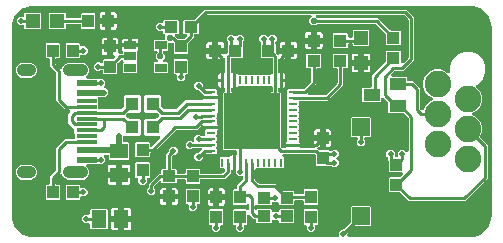
<source format=gtl>
G04 EAGLE Gerber RS-274X export*
G75*
%MOMM*%
%FSLAX34Y34*%
%LPD*%
%INTop Copper*%
%IPPOS*%
%AMOC8*
5,1,8,0,0,1.08239X$1,22.5*%
G01*
%ADD10R,0.800000X0.250000*%
%ADD11R,0.250000X0.800000*%
%ADD12R,4.700000X4.700000*%
%ADD13R,1.000000X1.100000*%
%ADD14R,1.100000X1.000000*%
%ADD15R,1.200000X1.200000*%
%ADD16R,1.700000X0.300000*%
%ADD17R,1.700000X0.600000*%
%ADD18C,1.000000*%
%ADD19C,2.250000*%
%ADD20R,1.300000X1.500000*%
%ADD21R,1.086800X0.986800*%
%ADD22R,1.500000X1.500000*%
%ADD23R,1.500000X1.300000*%
%ADD24R,0.990000X0.690000*%
%ADD25R,1.400000X1.000000*%
%ADD26C,0.254000*%
%ADD27C,0.500000*%
%ADD28C,0.550000*%
%ADD29C,0.508000*%

G36*
X277848Y2016D02*
X277848Y2016D01*
X277967Y2023D01*
X278005Y2036D01*
X278046Y2041D01*
X278156Y2084D01*
X278269Y2121D01*
X278304Y2143D01*
X278341Y2158D01*
X278437Y2227D01*
X278538Y2291D01*
X278566Y2321D01*
X278599Y2344D01*
X278675Y2436D01*
X278756Y2523D01*
X278776Y2558D01*
X278801Y2589D01*
X278852Y2697D01*
X278910Y2801D01*
X278920Y2841D01*
X278937Y2877D01*
X278959Y2994D01*
X278989Y3109D01*
X278993Y3169D01*
X278997Y3189D01*
X278995Y3210D01*
X278999Y3270D01*
X278999Y6450D01*
X281050Y8501D01*
X282264Y8501D01*
X282362Y8513D01*
X282461Y8516D01*
X282519Y8533D01*
X282579Y8541D01*
X282671Y8577D01*
X282766Y8605D01*
X282819Y8635D01*
X282875Y8658D01*
X282955Y8716D01*
X283040Y8766D01*
X283116Y8832D01*
X283132Y8844D01*
X283140Y8854D01*
X283161Y8872D01*
X288628Y14339D01*
X288688Y14417D01*
X288756Y14489D01*
X288785Y14542D01*
X288822Y14590D01*
X288862Y14681D01*
X288910Y14768D01*
X288925Y14826D01*
X288949Y14882D01*
X288964Y14980D01*
X288989Y15076D01*
X288995Y15176D01*
X288999Y15196D01*
X288997Y15208D01*
X288999Y15236D01*
X288999Y27915D01*
X289585Y28501D01*
X305415Y28501D01*
X306001Y27915D01*
X306001Y12085D01*
X305415Y11499D01*
X292736Y11499D01*
X292638Y11487D01*
X292539Y11484D01*
X292481Y11467D01*
X292421Y11459D01*
X292329Y11423D01*
X292234Y11395D01*
X292181Y11365D01*
X292125Y11342D01*
X292045Y11284D01*
X291960Y11234D01*
X291884Y11168D01*
X291868Y11156D01*
X291860Y11146D01*
X291839Y11128D01*
X286372Y5661D01*
X286312Y5583D01*
X286244Y5511D01*
X286215Y5458D01*
X286178Y5410D01*
X286138Y5319D01*
X286090Y5232D01*
X286075Y5174D01*
X286051Y5118D01*
X286036Y5020D01*
X286011Y4924D01*
X286005Y4824D01*
X286001Y4804D01*
X286003Y4792D01*
X286001Y4764D01*
X286001Y3270D01*
X286016Y3152D01*
X286023Y3033D01*
X286036Y2995D01*
X286041Y2954D01*
X286084Y2844D01*
X286121Y2731D01*
X286143Y2696D01*
X286158Y2659D01*
X286227Y2563D01*
X286291Y2462D01*
X286321Y2434D01*
X286344Y2401D01*
X286436Y2325D01*
X286523Y2244D01*
X286558Y2224D01*
X286589Y2199D01*
X286697Y2148D01*
X286801Y2090D01*
X286841Y2080D01*
X286877Y2063D01*
X286994Y2041D01*
X287109Y2011D01*
X287169Y2007D01*
X287189Y2003D01*
X287210Y2005D01*
X287270Y2001D01*
X390000Y2001D01*
X390022Y2003D01*
X390100Y2005D01*
X392717Y2211D01*
X392784Y2225D01*
X392853Y2229D01*
X393009Y2269D01*
X397987Y3886D01*
X398095Y3937D01*
X398205Y3980D01*
X398257Y4013D01*
X398275Y4022D01*
X398291Y4035D01*
X398341Y4067D01*
X402576Y7143D01*
X402663Y7225D01*
X402754Y7300D01*
X402793Y7347D01*
X402808Y7361D01*
X402819Y7378D01*
X402857Y7424D01*
X405933Y11659D01*
X405991Y11763D01*
X406054Y11863D01*
X406077Y11919D01*
X406087Y11937D01*
X406092Y11957D01*
X406114Y12013D01*
X407731Y16991D01*
X407744Y17058D01*
X407767Y17124D01*
X407789Y17283D01*
X407995Y19900D01*
X407994Y19922D01*
X407999Y20000D01*
X407999Y180000D01*
X407997Y180022D01*
X407995Y180100D01*
X407789Y182717D01*
X407775Y182784D01*
X407771Y182853D01*
X407731Y183009D01*
X406114Y187987D01*
X406063Y188095D01*
X406020Y188205D01*
X405987Y188257D01*
X405978Y188275D01*
X405965Y188291D01*
X405933Y188341D01*
X402857Y192576D01*
X402775Y192663D01*
X402700Y192754D01*
X402653Y192793D01*
X402639Y192808D01*
X402622Y192819D01*
X402576Y192857D01*
X398341Y195933D01*
X398237Y195991D01*
X398137Y196054D01*
X398081Y196077D01*
X398063Y196087D01*
X398043Y196092D01*
X397987Y196114D01*
X393009Y197731D01*
X392942Y197744D01*
X392876Y197767D01*
X392717Y197789D01*
X390100Y197995D01*
X390078Y197994D01*
X390000Y197999D01*
X20000Y197999D01*
X19978Y197997D01*
X19900Y197995D01*
X17283Y197789D01*
X17216Y197775D01*
X17147Y197771D01*
X16991Y197731D01*
X12013Y196114D01*
X11905Y196063D01*
X11795Y196020D01*
X11743Y195987D01*
X11725Y195978D01*
X11709Y195965D01*
X11659Y195933D01*
X7424Y192857D01*
X7337Y192775D01*
X7246Y192700D01*
X7207Y192653D01*
X7192Y192639D01*
X7181Y192622D01*
X7143Y192576D01*
X4067Y188341D01*
X4009Y188237D01*
X3946Y188137D01*
X3923Y188081D01*
X3913Y188063D01*
X3908Y188043D01*
X3886Y187987D01*
X2269Y183009D01*
X2256Y182942D01*
X2233Y182876D01*
X2211Y182717D01*
X2005Y180100D01*
X2006Y180078D01*
X2001Y180000D01*
X2001Y20000D01*
X2003Y19978D01*
X2005Y19900D01*
X2211Y17283D01*
X2225Y17216D01*
X2229Y17147D01*
X2269Y16991D01*
X3886Y12013D01*
X3937Y11905D01*
X3980Y11795D01*
X4013Y11743D01*
X4022Y11725D01*
X4035Y11709D01*
X4067Y11659D01*
X7143Y7424D01*
X7225Y7337D01*
X7300Y7246D01*
X7347Y7207D01*
X7361Y7192D01*
X7378Y7181D01*
X7424Y7143D01*
X11659Y4067D01*
X11763Y4009D01*
X11863Y3946D01*
X11919Y3923D01*
X11937Y3913D01*
X11957Y3908D01*
X12012Y3886D01*
X16991Y2269D01*
X17058Y2256D01*
X17124Y2233D01*
X17283Y2211D01*
X19900Y2005D01*
X19922Y2006D01*
X20000Y2001D01*
X277730Y2001D01*
X277848Y2016D01*
G37*
%LPC*%
G36*
X338059Y32729D02*
X338059Y32729D01*
X336358Y34431D01*
X331161Y39628D01*
X331083Y39688D01*
X331011Y39756D01*
X330958Y39785D01*
X330910Y39822D01*
X330819Y39862D01*
X330732Y39910D01*
X330674Y39925D01*
X330618Y39949D01*
X330520Y39964D01*
X330424Y39989D01*
X330324Y39995D01*
X330304Y39999D01*
X330292Y39997D01*
X330264Y39999D01*
X322085Y39999D01*
X321499Y40585D01*
X321499Y52415D01*
X322085Y53001D01*
X330264Y53001D01*
X330362Y53013D01*
X330461Y53016D01*
X330519Y53033D01*
X330579Y53041D01*
X330671Y53077D01*
X330766Y53105D01*
X330819Y53135D01*
X330875Y53158D01*
X330955Y53216D01*
X331040Y53266D01*
X331116Y53332D01*
X331132Y53344D01*
X331140Y53354D01*
X331161Y53372D01*
X332621Y54833D01*
X332706Y54942D01*
X332795Y55049D01*
X332804Y55068D01*
X332816Y55084D01*
X332872Y55212D01*
X332931Y55337D01*
X332934Y55357D01*
X332943Y55376D01*
X332964Y55514D01*
X332990Y55650D01*
X332989Y55670D01*
X332992Y55690D01*
X332979Y55829D01*
X332971Y55967D01*
X332964Y55986D01*
X332963Y56006D01*
X332915Y56138D01*
X332873Y56269D01*
X332862Y56287D01*
X332855Y56306D01*
X332777Y56421D01*
X332702Y56538D01*
X332688Y56552D01*
X332676Y56569D01*
X332572Y56661D01*
X332471Y56756D01*
X332453Y56766D01*
X332438Y56779D01*
X332314Y56842D01*
X332192Y56910D01*
X332173Y56915D01*
X332155Y56924D01*
X332019Y56954D01*
X331884Y56989D01*
X331856Y56991D01*
X331844Y56994D01*
X331824Y56993D01*
X331724Y56999D01*
X322085Y56999D01*
X321499Y57585D01*
X321499Y65764D01*
X321487Y65862D01*
X321484Y65961D01*
X321467Y66019D01*
X321459Y66079D01*
X321423Y66171D01*
X321395Y66266D01*
X321365Y66319D01*
X321342Y66375D01*
X321284Y66455D01*
X321234Y66540D01*
X321168Y66616D01*
X321156Y66632D01*
X321146Y66640D01*
X321127Y66661D01*
X320229Y67559D01*
X320229Y69294D01*
X320217Y69392D01*
X320214Y69491D01*
X320197Y69550D01*
X320189Y69610D01*
X320153Y69702D01*
X320125Y69797D01*
X320095Y69849D01*
X320072Y69905D01*
X320014Y69985D01*
X319964Y70071D01*
X319898Y70146D01*
X319886Y70163D01*
X319876Y70171D01*
X319858Y70192D01*
X318999Y71050D01*
X318999Y73950D01*
X321050Y76001D01*
X323950Y76001D01*
X326001Y73950D01*
X326001Y71270D01*
X326016Y71152D01*
X326023Y71033D01*
X326036Y70995D01*
X326041Y70954D01*
X326084Y70844D01*
X326121Y70731D01*
X326143Y70696D01*
X326158Y70659D01*
X326227Y70563D01*
X326291Y70462D01*
X326321Y70434D01*
X326344Y70401D01*
X326436Y70325D01*
X326523Y70244D01*
X326558Y70224D01*
X326589Y70199D01*
X326697Y70148D01*
X326801Y70090D01*
X326841Y70080D01*
X326877Y70063D01*
X326994Y70041D01*
X327109Y70011D01*
X327169Y70007D01*
X327189Y70003D01*
X327210Y70005D01*
X327270Y70001D01*
X327730Y70001D01*
X327848Y70016D01*
X327967Y70023D01*
X328005Y70036D01*
X328046Y70041D01*
X328156Y70084D01*
X328269Y70121D01*
X328304Y70143D01*
X328341Y70158D01*
X328437Y70227D01*
X328538Y70291D01*
X328566Y70321D01*
X328599Y70344D01*
X328675Y70436D01*
X328756Y70523D01*
X328776Y70558D01*
X328801Y70589D01*
X328852Y70697D01*
X328910Y70801D01*
X328920Y70841D01*
X328937Y70877D01*
X328959Y70994D01*
X328989Y71109D01*
X328993Y71169D01*
X328997Y71189D01*
X328995Y71210D01*
X328999Y71270D01*
X328999Y73950D01*
X331050Y76001D01*
X333950Y76001D01*
X335563Y74388D01*
X335672Y74303D01*
X335779Y74214D01*
X335798Y74206D01*
X335814Y74193D01*
X335942Y74138D01*
X336067Y74079D01*
X336087Y74075D01*
X336106Y74067D01*
X336244Y74045D01*
X336380Y74019D01*
X336400Y74020D01*
X336420Y74017D01*
X336559Y74030D01*
X336697Y74039D01*
X336716Y74045D01*
X336736Y74047D01*
X336868Y74094D01*
X336999Y74137D01*
X337017Y74148D01*
X337036Y74155D01*
X337151Y74233D01*
X337268Y74307D01*
X337282Y74322D01*
X337299Y74333D01*
X337391Y74437D01*
X337486Y74539D01*
X337496Y74556D01*
X337509Y74572D01*
X337573Y74696D01*
X337640Y74817D01*
X337645Y74837D01*
X337654Y74855D01*
X337684Y74991D01*
X337719Y75125D01*
X337721Y75153D01*
X337724Y75165D01*
X337723Y75186D01*
X337729Y75286D01*
X337729Y102534D01*
X337717Y102632D01*
X337714Y102731D01*
X337697Y102789D01*
X337689Y102849D01*
X337653Y102941D01*
X337625Y103036D01*
X337595Y103089D01*
X337572Y103145D01*
X337514Y103225D01*
X337464Y103310D01*
X337398Y103386D01*
X337386Y103402D01*
X337376Y103410D01*
X337358Y103431D01*
X334161Y106628D01*
X334083Y106688D01*
X334011Y106756D01*
X333958Y106785D01*
X333910Y106822D01*
X333819Y106862D01*
X333732Y106910D01*
X333674Y106925D01*
X333618Y106949D01*
X333520Y106964D01*
X333424Y106989D01*
X333324Y106995D01*
X333304Y106999D01*
X333292Y106997D01*
X333264Y106999D01*
X321085Y106999D01*
X320499Y107585D01*
X320499Y115764D01*
X320487Y115862D01*
X320484Y115961D01*
X320467Y116019D01*
X320459Y116079D01*
X320423Y116171D01*
X320395Y116266D01*
X320365Y116319D01*
X320342Y116375D01*
X320284Y116455D01*
X320234Y116540D01*
X320168Y116616D01*
X320156Y116632D01*
X320146Y116640D01*
X320128Y116661D01*
X316931Y119857D01*
X316668Y120121D01*
X316558Y120206D01*
X316451Y120295D01*
X316432Y120304D01*
X316416Y120316D01*
X316289Y120371D01*
X316163Y120431D01*
X316143Y120434D01*
X316124Y120442D01*
X315987Y120464D01*
X315850Y120490D01*
X315830Y120489D01*
X315810Y120492D01*
X315672Y120479D01*
X315533Y120471D01*
X315514Y120464D01*
X315494Y120463D01*
X315363Y120415D01*
X315231Y120373D01*
X315213Y120362D01*
X315194Y120355D01*
X315079Y120277D01*
X314962Y120202D01*
X314948Y120188D01*
X314931Y120176D01*
X314839Y120072D01*
X314744Y119971D01*
X314734Y119953D01*
X314721Y119938D01*
X314658Y119814D01*
X314590Y119692D01*
X314585Y119673D01*
X314576Y119655D01*
X314546Y119519D01*
X314511Y119384D01*
X314509Y119356D01*
X314506Y119344D01*
X314507Y119324D01*
X314501Y119224D01*
X314501Y117085D01*
X313915Y116499D01*
X299085Y116499D01*
X298499Y117085D01*
X298499Y127915D01*
X299085Y128501D01*
X305460Y128501D01*
X305578Y128516D01*
X305697Y128523D01*
X305735Y128536D01*
X305776Y128541D01*
X305886Y128584D01*
X305999Y128621D01*
X306034Y128643D01*
X306071Y128658D01*
X306167Y128727D01*
X306268Y128791D01*
X306296Y128821D01*
X306329Y128844D01*
X306405Y128936D01*
X306486Y129023D01*
X306506Y129058D01*
X306531Y129089D01*
X306582Y129197D01*
X306640Y129301D01*
X306650Y129341D01*
X306667Y129377D01*
X306689Y129494D01*
X306719Y129609D01*
X306723Y129669D01*
X306727Y129689D01*
X306725Y129710D01*
X306729Y129770D01*
X306729Y138941D01*
X318128Y150339D01*
X318188Y150417D01*
X318256Y150489D01*
X318285Y150542D01*
X318322Y150590D01*
X318362Y150681D01*
X318410Y150768D01*
X318425Y150826D01*
X318449Y150882D01*
X318464Y150980D01*
X318489Y151076D01*
X318495Y151176D01*
X318499Y151196D01*
X318497Y151208D01*
X318499Y151236D01*
X318499Y159415D01*
X319085Y160001D01*
X330915Y160001D01*
X331501Y159415D01*
X331501Y150276D01*
X331518Y150139D01*
X331531Y150000D01*
X331538Y149981D01*
X331541Y149961D01*
X331592Y149832D01*
X331639Y149701D01*
X331650Y149684D01*
X331658Y149665D01*
X331739Y149553D01*
X331817Y149437D01*
X331833Y149424D01*
X331844Y149408D01*
X331952Y149319D01*
X332056Y149227D01*
X332074Y149218D01*
X332089Y149205D01*
X332215Y149146D01*
X332339Y149082D01*
X332359Y149078D01*
X332377Y149069D01*
X332513Y149043D01*
X332649Y149013D01*
X332670Y149013D01*
X332689Y149010D01*
X332828Y149018D01*
X332967Y149022D01*
X332987Y149028D01*
X333007Y149029D01*
X333139Y149072D01*
X333273Y149111D01*
X333290Y149121D01*
X333309Y149127D01*
X333427Y149202D01*
X333547Y149272D01*
X333568Y149291D01*
X333578Y149298D01*
X333592Y149313D01*
X333667Y149379D01*
X337358Y153069D01*
X337418Y153147D01*
X337486Y153219D01*
X337515Y153272D01*
X337552Y153320D01*
X337592Y153411D01*
X337640Y153498D01*
X337655Y153556D01*
X337679Y153612D01*
X337694Y153710D01*
X337719Y153806D01*
X337725Y153906D01*
X337729Y153926D01*
X337727Y153938D01*
X337729Y153966D01*
X337729Y186034D01*
X337717Y186132D01*
X337714Y186231D01*
X337697Y186289D01*
X337689Y186349D01*
X337653Y186441D01*
X337625Y186536D01*
X337603Y186575D01*
X337601Y186581D01*
X337592Y186594D01*
X337572Y186645D01*
X337514Y186725D01*
X337464Y186810D01*
X337434Y186844D01*
X337430Y186850D01*
X337421Y186859D01*
X337398Y186886D01*
X337386Y186902D01*
X337376Y186910D01*
X337358Y186931D01*
X334431Y189858D01*
X334353Y189918D01*
X334281Y189986D01*
X334228Y190015D01*
X334180Y190052D01*
X334089Y190092D01*
X334002Y190140D01*
X333944Y190155D01*
X333888Y190179D01*
X333790Y190194D01*
X333694Y190219D01*
X333594Y190225D01*
X333574Y190229D01*
X333562Y190227D01*
X333534Y190229D01*
X260639Y190229D01*
X260501Y190212D01*
X260363Y190199D01*
X260344Y190192D01*
X260324Y190189D01*
X260194Y190138D01*
X260064Y190091D01*
X260047Y190080D01*
X260028Y190072D01*
X259916Y189991D01*
X259800Y189913D01*
X259787Y189897D01*
X259771Y189886D01*
X259682Y189779D01*
X259590Y189674D01*
X259581Y189656D01*
X259568Y189641D01*
X259509Y189515D01*
X259445Y189391D01*
X259441Y189371D01*
X259432Y189353D01*
X259406Y189217D01*
X259376Y189081D01*
X259376Y189060D01*
X259373Y189041D01*
X259381Y188901D01*
X259385Y188763D01*
X259391Y188743D01*
X259392Y188723D01*
X259435Y188591D01*
X259474Y188457D01*
X259484Y188440D01*
X259490Y188421D01*
X259565Y188303D01*
X259635Y188183D01*
X259654Y188162D01*
X259661Y188152D01*
X259675Y188138D01*
X259742Y188062D01*
X260162Y187642D01*
X260240Y187582D01*
X260312Y187514D01*
X260365Y187485D01*
X260413Y187448D01*
X260504Y187408D01*
X260591Y187360D01*
X260649Y187345D01*
X260705Y187321D01*
X260803Y187306D01*
X260899Y187281D01*
X260999Y187275D01*
X261019Y187271D01*
X261031Y187273D01*
X261059Y187271D01*
X311941Y187271D01*
X321839Y177372D01*
X321917Y177312D01*
X321989Y177244D01*
X322042Y177215D01*
X322090Y177178D01*
X322181Y177138D01*
X322268Y177090D01*
X322326Y177075D01*
X322382Y177051D01*
X322480Y177036D01*
X322576Y177011D01*
X322676Y177005D01*
X322696Y177001D01*
X322708Y177003D01*
X322736Y177001D01*
X330915Y177001D01*
X331501Y176415D01*
X331501Y165585D01*
X330915Y164999D01*
X319085Y164999D01*
X318499Y165585D01*
X318499Y173764D01*
X318487Y173862D01*
X318484Y173961D01*
X318467Y174019D01*
X318459Y174079D01*
X318423Y174171D01*
X318395Y174266D01*
X318365Y174319D01*
X318342Y174375D01*
X318284Y174455D01*
X318234Y174540D01*
X318168Y174616D01*
X318156Y174632D01*
X318146Y174640D01*
X318128Y174661D01*
X310431Y182358D01*
X310353Y182418D01*
X310281Y182486D01*
X310228Y182515D01*
X310180Y182552D01*
X310089Y182592D01*
X310002Y182640D01*
X309944Y182655D01*
X309888Y182679D01*
X309790Y182694D01*
X309694Y182719D01*
X309594Y182725D01*
X309574Y182729D01*
X309562Y182727D01*
X309534Y182729D01*
X261059Y182729D01*
X260961Y182717D01*
X260862Y182714D01*
X260804Y182697D01*
X260744Y182689D01*
X260652Y182653D01*
X260557Y182625D01*
X260504Y182595D01*
X260448Y182572D01*
X260368Y182514D01*
X260283Y182464D01*
X260207Y182398D01*
X260191Y182386D01*
X260183Y182376D01*
X260162Y182358D01*
X259054Y181249D01*
X255946Y181249D01*
X253749Y183446D01*
X253749Y186554D01*
X255258Y188063D01*
X255343Y188172D01*
X255432Y188279D01*
X255441Y188298D01*
X255453Y188314D01*
X255509Y188442D01*
X255568Y188567D01*
X255571Y188587D01*
X255579Y188606D01*
X255601Y188744D01*
X255627Y188880D01*
X255626Y188900D01*
X255629Y188920D01*
X255616Y189059D01*
X255608Y189197D01*
X255601Y189216D01*
X255600Y189236D01*
X255552Y189368D01*
X255510Y189499D01*
X255499Y189517D01*
X255492Y189536D01*
X255414Y189651D01*
X255339Y189768D01*
X255325Y189782D01*
X255313Y189799D01*
X255209Y189891D01*
X255108Y189986D01*
X255090Y189996D01*
X255075Y190009D01*
X254951Y190073D01*
X254829Y190140D01*
X254810Y190145D01*
X254792Y190154D01*
X254656Y190184D01*
X254521Y190219D01*
X254493Y190221D01*
X254481Y190224D01*
X254461Y190223D01*
X254361Y190229D01*
X167466Y190229D01*
X167368Y190217D01*
X167269Y190214D01*
X167211Y190197D01*
X167151Y190189D01*
X167059Y190153D01*
X166964Y190125D01*
X166911Y190095D01*
X166855Y190072D01*
X166775Y190014D01*
X166690Y189964D01*
X166614Y189898D01*
X166598Y189886D01*
X166590Y189876D01*
X166569Y189858D01*
X160372Y183661D01*
X160312Y183583D01*
X160244Y183511D01*
X160215Y183458D01*
X160178Y183410D01*
X160138Y183319D01*
X160090Y183232D01*
X160075Y183174D01*
X160051Y183118D01*
X160036Y183020D01*
X160011Y182924D01*
X160005Y182824D01*
X160001Y182804D01*
X160003Y182792D01*
X160001Y182764D01*
X160001Y174585D01*
X159415Y173999D01*
X157040Y173999D01*
X156922Y173984D01*
X156803Y173977D01*
X156765Y173964D01*
X156724Y173959D01*
X156614Y173916D01*
X156501Y173879D01*
X156466Y173857D01*
X156429Y173842D01*
X156332Y173772D01*
X156232Y173709D01*
X156204Y173679D01*
X156171Y173656D01*
X156095Y173564D01*
X156014Y173477D01*
X155994Y173442D01*
X155969Y173411D01*
X155918Y173303D01*
X155860Y173199D01*
X155850Y173159D01*
X155833Y173123D01*
X155811Y173006D01*
X155781Y172891D01*
X155777Y172831D01*
X155773Y172811D01*
X155775Y172790D01*
X155771Y172730D01*
X155771Y171059D01*
X151372Y166661D01*
X151312Y166583D01*
X151244Y166511D01*
X151215Y166458D01*
X151178Y166410D01*
X151138Y166319D01*
X151090Y166232D01*
X151075Y166174D01*
X151051Y166118D01*
X151036Y166020D01*
X151011Y165924D01*
X151005Y165824D01*
X151001Y165804D01*
X151003Y165792D01*
X151001Y165764D01*
X151001Y157585D01*
X150415Y156999D01*
X139585Y156999D01*
X138999Y157585D01*
X138999Y165631D01*
X138982Y165769D01*
X138969Y165907D01*
X138962Y165926D01*
X138959Y165946D01*
X138908Y166075D01*
X138861Y166207D01*
X138850Y166223D01*
X138842Y166242D01*
X138761Y166354D01*
X138682Y166470D01*
X138667Y166483D01*
X138656Y166499D01*
X138548Y166588D01*
X138444Y166680D01*
X138426Y166689D01*
X138411Y166702D01*
X138285Y166761D01*
X138161Y166825D01*
X138141Y166829D01*
X138123Y166838D01*
X137987Y166864D01*
X137850Y166894D01*
X137830Y166894D01*
X137811Y166897D01*
X137672Y166889D01*
X137532Y166884D01*
X137513Y166879D01*
X137493Y166878D01*
X137411Y166851D01*
X135220Y166851D01*
X135102Y166836D01*
X134983Y166829D01*
X134945Y166816D01*
X134904Y166811D01*
X134794Y166767D01*
X134681Y166731D01*
X134646Y166709D01*
X134609Y166694D01*
X134513Y166624D01*
X134412Y166560D01*
X134384Y166531D01*
X134351Y166507D01*
X134275Y166415D01*
X134194Y166329D01*
X134174Y166293D01*
X134149Y166262D01*
X134098Y166155D01*
X134040Y166050D01*
X134030Y166011D01*
X134013Y165975D01*
X133991Y165858D01*
X133961Y165742D01*
X133957Y165682D01*
X133953Y165662D01*
X133955Y165642D01*
X133951Y165582D01*
X133951Y160635D01*
X133365Y160049D01*
X131040Y160049D01*
X130922Y160034D01*
X130803Y160027D01*
X130765Y160014D01*
X130724Y160009D01*
X130614Y159966D01*
X130501Y159929D01*
X130466Y159907D01*
X130429Y159892D01*
X130333Y159823D01*
X130232Y159759D01*
X130204Y159729D01*
X130171Y159706D01*
X130095Y159614D01*
X130014Y159527D01*
X129994Y159492D01*
X129969Y159461D01*
X129918Y159353D01*
X129860Y159249D01*
X129850Y159209D01*
X129833Y159173D01*
X129811Y159056D01*
X129781Y158941D01*
X129777Y158881D01*
X129773Y158861D01*
X129775Y158840D01*
X129771Y158780D01*
X129771Y158559D01*
X129783Y158461D01*
X129786Y158362D01*
X129803Y158304D01*
X129811Y158244D01*
X129847Y158152D01*
X129875Y158057D01*
X129905Y158004D01*
X129928Y157948D01*
X129986Y157868D01*
X130036Y157783D01*
X130102Y157707D01*
X130114Y157691D01*
X130124Y157683D01*
X130142Y157662D01*
X131251Y156554D01*
X131251Y153446D01*
X129922Y152117D01*
X129837Y152008D01*
X129748Y151901D01*
X129739Y151882D01*
X129727Y151866D01*
X129671Y151738D01*
X129612Y151613D01*
X129609Y151593D01*
X129601Y151574D01*
X129579Y151436D01*
X129553Y151300D01*
X129554Y151280D01*
X129551Y151260D01*
X129564Y151121D01*
X129572Y150983D01*
X129579Y150964D01*
X129580Y150944D01*
X129628Y150812D01*
X129670Y150681D01*
X129681Y150663D01*
X129688Y150644D01*
X129766Y150529D01*
X129841Y150412D01*
X129855Y150398D01*
X129867Y150381D01*
X129971Y150289D01*
X130072Y150194D01*
X130090Y150184D01*
X130105Y150171D01*
X130229Y150107D01*
X130351Y150040D01*
X130370Y150035D01*
X130388Y150026D01*
X130524Y149996D01*
X130659Y149961D01*
X130687Y149959D01*
X130699Y149956D01*
X130719Y149957D01*
X130819Y149951D01*
X133365Y149951D01*
X133951Y149365D01*
X133951Y141635D01*
X133365Y141049D01*
X122635Y141049D01*
X122049Y141635D01*
X122049Y149365D01*
X122635Y149951D01*
X124181Y149951D01*
X124318Y149968D01*
X124457Y149981D01*
X124476Y149988D01*
X124496Y149991D01*
X124625Y150042D01*
X124756Y150089D01*
X124773Y150100D01*
X124792Y150108D01*
X124904Y150189D01*
X125019Y150267D01*
X125033Y150283D01*
X125049Y150294D01*
X125138Y150402D01*
X125230Y150506D01*
X125239Y150524D01*
X125252Y150539D01*
X125311Y150665D01*
X125375Y150789D01*
X125379Y150809D01*
X125388Y150827D01*
X125414Y150964D01*
X125444Y151099D01*
X125444Y151120D01*
X125447Y151139D01*
X125439Y151277D01*
X125435Y151417D01*
X125429Y151437D01*
X125428Y151457D01*
X125385Y151589D01*
X125346Y151723D01*
X125336Y151740D01*
X125330Y151759D01*
X125255Y151877D01*
X125185Y151997D01*
X125166Y152018D01*
X125159Y152028D01*
X125144Y152042D01*
X125078Y152117D01*
X123749Y153446D01*
X123749Y156554D01*
X124858Y157662D01*
X124918Y157740D01*
X124986Y157812D01*
X125015Y157865D01*
X125052Y157913D01*
X125092Y158004D01*
X125140Y158091D01*
X125155Y158149D01*
X125179Y158205D01*
X125194Y158303D01*
X125219Y158399D01*
X125225Y158499D01*
X125229Y158519D01*
X125227Y158531D01*
X125229Y158559D01*
X125229Y158780D01*
X125214Y158898D01*
X125207Y159017D01*
X125194Y159055D01*
X125189Y159096D01*
X125146Y159206D01*
X125109Y159319D01*
X125087Y159354D01*
X125072Y159391D01*
X125003Y159487D01*
X124939Y159588D01*
X124909Y159616D01*
X124886Y159649D01*
X124794Y159725D01*
X124707Y159806D01*
X124672Y159826D01*
X124641Y159851D01*
X124533Y159902D01*
X124429Y159960D01*
X124389Y159970D01*
X124353Y159987D01*
X124236Y160009D01*
X124121Y160039D01*
X124061Y160043D01*
X124041Y160047D01*
X124020Y160045D01*
X123960Y160049D01*
X122635Y160049D01*
X122049Y160635D01*
X122049Y168365D01*
X122635Y168951D01*
X130582Y168951D01*
X130700Y168966D01*
X130819Y168973D01*
X130857Y168986D01*
X130897Y168991D01*
X131008Y169034D01*
X131121Y169071D01*
X131155Y169093D01*
X131193Y169108D01*
X131289Y169177D01*
X131390Y169241D01*
X131418Y169271D01*
X131450Y169294D01*
X131526Y169386D01*
X131608Y169473D01*
X131627Y169508D01*
X131653Y169539D01*
X131704Y169647D01*
X131761Y169751D01*
X131771Y169791D01*
X131789Y169827D01*
X131811Y169944D01*
X131841Y170059D01*
X131845Y170119D01*
X131848Y170139D01*
X131847Y170160D01*
X131851Y170220D01*
X131851Y172385D01*
X131871Y172513D01*
X131897Y172650D01*
X131896Y172670D01*
X131899Y172689D01*
X131886Y172828D01*
X131878Y172967D01*
X131871Y172986D01*
X131870Y173006D01*
X131822Y173137D01*
X131780Y173269D01*
X131769Y173286D01*
X131762Y173305D01*
X131684Y173421D01*
X131609Y173538D01*
X131595Y173552D01*
X131584Y173568D01*
X131479Y173660D01*
X131378Y173756D01*
X131360Y173766D01*
X131345Y173779D01*
X131221Y173842D01*
X131099Y173910D01*
X131080Y173915D01*
X131062Y173924D01*
X130926Y173954D01*
X130791Y173989D01*
X130764Y173991D01*
X130752Y173993D01*
X130731Y173993D01*
X130631Y173999D01*
X130585Y173999D01*
X129999Y174585D01*
X129999Y175230D01*
X129984Y175348D01*
X129977Y175467D01*
X129964Y175505D01*
X129959Y175546D01*
X129916Y175656D01*
X129879Y175769D01*
X129857Y175804D01*
X129842Y175841D01*
X129773Y175937D01*
X129709Y176038D01*
X129679Y176066D01*
X129656Y176099D01*
X129564Y176175D01*
X129477Y176256D01*
X129442Y176276D01*
X129411Y176301D01*
X129303Y176352D01*
X129199Y176410D01*
X129159Y176420D01*
X129123Y176437D01*
X129006Y176459D01*
X128891Y176489D01*
X128831Y176493D01*
X128811Y176497D01*
X128790Y176495D01*
X128730Y176499D01*
X126050Y176499D01*
X123999Y178550D01*
X123999Y181450D01*
X126050Y183501D01*
X128730Y183501D01*
X128848Y183516D01*
X128967Y183523D01*
X129005Y183536D01*
X129046Y183541D01*
X129156Y183584D01*
X129269Y183621D01*
X129304Y183643D01*
X129341Y183658D01*
X129437Y183727D01*
X129538Y183791D01*
X129566Y183821D01*
X129599Y183844D01*
X129675Y183936D01*
X129756Y184023D01*
X129776Y184058D01*
X129801Y184089D01*
X129852Y184197D01*
X129910Y184301D01*
X129920Y184341D01*
X129937Y184377D01*
X129959Y184494D01*
X129989Y184609D01*
X129993Y184669D01*
X129997Y184689D01*
X129997Y184692D01*
X129996Y184711D01*
X129999Y184770D01*
X129999Y185415D01*
X130585Y186001D01*
X142415Y186001D01*
X143001Y185415D01*
X143001Y174585D01*
X142415Y173999D01*
X140980Y173999D01*
X140842Y173982D01*
X140703Y173969D01*
X140684Y173962D01*
X140664Y173959D01*
X140534Y173908D01*
X140404Y173861D01*
X140387Y173850D01*
X140368Y173842D01*
X140256Y173761D01*
X140141Y173683D01*
X140127Y173667D01*
X140111Y173656D01*
X140022Y173548D01*
X139930Y173444D01*
X139921Y173426D01*
X139908Y173411D01*
X139849Y173285D01*
X139786Y173161D01*
X139781Y173141D01*
X139773Y173123D01*
X139747Y172986D01*
X139716Y172851D01*
X139717Y172830D01*
X139713Y172811D01*
X139722Y172672D01*
X139726Y172533D01*
X139731Y172513D01*
X139733Y172493D01*
X139775Y172361D01*
X139814Y172227D01*
X139824Y172210D01*
X139831Y172191D01*
X139905Y172073D01*
X139976Y171953D01*
X139994Y171932D01*
X140001Y171922D01*
X140016Y171908D01*
X140082Y171832D01*
X140744Y171170D01*
X141542Y170372D01*
X141620Y170312D01*
X141693Y170244D01*
X141746Y170215D01*
X141793Y170178D01*
X141884Y170138D01*
X141971Y170090D01*
X142030Y170075D01*
X142085Y170051D01*
X142183Y170036D01*
X142279Y170011D01*
X142379Y170005D01*
X142399Y170001D01*
X142412Y170003D01*
X142440Y170001D01*
X147764Y170001D01*
X147862Y170013D01*
X147961Y170016D01*
X148019Y170033D01*
X148079Y170041D01*
X148171Y170077D01*
X148266Y170105D01*
X148319Y170135D01*
X148375Y170158D01*
X148455Y170216D01*
X148540Y170266D01*
X148616Y170332D01*
X148632Y170344D01*
X148640Y170354D01*
X148661Y170372D01*
X150121Y171833D01*
X150206Y171942D01*
X150295Y172049D01*
X150304Y172068D01*
X150316Y172084D01*
X150371Y172211D01*
X150431Y172337D01*
X150434Y172357D01*
X150443Y172376D01*
X150464Y172514D01*
X150490Y172650D01*
X150489Y172670D01*
X150492Y172690D01*
X150479Y172829D01*
X150471Y172967D01*
X150464Y172986D01*
X150463Y173006D01*
X150415Y173138D01*
X150373Y173269D01*
X150362Y173287D01*
X150355Y173306D01*
X150277Y173421D01*
X150202Y173538D01*
X150188Y173552D01*
X150176Y173569D01*
X150072Y173661D01*
X149971Y173756D01*
X149953Y173766D01*
X149938Y173779D01*
X149814Y173843D01*
X149692Y173910D01*
X149673Y173915D01*
X149655Y173924D01*
X149519Y173954D01*
X149384Y173989D01*
X149356Y173991D01*
X149344Y173994D01*
X149324Y173993D01*
X149224Y173999D01*
X147585Y173999D01*
X146999Y174585D01*
X146999Y185415D01*
X147585Y186001D01*
X155764Y186001D01*
X155862Y186013D01*
X155961Y186016D01*
X156019Y186033D01*
X156079Y186041D01*
X156171Y186077D01*
X156266Y186105D01*
X156319Y186135D01*
X156375Y186158D01*
X156455Y186216D01*
X156540Y186266D01*
X156616Y186332D01*
X156632Y186344D01*
X156640Y186354D01*
X156661Y186372D01*
X165059Y194771D01*
X335941Y194771D01*
X342271Y188441D01*
X342271Y151559D01*
X333441Y142729D01*
X326466Y142729D01*
X326368Y142717D01*
X326269Y142714D01*
X326211Y142697D01*
X326151Y142689D01*
X326059Y142653D01*
X325964Y142625D01*
X325911Y142595D01*
X325855Y142572D01*
X325775Y142514D01*
X325690Y142464D01*
X325614Y142398D01*
X325598Y142386D01*
X325590Y142376D01*
X325569Y142358D01*
X323379Y140167D01*
X323294Y140058D01*
X323205Y139951D01*
X323196Y139932D01*
X323184Y139916D01*
X323128Y139788D01*
X323069Y139663D01*
X323066Y139643D01*
X323057Y139624D01*
X323036Y139486D01*
X323010Y139350D01*
X323011Y139330D01*
X323008Y139310D01*
X323021Y139171D01*
X323029Y139033D01*
X323036Y139014D01*
X323037Y138994D01*
X323085Y138862D01*
X323127Y138731D01*
X323138Y138713D01*
X323145Y138694D01*
X323223Y138579D01*
X323298Y138462D01*
X323312Y138448D01*
X323324Y138431D01*
X323428Y138339D01*
X323529Y138244D01*
X323547Y138234D01*
X323562Y138221D01*
X323686Y138157D01*
X323808Y138090D01*
X323827Y138085D01*
X323845Y138076D01*
X323981Y138046D01*
X324116Y138011D01*
X324144Y138009D01*
X324156Y138006D01*
X324176Y138007D01*
X324276Y138001D01*
X335915Y138001D01*
X336501Y137415D01*
X336501Y135540D01*
X336516Y135422D01*
X336523Y135303D01*
X336536Y135265D01*
X336541Y135224D01*
X336584Y135114D01*
X336621Y135001D01*
X336643Y134966D01*
X336658Y134929D01*
X336727Y134833D01*
X336791Y134732D01*
X336821Y134704D01*
X336844Y134671D01*
X336936Y134595D01*
X337023Y134514D01*
X337058Y134494D01*
X337089Y134469D01*
X337197Y134418D01*
X337301Y134360D01*
X337341Y134350D01*
X337377Y134333D01*
X337494Y134311D01*
X337609Y134281D01*
X337669Y134277D01*
X337689Y134273D01*
X337710Y134275D01*
X337770Y134271D01*
X341441Y134271D01*
X347271Y128441D01*
X347271Y111466D01*
X347283Y111368D01*
X347286Y111269D01*
X347303Y111211D01*
X347311Y111151D01*
X347347Y111059D01*
X347375Y110964D01*
X347405Y110911D01*
X347428Y110855D01*
X347486Y110775D01*
X347536Y110690D01*
X347602Y110614D01*
X347614Y110598D01*
X347624Y110590D01*
X347642Y110569D01*
X348523Y109688D01*
X348562Y109658D01*
X348596Y109621D01*
X348688Y109561D01*
X348774Y109493D01*
X348820Y109474D01*
X348861Y109446D01*
X348965Y109411D01*
X349066Y109367D01*
X349115Y109359D01*
X349162Y109343D01*
X349272Y109334D01*
X349380Y109317D01*
X349430Y109322D01*
X349479Y109318D01*
X349588Y109337D01*
X349697Y109347D01*
X349744Y109364D01*
X349793Y109372D01*
X349893Y109417D01*
X349996Y109455D01*
X350037Y109482D01*
X350083Y109503D01*
X350168Y109571D01*
X350259Y109633D01*
X350292Y109670D01*
X350331Y109701D01*
X350397Y109789D01*
X350470Y109872D01*
X350492Y109916D01*
X350522Y109955D01*
X350593Y110100D01*
X351914Y113289D01*
X355361Y116736D01*
X358117Y117877D01*
X358237Y117946D01*
X358360Y118011D01*
X358375Y118025D01*
X358393Y118035D01*
X358493Y118132D01*
X358596Y118225D01*
X358607Y118242D01*
X358621Y118256D01*
X358694Y118374D01*
X358771Y118491D01*
X358777Y118510D01*
X358788Y118527D01*
X358829Y118660D01*
X358874Y118792D01*
X358875Y118812D01*
X358881Y118831D01*
X358888Y118970D01*
X358899Y119109D01*
X358896Y119129D01*
X358897Y119149D01*
X358868Y119285D01*
X358845Y119422D01*
X358836Y119441D01*
X358832Y119460D01*
X358771Y119585D01*
X358714Y119712D01*
X358701Y119728D01*
X358692Y119746D01*
X358602Y119852D01*
X358515Y119960D01*
X358499Y119973D01*
X358486Y119988D01*
X358373Y120068D01*
X358261Y120152D01*
X358236Y120164D01*
X358226Y120171D01*
X358207Y120178D01*
X358117Y120223D01*
X355361Y121364D01*
X351914Y124811D01*
X350049Y129313D01*
X350049Y134187D01*
X351914Y138689D01*
X355361Y142136D01*
X359863Y144001D01*
X364737Y144001D01*
X369239Y142136D01*
X370533Y140843D01*
X370642Y140758D01*
X370749Y140669D01*
X370768Y140660D01*
X370784Y140648D01*
X370911Y140592D01*
X371037Y140533D01*
X371057Y140529D01*
X371076Y140521D01*
X371214Y140499D01*
X371350Y140473D01*
X371370Y140475D01*
X371390Y140471D01*
X371529Y140485D01*
X371667Y140493D01*
X371686Y140499D01*
X371706Y140501D01*
X371838Y140548D01*
X371969Y140591D01*
X371987Y140602D01*
X372006Y140609D01*
X372121Y140687D01*
X372238Y140761D01*
X372252Y140776D01*
X372269Y140787D01*
X372361Y140892D01*
X372456Y140993D01*
X372466Y141011D01*
X372479Y141026D01*
X372543Y141150D01*
X372610Y141271D01*
X372615Y141291D01*
X372624Y141309D01*
X372654Y141445D01*
X372689Y141579D01*
X372691Y141607D01*
X372694Y141619D01*
X372693Y141640D01*
X372699Y141740D01*
X372699Y147034D01*
X374983Y152547D01*
X379203Y156767D01*
X384716Y159051D01*
X390684Y159051D01*
X396197Y156767D01*
X400417Y152547D01*
X402701Y147034D01*
X402701Y141066D01*
X400417Y135553D01*
X396197Y131333D01*
X395509Y131048D01*
X395466Y131023D01*
X395419Y131007D01*
X395328Y130945D01*
X395233Y130890D01*
X395197Y130856D01*
X395156Y130828D01*
X395083Y130746D01*
X395004Y130669D01*
X394978Y130627D01*
X394946Y130590D01*
X394896Y130492D01*
X394838Y130398D01*
X394824Y130351D01*
X394801Y130306D01*
X394777Y130199D01*
X394745Y130094D01*
X394742Y130044D01*
X394731Y129996D01*
X394735Y129886D01*
X394729Y129776D01*
X394739Y129728D01*
X394741Y129678D01*
X394772Y129572D01*
X394794Y129465D01*
X394816Y129420D01*
X394829Y129373D01*
X394885Y129278D01*
X394933Y129179D01*
X394966Y129141D01*
X394991Y129099D01*
X395097Y128978D01*
X398086Y125989D01*
X399951Y121487D01*
X399951Y116613D01*
X398086Y112111D01*
X394639Y108664D01*
X391883Y107523D01*
X391763Y107454D01*
X391639Y107389D01*
X391624Y107375D01*
X391607Y107365D01*
X391507Y107268D01*
X391404Y107175D01*
X391393Y107158D01*
X391378Y107144D01*
X391306Y107025D01*
X391229Y106909D01*
X391223Y106890D01*
X391212Y106873D01*
X391171Y106740D01*
X391126Y106608D01*
X391125Y106588D01*
X391119Y106569D01*
X391112Y106430D01*
X391101Y106291D01*
X391104Y106271D01*
X391104Y106251D01*
X391132Y106115D01*
X391155Y105978D01*
X391164Y105959D01*
X391168Y105940D01*
X391229Y105814D01*
X391286Y105688D01*
X391299Y105672D01*
X391308Y105654D01*
X391398Y105548D01*
X391485Y105440D01*
X391501Y105427D01*
X391514Y105412D01*
X391628Y105332D01*
X391739Y105248D01*
X391764Y105236D01*
X391774Y105229D01*
X391793Y105222D01*
X391883Y105177D01*
X394639Y104036D01*
X398086Y100589D01*
X399951Y96087D01*
X399951Y91213D01*
X398341Y87328D01*
X398334Y87299D01*
X398320Y87273D01*
X398292Y87146D01*
X398257Y87021D01*
X398257Y86992D01*
X398251Y86963D01*
X398254Y86833D01*
X398252Y86703D01*
X398259Y86675D01*
X398260Y86645D01*
X398296Y86520D01*
X398327Y86394D01*
X398340Y86368D01*
X398349Y86340D01*
X398414Y86228D01*
X398475Y86113D01*
X398495Y86091D01*
X398510Y86066D01*
X398617Y85945D01*
X403069Y81492D01*
X404771Y79791D01*
X404771Y51559D01*
X385941Y32729D01*
X338059Y32729D01*
G37*
%LPD*%
%LPC*%
G36*
X193550Y6499D02*
X193550Y6499D01*
X191499Y8550D01*
X191499Y11230D01*
X191484Y11348D01*
X191477Y11467D01*
X191464Y11505D01*
X191459Y11546D01*
X191416Y11656D01*
X191379Y11769D01*
X191357Y11804D01*
X191342Y11841D01*
X191273Y11937D01*
X191209Y12038D01*
X191179Y12066D01*
X191156Y12099D01*
X191064Y12175D01*
X190977Y12256D01*
X190942Y12276D01*
X190911Y12301D01*
X190803Y12352D01*
X190699Y12410D01*
X190659Y12420D01*
X190623Y12437D01*
X190506Y12459D01*
X190391Y12489D01*
X190331Y12493D01*
X190311Y12497D01*
X190290Y12495D01*
X190230Y12499D01*
X189585Y12499D01*
X188999Y13085D01*
X188999Y24915D01*
X189585Y25501D01*
X200414Y25501D01*
X200562Y25353D01*
X200672Y25268D01*
X200779Y25179D01*
X200798Y25170D01*
X200814Y25158D01*
X200942Y25102D01*
X201067Y25043D01*
X201087Y25040D01*
X201106Y25031D01*
X201244Y25009D01*
X201380Y24984D01*
X201400Y24985D01*
X201420Y24982D01*
X201559Y24995D01*
X201697Y25003D01*
X201716Y25009D01*
X201736Y25011D01*
X201867Y25058D01*
X201999Y25101D01*
X202017Y25112D01*
X202036Y25119D01*
X202150Y25197D01*
X202268Y25271D01*
X202282Y25286D01*
X202299Y25298D01*
X202391Y25402D01*
X202486Y25503D01*
X202496Y25521D01*
X202509Y25536D01*
X202572Y25660D01*
X202640Y25782D01*
X202645Y25801D01*
X202654Y25819D01*
X202684Y25955D01*
X202719Y26090D01*
X202721Y26118D01*
X202724Y26130D01*
X202723Y26150D01*
X202729Y26250D01*
X202729Y28750D01*
X202712Y28888D01*
X202699Y29026D01*
X202692Y29045D01*
X202689Y29065D01*
X202638Y29194D01*
X202591Y29325D01*
X202580Y29342D01*
X202572Y29361D01*
X202491Y29474D01*
X202413Y29589D01*
X202397Y29602D01*
X202386Y29618D01*
X202278Y29707D01*
X202174Y29799D01*
X202156Y29808D01*
X202141Y29821D01*
X202015Y29880D01*
X201891Y29944D01*
X201871Y29948D01*
X201853Y29957D01*
X201717Y29983D01*
X201581Y30013D01*
X201560Y30013D01*
X201541Y30016D01*
X201402Y30008D01*
X201263Y30004D01*
X201243Y29998D01*
X201223Y29997D01*
X201091Y29954D01*
X200957Y29915D01*
X200940Y29905D01*
X200921Y29899D01*
X200803Y29824D01*
X200683Y29754D01*
X200662Y29735D01*
X200652Y29729D01*
X200638Y29714D01*
X200562Y29647D01*
X200414Y29499D01*
X189585Y29499D01*
X188999Y30085D01*
X188999Y41915D01*
X189585Y42501D01*
X191460Y42501D01*
X191578Y42516D01*
X191697Y42523D01*
X191735Y42536D01*
X191776Y42541D01*
X191886Y42584D01*
X191999Y42621D01*
X192034Y42643D01*
X192071Y42658D01*
X192167Y42727D01*
X192268Y42791D01*
X192296Y42821D01*
X192329Y42844D01*
X192405Y42936D01*
X192486Y43023D01*
X192506Y43058D01*
X192531Y43089D01*
X192582Y43197D01*
X192640Y43301D01*
X192650Y43341D01*
X192667Y43377D01*
X192689Y43494D01*
X192719Y43609D01*
X192723Y43669D01*
X192727Y43689D01*
X192725Y43710D01*
X192729Y43770D01*
X192729Y45941D01*
X197358Y50569D01*
X197418Y50647D01*
X197486Y50719D01*
X197515Y50772D01*
X197552Y50820D01*
X197592Y50911D01*
X197640Y50998D01*
X197655Y51056D01*
X197679Y51112D01*
X197694Y51210D01*
X197719Y51306D01*
X197725Y51406D01*
X197729Y51426D01*
X197727Y51438D01*
X197729Y51466D01*
X197729Y52730D01*
X197714Y52848D01*
X197707Y52967D01*
X197694Y53005D01*
X197689Y53046D01*
X197646Y53156D01*
X197609Y53269D01*
X197587Y53304D01*
X197572Y53341D01*
X197503Y53437D01*
X197439Y53538D01*
X197409Y53566D01*
X197386Y53599D01*
X197294Y53675D01*
X197207Y53756D01*
X197172Y53776D01*
X197141Y53801D01*
X197033Y53852D01*
X196929Y53910D01*
X196889Y53920D01*
X196853Y53937D01*
X196736Y53959D01*
X196621Y53989D01*
X196561Y53993D01*
X196541Y53997D01*
X196520Y53995D01*
X196460Y53999D01*
X193530Y53999D01*
X191479Y56050D01*
X191479Y57980D01*
X191464Y58098D01*
X191457Y58217D01*
X191444Y58255D01*
X191439Y58296D01*
X191396Y58406D01*
X191359Y58519D01*
X191337Y58554D01*
X191322Y58591D01*
X191269Y58664D01*
X191269Y65250D01*
X191269Y71251D01*
X191460Y71251D01*
X191578Y71266D01*
X191697Y71273D01*
X191735Y71286D01*
X191776Y71291D01*
X191886Y71334D01*
X191999Y71371D01*
X192034Y71393D01*
X192071Y71408D01*
X192168Y71478D01*
X192268Y71541D01*
X192296Y71571D01*
X192329Y71594D01*
X192404Y71686D01*
X192486Y71773D01*
X192506Y71808D01*
X192531Y71839D01*
X192582Y71947D01*
X192640Y72051D01*
X192650Y72090D01*
X192667Y72127D01*
X192689Y72244D01*
X192719Y72359D01*
X192723Y72420D01*
X192727Y72440D01*
X192725Y72460D01*
X192729Y72520D01*
X192729Y74230D01*
X192714Y74348D01*
X192707Y74467D01*
X192694Y74505D01*
X192689Y74546D01*
X192646Y74656D01*
X192609Y74769D01*
X192587Y74804D01*
X192572Y74841D01*
X192503Y74937D01*
X192439Y75038D01*
X192409Y75066D01*
X192386Y75099D01*
X192294Y75175D01*
X192207Y75256D01*
X192172Y75276D01*
X192141Y75301D01*
X192033Y75352D01*
X191929Y75410D01*
X191889Y75420D01*
X191853Y75437D01*
X191736Y75459D01*
X191621Y75489D01*
X191561Y75493D01*
X191541Y75497D01*
X191520Y75495D01*
X191460Y75499D01*
X181085Y75499D01*
X180499Y76085D01*
X180499Y123915D01*
X181085Y124501D01*
X181460Y124501D01*
X181578Y124516D01*
X181697Y124523D01*
X181735Y124536D01*
X181776Y124541D01*
X181886Y124584D01*
X181999Y124621D01*
X182034Y124643D01*
X182071Y124658D01*
X182167Y124727D01*
X182268Y124791D01*
X182296Y124821D01*
X182329Y124844D01*
X182405Y124936D01*
X182486Y125023D01*
X182506Y125058D01*
X182531Y125089D01*
X182582Y125197D01*
X182640Y125301D01*
X182650Y125341D01*
X182667Y125377D01*
X182689Y125494D01*
X182719Y125609D01*
X182723Y125669D01*
X182727Y125689D01*
X182725Y125710D01*
X182729Y125770D01*
X182729Y127480D01*
X182714Y127598D01*
X182707Y127717D01*
X182694Y127755D01*
X182689Y127796D01*
X182646Y127906D01*
X182609Y128019D01*
X182587Y128054D01*
X182572Y128091D01*
X182503Y128187D01*
X182439Y128288D01*
X182409Y128316D01*
X182386Y128349D01*
X182294Y128425D01*
X182207Y128506D01*
X182172Y128526D01*
X182141Y128551D01*
X182033Y128602D01*
X181929Y128660D01*
X181889Y128670D01*
X181853Y128687D01*
X181736Y128709D01*
X181621Y128739D01*
X181561Y128743D01*
X181541Y128747D01*
X181520Y128745D01*
X181460Y128749D01*
X181269Y128749D01*
X181269Y134750D01*
X181269Y140751D01*
X181460Y140751D01*
X181578Y140766D01*
X181697Y140773D01*
X181735Y140786D01*
X181776Y140791D01*
X181886Y140834D01*
X181999Y140871D01*
X182034Y140893D01*
X182071Y140908D01*
X182168Y140978D01*
X182268Y141041D01*
X182296Y141071D01*
X182329Y141094D01*
X182404Y141186D01*
X182486Y141273D01*
X182506Y141308D01*
X182531Y141339D01*
X182582Y141447D01*
X182640Y141551D01*
X182650Y141590D01*
X182667Y141627D01*
X182689Y141744D01*
X182719Y141859D01*
X182723Y141920D01*
X182727Y141940D01*
X182725Y141960D01*
X182729Y142020D01*
X182729Y152356D01*
X182713Y152487D01*
X182702Y152619D01*
X182693Y152645D01*
X182689Y152671D01*
X182641Y152794D01*
X182597Y152919D01*
X182582Y152942D01*
X182572Y152967D01*
X182495Y153074D01*
X182421Y153184D01*
X182401Y153203D01*
X182386Y153224D01*
X182283Y153309D01*
X182185Y153397D01*
X182161Y153410D01*
X182141Y153427D01*
X182021Y153484D01*
X181904Y153545D01*
X181877Y153551D01*
X181853Y153563D01*
X181723Y153588D01*
X181594Y153618D01*
X181567Y153617D01*
X181541Y153622D01*
X181409Y153614D01*
X181276Y153612D01*
X181250Y153604D01*
X181223Y153603D01*
X181097Y153562D01*
X180970Y153526D01*
X180935Y153509D01*
X180921Y153505D01*
X180902Y153493D01*
X180825Y153455D01*
X180272Y153136D01*
X179763Y152999D01*
X176499Y152999D01*
X176499Y157501D01*
X181531Y157501D01*
X181531Y157500D01*
X181538Y157481D01*
X181541Y157461D01*
X181592Y157332D01*
X181639Y157201D01*
X181650Y157184D01*
X181658Y157165D01*
X181739Y157053D01*
X181817Y156937D01*
X181833Y156924D01*
X181844Y156908D01*
X181952Y156819D01*
X182056Y156727D01*
X182074Y156718D01*
X182089Y156705D01*
X182215Y156646D01*
X182339Y156582D01*
X182359Y156578D01*
X182377Y156569D01*
X182513Y156543D01*
X182649Y156513D01*
X182670Y156513D01*
X182689Y156510D01*
X182828Y156518D01*
X182967Y156522D01*
X182987Y156528D01*
X183007Y156529D01*
X183139Y156572D01*
X183273Y156611D01*
X183290Y156621D01*
X183309Y156627D01*
X183427Y156702D01*
X183547Y156772D01*
X183568Y156791D01*
X183578Y156797D01*
X183592Y156812D01*
X183667Y156879D01*
X184128Y157339D01*
X184188Y157417D01*
X184256Y157489D01*
X184285Y157542D01*
X184322Y157590D01*
X184362Y157681D01*
X184410Y157768D01*
X184425Y157826D01*
X184449Y157882D01*
X184464Y157980D01*
X184489Y158076D01*
X184495Y158176D01*
X184499Y158196D01*
X184497Y158208D01*
X184499Y158236D01*
X184499Y165415D01*
X184858Y165773D01*
X184918Y165851D01*
X184986Y165923D01*
X185015Y165976D01*
X185052Y166024D01*
X185092Y166115D01*
X185140Y166202D01*
X185155Y166260D01*
X185179Y166316D01*
X185194Y166414D01*
X185219Y166510D01*
X185225Y166609D01*
X185229Y166630D01*
X185227Y166642D01*
X185229Y166670D01*
X185229Y166794D01*
X185217Y166892D01*
X185214Y166991D01*
X185197Y167050D01*
X185189Y167110D01*
X185153Y167202D01*
X185125Y167297D01*
X185095Y167349D01*
X185072Y167405D01*
X185014Y167485D01*
X184964Y167571D01*
X184898Y167646D01*
X184886Y167663D01*
X184876Y167671D01*
X184858Y167692D01*
X183999Y168550D01*
X183999Y171450D01*
X186050Y173501D01*
X188950Y173501D01*
X190352Y172098D01*
X190447Y172025D01*
X190536Y171947D01*
X190572Y171928D01*
X190604Y171903D01*
X190713Y171856D01*
X190819Y171802D01*
X190858Y171793D01*
X190896Y171777D01*
X191013Y171758D01*
X191129Y171732D01*
X191170Y171733D01*
X191210Y171727D01*
X191328Y171738D01*
X191447Y171742D01*
X191486Y171753D01*
X191526Y171757D01*
X191639Y171797D01*
X191753Y171830D01*
X191787Y171851D01*
X191826Y171865D01*
X191924Y171931D01*
X192027Y171992D01*
X192072Y172032D01*
X192089Y172043D01*
X192102Y172058D01*
X192147Y172098D01*
X193550Y173501D01*
X196450Y173501D01*
X198501Y171450D01*
X198501Y168550D01*
X197642Y167692D01*
X197582Y167613D01*
X197514Y167541D01*
X197485Y167488D01*
X197448Y167440D01*
X197408Y167349D01*
X197360Y167263D01*
X197345Y167204D01*
X197321Y167149D01*
X197306Y167051D01*
X197281Y166955D01*
X197275Y166855D01*
X197271Y166834D01*
X197273Y166822D01*
X197271Y166794D01*
X197271Y166170D01*
X197283Y166072D01*
X197286Y165973D01*
X197303Y165915D01*
X197311Y165855D01*
X197347Y165763D01*
X197375Y165668D01*
X197405Y165615D01*
X197428Y165559D01*
X197486Y165479D01*
X197501Y165454D01*
X197501Y154585D01*
X196915Y153999D01*
X188540Y153999D01*
X188422Y153984D01*
X188303Y153977D01*
X188265Y153964D01*
X188224Y153959D01*
X188114Y153916D01*
X188001Y153879D01*
X187966Y153857D01*
X187929Y153842D01*
X187833Y153773D01*
X187732Y153709D01*
X187704Y153679D01*
X187671Y153656D01*
X187595Y153564D01*
X187514Y153477D01*
X187494Y153442D01*
X187469Y153411D01*
X187418Y153303D01*
X187360Y153199D01*
X187350Y153159D01*
X187333Y153123D01*
X187311Y153006D01*
X187281Y152891D01*
X187277Y152831D01*
X187273Y152811D01*
X187275Y152790D01*
X187271Y152730D01*
X187271Y142020D01*
X187286Y141902D01*
X187293Y141783D01*
X187306Y141745D01*
X187311Y141704D01*
X187354Y141594D01*
X187391Y141481D01*
X187413Y141446D01*
X187428Y141409D01*
X187497Y141313D01*
X187561Y141212D01*
X187591Y141184D01*
X187614Y141151D01*
X187706Y141075D01*
X187793Y140994D01*
X187828Y140974D01*
X187859Y140949D01*
X187967Y140898D01*
X188071Y140840D01*
X188111Y140830D01*
X188147Y140813D01*
X188264Y140791D01*
X188379Y140761D01*
X188439Y140757D01*
X188459Y140753D01*
X188480Y140755D01*
X188540Y140751D01*
X188731Y140751D01*
X188731Y134750D01*
X188731Y128749D01*
X188540Y128749D01*
X188422Y128734D01*
X188303Y128727D01*
X188265Y128714D01*
X188224Y128709D01*
X188114Y128666D01*
X188001Y128629D01*
X187966Y128607D01*
X187929Y128592D01*
X187833Y128523D01*
X187732Y128459D01*
X187704Y128429D01*
X187671Y128406D01*
X187595Y128314D01*
X187514Y128227D01*
X187494Y128192D01*
X187469Y128161D01*
X187418Y128053D01*
X187360Y127949D01*
X187350Y127909D01*
X187333Y127873D01*
X187311Y127756D01*
X187281Y127641D01*
X187277Y127581D01*
X187273Y127561D01*
X187275Y127540D01*
X187271Y127480D01*
X187271Y125770D01*
X187286Y125652D01*
X187293Y125533D01*
X187306Y125495D01*
X187311Y125454D01*
X187354Y125344D01*
X187391Y125231D01*
X187413Y125196D01*
X187428Y125159D01*
X187497Y125063D01*
X187561Y124962D01*
X187591Y124934D01*
X187614Y124901D01*
X187706Y124825D01*
X187793Y124744D01*
X187828Y124724D01*
X187859Y124699D01*
X187967Y124648D01*
X188071Y124590D01*
X188111Y124580D01*
X188147Y124563D01*
X188264Y124541D01*
X188379Y124511D01*
X188439Y124507D01*
X188459Y124503D01*
X188480Y124505D01*
X188540Y124501D01*
X221460Y124501D01*
X221578Y124516D01*
X221697Y124523D01*
X221735Y124536D01*
X221776Y124541D01*
X221886Y124584D01*
X221999Y124621D01*
X222034Y124643D01*
X222071Y124658D01*
X222167Y124727D01*
X222268Y124791D01*
X222296Y124821D01*
X222329Y124844D01*
X222405Y124936D01*
X222486Y125023D01*
X222506Y125058D01*
X222531Y125089D01*
X222582Y125197D01*
X222640Y125301D01*
X222650Y125341D01*
X222667Y125377D01*
X222689Y125494D01*
X222719Y125609D01*
X222723Y125669D01*
X222727Y125689D01*
X222725Y125710D01*
X222729Y125770D01*
X222729Y128480D01*
X222714Y128598D01*
X222707Y128717D01*
X222694Y128755D01*
X222689Y128796D01*
X222646Y128906D01*
X222609Y129019D01*
X222587Y129054D01*
X222572Y129091D01*
X222503Y129187D01*
X222439Y129288D01*
X222409Y129316D01*
X222386Y129349D01*
X222294Y129425D01*
X222207Y129506D01*
X222172Y129526D01*
X222141Y129551D01*
X222033Y129602D01*
X221929Y129660D01*
X221889Y129670D01*
X221853Y129687D01*
X221736Y129709D01*
X221621Y129739D01*
X221561Y129743D01*
X221541Y129747D01*
X221520Y129745D01*
X221460Y129749D01*
X218318Y129749D01*
X218303Y129760D01*
X218214Y129839D01*
X218178Y129857D01*
X218146Y129882D01*
X218037Y129930D01*
X217931Y129984D01*
X217892Y129992D01*
X217854Y130009D01*
X217737Y130027D01*
X217621Y130053D01*
X217580Y130052D01*
X217540Y130058D01*
X217422Y130047D01*
X217303Y130044D01*
X217264Y130032D01*
X217224Y130029D01*
X217112Y129988D01*
X216997Y129955D01*
X216963Y129935D01*
X216924Y129921D01*
X216826Y129854D01*
X216723Y129794D01*
X216678Y129754D01*
X216671Y129749D01*
X213318Y129749D01*
X213303Y129760D01*
X213214Y129839D01*
X213178Y129857D01*
X213146Y129882D01*
X213037Y129930D01*
X212931Y129984D01*
X212892Y129992D01*
X212854Y130009D01*
X212737Y130027D01*
X212621Y130053D01*
X212580Y130052D01*
X212540Y130058D01*
X212422Y130047D01*
X212303Y130044D01*
X212264Y130032D01*
X212224Y130029D01*
X212112Y129988D01*
X211997Y129955D01*
X211963Y129935D01*
X211924Y129921D01*
X211826Y129854D01*
X211723Y129794D01*
X211678Y129754D01*
X211671Y129749D01*
X208318Y129749D01*
X208303Y129760D01*
X208214Y129839D01*
X208178Y129857D01*
X208146Y129882D01*
X208037Y129930D01*
X207931Y129984D01*
X207892Y129992D01*
X207854Y130009D01*
X207737Y130027D01*
X207621Y130053D01*
X207580Y130052D01*
X207540Y130058D01*
X207422Y130047D01*
X207303Y130044D01*
X207264Y130032D01*
X207224Y130029D01*
X207112Y129988D01*
X206997Y129955D01*
X206963Y129935D01*
X206924Y129921D01*
X206826Y129854D01*
X206723Y129794D01*
X206678Y129754D01*
X206671Y129749D01*
X203318Y129749D01*
X203303Y129760D01*
X203214Y129839D01*
X203178Y129857D01*
X203146Y129882D01*
X203037Y129930D01*
X202931Y129984D01*
X202892Y129992D01*
X202854Y130009D01*
X202737Y130027D01*
X202621Y130053D01*
X202580Y130052D01*
X202540Y130058D01*
X202422Y130047D01*
X202303Y130044D01*
X202264Y130032D01*
X202224Y130029D01*
X202112Y129988D01*
X201997Y129955D01*
X201963Y129935D01*
X201924Y129921D01*
X201826Y129854D01*
X201723Y129794D01*
X201678Y129754D01*
X201671Y129749D01*
X198318Y129749D01*
X198303Y129760D01*
X198214Y129839D01*
X198178Y129857D01*
X198146Y129882D01*
X198037Y129930D01*
X197931Y129984D01*
X197892Y129992D01*
X197854Y130009D01*
X197737Y130027D01*
X197621Y130053D01*
X197580Y130052D01*
X197540Y130058D01*
X197422Y130047D01*
X197303Y130044D01*
X197264Y130032D01*
X197224Y130029D01*
X197112Y129988D01*
X196997Y129955D01*
X196963Y129935D01*
X196924Y129921D01*
X196826Y129854D01*
X196723Y129794D01*
X196678Y129754D01*
X196671Y129749D01*
X193604Y129749D01*
X193506Y129737D01*
X193407Y129734D01*
X193349Y129717D01*
X193289Y129709D01*
X193197Y129673D01*
X193102Y129645D01*
X193050Y129615D01*
X192993Y129592D01*
X192913Y129534D01*
X192828Y129484D01*
X192752Y129418D01*
X192736Y129406D01*
X192728Y129396D01*
X192707Y129378D01*
X192479Y129149D01*
X192022Y128886D01*
X191513Y128749D01*
X191269Y128749D01*
X191269Y134750D01*
X191269Y140751D01*
X191513Y140751D01*
X192022Y140614D01*
X192479Y140351D01*
X192707Y140122D01*
X192785Y140062D01*
X192857Y139994D01*
X192910Y139965D01*
X192958Y139928D01*
X193049Y139888D01*
X193136Y139840D01*
X193194Y139825D01*
X193250Y139801D01*
X193348Y139786D01*
X193444Y139761D01*
X193544Y139755D01*
X193564Y139751D01*
X193576Y139753D01*
X193604Y139751D01*
X196682Y139751D01*
X196697Y139740D01*
X196786Y139661D01*
X196822Y139643D01*
X196854Y139618D01*
X196963Y139570D01*
X197069Y139516D01*
X197109Y139508D01*
X197146Y139491D01*
X197263Y139473D01*
X197379Y139447D01*
X197420Y139448D01*
X197460Y139442D01*
X197579Y139453D01*
X197697Y139456D01*
X197736Y139468D01*
X197776Y139471D01*
X197889Y139512D01*
X198003Y139545D01*
X198038Y139565D01*
X198076Y139579D01*
X198174Y139646D01*
X198277Y139706D01*
X198322Y139746D01*
X198329Y139751D01*
X201682Y139751D01*
X201697Y139740D01*
X201786Y139661D01*
X201822Y139643D01*
X201854Y139618D01*
X201963Y139570D01*
X202069Y139516D01*
X202109Y139508D01*
X202146Y139491D01*
X202263Y139473D01*
X202379Y139447D01*
X202420Y139448D01*
X202460Y139442D01*
X202579Y139453D01*
X202697Y139456D01*
X202736Y139468D01*
X202776Y139471D01*
X202889Y139512D01*
X203003Y139545D01*
X203038Y139565D01*
X203076Y139579D01*
X203174Y139646D01*
X203277Y139706D01*
X203322Y139746D01*
X203329Y139751D01*
X206682Y139751D01*
X206697Y139740D01*
X206786Y139661D01*
X206822Y139643D01*
X206854Y139618D01*
X206963Y139570D01*
X207069Y139516D01*
X207109Y139508D01*
X207146Y139491D01*
X207263Y139473D01*
X207379Y139447D01*
X207420Y139448D01*
X207460Y139442D01*
X207579Y139453D01*
X207697Y139456D01*
X207736Y139468D01*
X207776Y139471D01*
X207889Y139512D01*
X208003Y139545D01*
X208038Y139565D01*
X208076Y139579D01*
X208174Y139646D01*
X208277Y139706D01*
X208322Y139746D01*
X208329Y139751D01*
X211682Y139751D01*
X211697Y139740D01*
X211786Y139661D01*
X211822Y139643D01*
X211854Y139618D01*
X211963Y139570D01*
X212069Y139516D01*
X212109Y139508D01*
X212146Y139491D01*
X212263Y139473D01*
X212379Y139447D01*
X212420Y139448D01*
X212460Y139442D01*
X212579Y139453D01*
X212697Y139456D01*
X212736Y139468D01*
X212776Y139471D01*
X212889Y139512D01*
X213003Y139545D01*
X213038Y139565D01*
X213076Y139579D01*
X213174Y139646D01*
X213277Y139706D01*
X213322Y139746D01*
X213329Y139751D01*
X216682Y139751D01*
X216697Y139740D01*
X216786Y139661D01*
X216822Y139643D01*
X216854Y139618D01*
X216963Y139570D01*
X217069Y139516D01*
X217109Y139508D01*
X217146Y139491D01*
X217263Y139473D01*
X217379Y139447D01*
X217420Y139448D01*
X217460Y139442D01*
X217579Y139453D01*
X217697Y139456D01*
X217736Y139468D01*
X217776Y139471D01*
X217889Y139512D01*
X218003Y139545D01*
X218038Y139565D01*
X218076Y139579D01*
X218174Y139646D01*
X218277Y139706D01*
X218322Y139746D01*
X218329Y139751D01*
X221460Y139751D01*
X221578Y139766D01*
X221697Y139773D01*
X221735Y139786D01*
X221776Y139791D01*
X221886Y139834D01*
X221999Y139871D01*
X222034Y139893D01*
X222071Y139908D01*
X222167Y139977D01*
X222268Y140041D01*
X222296Y140071D01*
X222329Y140094D01*
X222405Y140186D01*
X222486Y140273D01*
X222506Y140308D01*
X222531Y140339D01*
X222582Y140447D01*
X222640Y140551D01*
X222650Y140591D01*
X222667Y140627D01*
X222689Y140744D01*
X222719Y140859D01*
X222723Y140919D01*
X222727Y140939D01*
X222725Y140960D01*
X222729Y141020D01*
X222729Y152730D01*
X222714Y152848D01*
X222707Y152967D01*
X222694Y153005D01*
X222689Y153046D01*
X222646Y153156D01*
X222609Y153269D01*
X222587Y153304D01*
X222572Y153341D01*
X222503Y153437D01*
X222439Y153538D01*
X222409Y153566D01*
X222386Y153599D01*
X222294Y153675D01*
X222207Y153756D01*
X222172Y153776D01*
X222141Y153801D01*
X222033Y153852D01*
X221929Y153910D01*
X221889Y153920D01*
X221853Y153937D01*
X221736Y153959D01*
X221621Y153989D01*
X221561Y153993D01*
X221541Y153997D01*
X221520Y153995D01*
X221460Y153999D01*
X213085Y153999D01*
X212499Y154585D01*
X212499Y165447D01*
X212515Y165476D01*
X212552Y165524D01*
X212592Y165615D01*
X212640Y165702D01*
X212655Y165760D01*
X212679Y165816D01*
X212694Y165914D01*
X212719Y166010D01*
X212725Y166110D01*
X212729Y166130D01*
X212727Y166142D01*
X212729Y166170D01*
X212729Y166794D01*
X212717Y166892D01*
X212714Y166991D01*
X212697Y167050D01*
X212689Y167110D01*
X212653Y167202D01*
X212625Y167297D01*
X212595Y167349D01*
X212572Y167405D01*
X212514Y167485D01*
X212464Y167571D01*
X212398Y167646D01*
X212386Y167663D01*
X212376Y167671D01*
X212358Y167692D01*
X211499Y168550D01*
X211499Y171450D01*
X213550Y173501D01*
X216450Y173501D01*
X217852Y172098D01*
X217947Y172025D01*
X218036Y171947D01*
X218072Y171928D01*
X218104Y171903D01*
X218213Y171856D01*
X218319Y171802D01*
X218358Y171793D01*
X218396Y171777D01*
X218513Y171758D01*
X218629Y171732D01*
X218670Y171733D01*
X218710Y171727D01*
X218828Y171738D01*
X218947Y171742D01*
X218986Y171753D01*
X219026Y171757D01*
X219139Y171797D01*
X219253Y171830D01*
X219287Y171851D01*
X219326Y171865D01*
X219424Y171931D01*
X219527Y171992D01*
X219572Y172032D01*
X219589Y172043D01*
X219602Y172058D01*
X219647Y172098D01*
X221050Y173501D01*
X223950Y173501D01*
X226001Y171450D01*
X226001Y168550D01*
X225142Y167692D01*
X225082Y167613D01*
X225014Y167541D01*
X224985Y167488D01*
X224948Y167440D01*
X224908Y167349D01*
X224860Y167263D01*
X224845Y167204D01*
X224821Y167149D01*
X224806Y167051D01*
X224781Y166955D01*
X224775Y166855D01*
X224771Y166834D01*
X224773Y166822D01*
X224771Y166794D01*
X224771Y166670D01*
X224783Y166572D01*
X224786Y166473D01*
X224803Y166415D01*
X224811Y166355D01*
X224847Y166263D01*
X224875Y166168D01*
X224905Y166115D01*
X224928Y166059D01*
X224986Y165979D01*
X225036Y165894D01*
X225102Y165818D01*
X225114Y165802D01*
X225124Y165794D01*
X225142Y165773D01*
X225501Y165415D01*
X225501Y158236D01*
X225513Y158138D01*
X225516Y158039D01*
X225533Y157981D01*
X225541Y157921D01*
X225577Y157829D01*
X225605Y157734D01*
X225635Y157681D01*
X225658Y157625D01*
X225716Y157545D01*
X225766Y157460D01*
X225832Y157384D01*
X225844Y157368D01*
X225854Y157360D01*
X225872Y157339D01*
X226333Y156879D01*
X226442Y156794D01*
X226549Y156705D01*
X226568Y156696D01*
X226584Y156684D01*
X226712Y156628D01*
X226837Y156569D01*
X226857Y156566D01*
X226876Y156557D01*
X227014Y156536D01*
X227150Y156510D01*
X227170Y156511D01*
X227190Y156508D01*
X227329Y156521D01*
X227467Y156529D01*
X227486Y156536D01*
X227506Y156537D01*
X227638Y156585D01*
X227769Y156627D01*
X227787Y156638D01*
X227806Y156645D01*
X227921Y156723D01*
X228038Y156798D01*
X228052Y156812D01*
X228069Y156824D01*
X228161Y156928D01*
X228256Y157029D01*
X228266Y157047D01*
X228279Y157062D01*
X228343Y157186D01*
X228410Y157308D01*
X228415Y157327D01*
X228424Y157345D01*
X228454Y157481D01*
X228459Y157501D01*
X233501Y157501D01*
X233501Y152999D01*
X230237Y152999D01*
X229728Y153136D01*
X229175Y153455D01*
X229052Y153506D01*
X228933Y153563D01*
X228906Y153568D01*
X228881Y153578D01*
X228750Y153598D01*
X228620Y153622D01*
X228594Y153621D01*
X228567Y153625D01*
X228435Y153611D01*
X228303Y153603D01*
X228277Y153594D01*
X228251Y153592D01*
X228126Y153545D01*
X228001Y153505D01*
X227978Y153490D01*
X227952Y153481D01*
X227844Y153405D01*
X227732Y153335D01*
X227713Y153315D01*
X227691Y153299D01*
X227605Y153199D01*
X227514Y153103D01*
X227501Y153079D01*
X227483Y153059D01*
X227424Y152940D01*
X227360Y152824D01*
X227354Y152798D01*
X227342Y152774D01*
X227314Y152644D01*
X227281Y152516D01*
X227279Y152478D01*
X227275Y152463D01*
X227276Y152441D01*
X227271Y152356D01*
X227271Y142020D01*
X227286Y141902D01*
X227293Y141783D01*
X227306Y141745D01*
X227311Y141704D01*
X227354Y141594D01*
X227391Y141481D01*
X227413Y141446D01*
X227428Y141409D01*
X227497Y141313D01*
X227561Y141212D01*
X227591Y141184D01*
X227614Y141151D01*
X227706Y141075D01*
X227793Y140994D01*
X227828Y140974D01*
X227859Y140949D01*
X227967Y140898D01*
X228071Y140840D01*
X228111Y140830D01*
X228147Y140813D01*
X228264Y140791D01*
X228379Y140761D01*
X228439Y140757D01*
X228459Y140753D01*
X228480Y140755D01*
X228540Y140751D01*
X228731Y140751D01*
X228731Y134750D01*
X228731Y128749D01*
X228540Y128749D01*
X228422Y128734D01*
X228303Y128727D01*
X228265Y128714D01*
X228224Y128709D01*
X228114Y128666D01*
X228001Y128629D01*
X227966Y128607D01*
X227929Y128592D01*
X227833Y128523D01*
X227732Y128459D01*
X227704Y128429D01*
X227671Y128406D01*
X227595Y128314D01*
X227514Y128227D01*
X227494Y128192D01*
X227469Y128161D01*
X227418Y128053D01*
X227360Y127949D01*
X227350Y127909D01*
X227333Y127873D01*
X227311Y127756D01*
X227281Y127641D01*
X227277Y127581D01*
X227273Y127561D01*
X227275Y127540D01*
X227271Y127480D01*
X227271Y125770D01*
X227286Y125652D01*
X227293Y125533D01*
X227306Y125495D01*
X227311Y125454D01*
X227354Y125344D01*
X227391Y125231D01*
X227413Y125196D01*
X227428Y125159D01*
X227497Y125063D01*
X227561Y124962D01*
X227591Y124934D01*
X227614Y124901D01*
X227706Y124825D01*
X227793Y124744D01*
X227828Y124724D01*
X227859Y124699D01*
X227967Y124648D01*
X228071Y124590D01*
X228111Y124580D01*
X228147Y124563D01*
X228264Y124541D01*
X228379Y124511D01*
X228439Y124507D01*
X228459Y124503D01*
X228480Y124505D01*
X228540Y124501D01*
X228915Y124501D01*
X229501Y123915D01*
X229501Y79236D01*
X229513Y79138D01*
X229516Y79039D01*
X229533Y78981D01*
X229541Y78921D01*
X229577Y78829D01*
X229605Y78734D01*
X229635Y78681D01*
X229658Y78625D01*
X229716Y78545D01*
X229766Y78460D01*
X229832Y78384D01*
X229844Y78368D01*
X229854Y78360D01*
X229872Y78339D01*
X230569Y77642D01*
X230647Y77582D01*
X230719Y77514D01*
X230772Y77485D01*
X230820Y77448D01*
X230911Y77408D01*
X230998Y77360D01*
X231056Y77345D01*
X231112Y77321D01*
X231210Y77306D01*
X231306Y77281D01*
X231406Y77275D01*
X231426Y77271D01*
X231438Y77273D01*
X231466Y77271D01*
X232480Y77271D01*
X232598Y77286D01*
X232717Y77293D01*
X232755Y77306D01*
X232796Y77311D01*
X232906Y77354D01*
X233019Y77391D01*
X233054Y77413D01*
X233091Y77428D01*
X233187Y77497D01*
X233288Y77561D01*
X233316Y77591D01*
X233349Y77614D01*
X233425Y77706D01*
X233506Y77793D01*
X233526Y77828D01*
X233551Y77859D01*
X233602Y77967D01*
X233660Y78071D01*
X233670Y78111D01*
X233687Y78147D01*
X233709Y78264D01*
X233739Y78379D01*
X233743Y78439D01*
X233747Y78459D01*
X233745Y78480D01*
X233749Y78540D01*
X233749Y78731D01*
X239750Y78731D01*
X245751Y78731D01*
X245751Y78540D01*
X245766Y78422D01*
X245773Y78303D01*
X245786Y78265D01*
X245791Y78224D01*
X245834Y78114D01*
X245871Y78001D01*
X245893Y77966D01*
X245908Y77929D01*
X245978Y77832D01*
X246041Y77732D01*
X246071Y77704D01*
X246094Y77671D01*
X246186Y77596D01*
X246273Y77514D01*
X246308Y77494D01*
X246339Y77469D01*
X246447Y77418D01*
X246551Y77360D01*
X246590Y77350D01*
X246627Y77333D01*
X246744Y77311D01*
X246859Y77281D01*
X246920Y77277D01*
X246940Y77273D01*
X246960Y77275D01*
X247020Y77271D01*
X257356Y77271D01*
X257487Y77287D01*
X257619Y77298D01*
X257645Y77307D01*
X257671Y77311D01*
X257794Y77359D01*
X257919Y77403D01*
X257942Y77418D01*
X257967Y77428D01*
X258074Y77505D01*
X258184Y77579D01*
X258203Y77599D01*
X258224Y77614D01*
X258309Y77717D01*
X258397Y77815D01*
X258410Y77839D01*
X258427Y77859D01*
X258484Y77979D01*
X258545Y78096D01*
X258551Y78123D01*
X258563Y78147D01*
X258588Y78277D01*
X258618Y78406D01*
X258617Y78433D01*
X258622Y78459D01*
X258614Y78591D01*
X258612Y78724D01*
X258604Y78750D01*
X258603Y78777D01*
X258562Y78903D01*
X258526Y79030D01*
X258509Y79065D01*
X258505Y79079D01*
X258493Y79098D01*
X258455Y79175D01*
X258136Y79728D01*
X257999Y80237D01*
X257999Y83501D01*
X262501Y83501D01*
X262501Y78499D01*
X261776Y78499D01*
X261639Y78482D01*
X261500Y78469D01*
X261481Y78462D01*
X261461Y78459D01*
X261332Y78408D01*
X261201Y78361D01*
X261184Y78350D01*
X261165Y78342D01*
X261053Y78261D01*
X260938Y78183D01*
X260924Y78167D01*
X260908Y78156D01*
X260819Y78048D01*
X260727Y77944D01*
X260718Y77926D01*
X260705Y77911D01*
X260646Y77785D01*
X260582Y77661D01*
X260578Y77641D01*
X260569Y77623D01*
X260543Y77486D01*
X260513Y77351D01*
X260513Y77330D01*
X260510Y77311D01*
X260518Y77172D01*
X260522Y77033D01*
X260528Y77013D01*
X260529Y76993D01*
X260572Y76861D01*
X260611Y76727D01*
X260621Y76710D01*
X260627Y76691D01*
X260702Y76573D01*
X260772Y76453D01*
X260791Y76432D01*
X260798Y76422D01*
X260812Y76408D01*
X260879Y76333D01*
X261339Y75872D01*
X261417Y75812D01*
X261489Y75744D01*
X261542Y75715D01*
X261590Y75678D01*
X261681Y75638D01*
X261768Y75590D01*
X261826Y75575D01*
X261882Y75551D01*
X261980Y75536D01*
X262076Y75511D01*
X262176Y75505D01*
X262196Y75501D01*
X262208Y75503D01*
X262236Y75501D01*
X270415Y75501D01*
X270773Y75142D01*
X270851Y75082D01*
X270923Y75014D01*
X270976Y74985D01*
X271024Y74948D01*
X271115Y74908D01*
X271202Y74860D01*
X271260Y74845D01*
X271316Y74821D01*
X271414Y74806D01*
X271510Y74781D01*
X271610Y74775D01*
X271630Y74771D01*
X271642Y74773D01*
X271670Y74771D01*
X271794Y74771D01*
X271892Y74783D01*
X271991Y74786D01*
X272050Y74803D01*
X272110Y74811D01*
X272202Y74847D01*
X272297Y74875D01*
X272349Y74905D01*
X272405Y74928D01*
X272485Y74986D01*
X272571Y75036D01*
X272646Y75102D01*
X272663Y75114D01*
X272671Y75124D01*
X272692Y75142D01*
X273550Y76001D01*
X276450Y76001D01*
X278501Y73950D01*
X278501Y71050D01*
X277098Y69648D01*
X277025Y69553D01*
X276947Y69464D01*
X276928Y69428D01*
X276903Y69396D01*
X276856Y69287D01*
X276802Y69181D01*
X276793Y69142D01*
X276777Y69104D01*
X276758Y68987D01*
X276732Y68871D01*
X276733Y68830D01*
X276727Y68790D01*
X276738Y68672D01*
X276742Y68553D01*
X276753Y68514D01*
X276757Y68474D01*
X276797Y68361D01*
X276830Y68247D01*
X276851Y68213D01*
X276865Y68174D01*
X276931Y68076D01*
X276992Y67973D01*
X277032Y67928D01*
X277043Y67911D01*
X277058Y67898D01*
X277098Y67853D01*
X278501Y66450D01*
X278501Y63550D01*
X276450Y61499D01*
X273550Y61499D01*
X272692Y62358D01*
X272613Y62418D01*
X272541Y62486D01*
X272488Y62515D01*
X272440Y62552D01*
X272349Y62592D01*
X272263Y62640D01*
X272204Y62655D01*
X272149Y62679D01*
X272051Y62694D01*
X271955Y62719D01*
X271855Y62725D01*
X271834Y62729D01*
X271822Y62727D01*
X271794Y62729D01*
X271170Y62729D01*
X271072Y62717D01*
X270973Y62714D01*
X270915Y62697D01*
X270855Y62689D01*
X270763Y62653D01*
X270668Y62625D01*
X270615Y62595D01*
X270559Y62572D01*
X270479Y62514D01*
X270454Y62499D01*
X259585Y62499D01*
X258999Y63085D01*
X258999Y71264D01*
X258987Y71362D01*
X258984Y71461D01*
X258967Y71519D01*
X258959Y71579D01*
X258923Y71671D01*
X258895Y71767D01*
X258865Y71819D01*
X258842Y71875D01*
X258784Y71955D01*
X258734Y72040D01*
X258668Y72116D01*
X258656Y72132D01*
X258646Y72140D01*
X258627Y72161D01*
X258431Y72358D01*
X258353Y72418D01*
X258281Y72486D01*
X258228Y72515D01*
X258180Y72552D01*
X258089Y72592D01*
X258002Y72640D01*
X257944Y72655D01*
X257888Y72679D01*
X257790Y72694D01*
X257694Y72719D01*
X257594Y72725D01*
X257574Y72729D01*
X257562Y72727D01*
X257534Y72729D01*
X232250Y72729D01*
X232112Y72712D01*
X231974Y72699D01*
X231955Y72692D01*
X231935Y72689D01*
X231806Y72638D01*
X231675Y72591D01*
X231658Y72580D01*
X231639Y72572D01*
X231527Y72491D01*
X231411Y72413D01*
X231398Y72397D01*
X231382Y72386D01*
X231293Y72278D01*
X231201Y72174D01*
X231192Y72156D01*
X231179Y72141D01*
X231120Y72015D01*
X231056Y71891D01*
X231052Y71871D01*
X231043Y71853D01*
X231017Y71716D01*
X230987Y71581D01*
X230987Y71560D01*
X230984Y71541D01*
X230992Y71402D01*
X230996Y71263D01*
X231002Y71243D01*
X231003Y71223D01*
X231046Y71091D01*
X231085Y70957D01*
X231095Y70940D01*
X231101Y70921D01*
X231176Y70803D01*
X231246Y70683D01*
X231265Y70662D01*
X231271Y70652D01*
X231287Y70638D01*
X231353Y70563D01*
X232251Y69665D01*
X232251Y60835D01*
X231665Y60249D01*
X228318Y60249D01*
X228303Y60260D01*
X228214Y60339D01*
X228178Y60357D01*
X228146Y60382D01*
X228037Y60430D01*
X227931Y60484D01*
X227891Y60492D01*
X227854Y60509D01*
X227737Y60527D01*
X227621Y60553D01*
X227580Y60552D01*
X227540Y60558D01*
X227421Y60547D01*
X227303Y60544D01*
X227264Y60532D01*
X227224Y60529D01*
X227111Y60488D01*
X226997Y60455D01*
X226962Y60435D01*
X226924Y60421D01*
X226826Y60354D01*
X226723Y60294D01*
X226678Y60254D01*
X226671Y60249D01*
X223318Y60249D01*
X223303Y60260D01*
X223214Y60339D01*
X223178Y60357D01*
X223146Y60382D01*
X223037Y60430D01*
X222931Y60484D01*
X222891Y60492D01*
X222854Y60509D01*
X222737Y60527D01*
X222621Y60553D01*
X222580Y60552D01*
X222540Y60558D01*
X222421Y60547D01*
X222303Y60544D01*
X222264Y60532D01*
X222224Y60529D01*
X222111Y60488D01*
X221997Y60455D01*
X221962Y60435D01*
X221924Y60421D01*
X221826Y60354D01*
X221723Y60294D01*
X221678Y60254D01*
X221671Y60249D01*
X218318Y60249D01*
X218303Y60260D01*
X218214Y60339D01*
X218178Y60357D01*
X218146Y60382D01*
X218037Y60430D01*
X217931Y60484D01*
X217891Y60492D01*
X217854Y60509D01*
X217737Y60527D01*
X217621Y60553D01*
X217580Y60552D01*
X217540Y60558D01*
X217421Y60547D01*
X217303Y60544D01*
X217264Y60532D01*
X217224Y60529D01*
X217111Y60488D01*
X216997Y60455D01*
X216962Y60435D01*
X216924Y60421D01*
X216826Y60354D01*
X216723Y60294D01*
X216678Y60254D01*
X216671Y60249D01*
X213318Y60249D01*
X213303Y60260D01*
X213214Y60339D01*
X213178Y60357D01*
X213146Y60382D01*
X213037Y60430D01*
X212931Y60484D01*
X212891Y60492D01*
X212854Y60509D01*
X212737Y60527D01*
X212621Y60553D01*
X212580Y60552D01*
X212540Y60558D01*
X212421Y60547D01*
X212303Y60544D01*
X212264Y60532D01*
X212224Y60529D01*
X212111Y60488D01*
X211997Y60455D01*
X211962Y60435D01*
X211924Y60421D01*
X211826Y60354D01*
X211723Y60294D01*
X211678Y60254D01*
X211671Y60249D01*
X208540Y60249D01*
X208422Y60234D01*
X208303Y60227D01*
X208265Y60214D01*
X208224Y60209D01*
X208114Y60166D01*
X208001Y60129D01*
X207966Y60107D01*
X207929Y60092D01*
X207833Y60023D01*
X207732Y59959D01*
X207704Y59929D01*
X207671Y59906D01*
X207595Y59814D01*
X207514Y59727D01*
X207494Y59692D01*
X207469Y59661D01*
X207418Y59553D01*
X207360Y59449D01*
X207350Y59409D01*
X207333Y59373D01*
X207311Y59256D01*
X207281Y59141D01*
X207277Y59081D01*
X207273Y59061D01*
X207275Y59040D01*
X207271Y58980D01*
X207271Y51466D01*
X207283Y51368D01*
X207286Y51269D01*
X207303Y51211D01*
X207311Y51151D01*
X207347Y51059D01*
X207375Y50964D01*
X207405Y50911D01*
X207428Y50855D01*
X207486Y50775D01*
X207536Y50690D01*
X207602Y50614D01*
X207614Y50598D01*
X207624Y50590D01*
X207642Y50569D01*
X210569Y47642D01*
X210647Y47582D01*
X210719Y47514D01*
X210772Y47485D01*
X210820Y47448D01*
X210911Y47408D01*
X210998Y47360D01*
X211056Y47345D01*
X211112Y47321D01*
X211210Y47306D01*
X211306Y47281D01*
X211406Y47275D01*
X211426Y47271D01*
X211438Y47273D01*
X211466Y47271D01*
X225691Y47271D01*
X231530Y41431D01*
X231608Y41371D01*
X231680Y41303D01*
X231733Y41274D01*
X231781Y41237D01*
X231872Y41197D01*
X231959Y41149D01*
X232017Y41134D01*
X232073Y41110D01*
X232171Y41095D01*
X232267Y41070D01*
X232367Y41064D01*
X232387Y41060D01*
X232399Y41062D01*
X232427Y41060D01*
X240474Y41060D01*
X241060Y40474D01*
X241060Y39540D01*
X241075Y39422D01*
X241082Y39303D01*
X241095Y39265D01*
X241100Y39224D01*
X241143Y39114D01*
X241180Y39001D01*
X241202Y38966D01*
X241217Y38929D01*
X241286Y38833D01*
X241350Y38732D01*
X241380Y38704D01*
X241403Y38671D01*
X241495Y38595D01*
X241582Y38514D01*
X241617Y38494D01*
X241648Y38469D01*
X241756Y38418D01*
X241860Y38360D01*
X241900Y38350D01*
X241936Y38333D01*
X242053Y38311D01*
X242168Y38281D01*
X242228Y38277D01*
X242248Y38273D01*
X242269Y38275D01*
X242329Y38271D01*
X247730Y38271D01*
X247848Y38286D01*
X247967Y38293D01*
X248005Y38306D01*
X248046Y38311D01*
X248156Y38354D01*
X248269Y38391D01*
X248304Y38413D01*
X248341Y38428D01*
X248437Y38497D01*
X248538Y38561D01*
X248566Y38591D01*
X248599Y38614D01*
X248675Y38706D01*
X248756Y38793D01*
X248776Y38828D01*
X248801Y38859D01*
X248852Y38967D01*
X248910Y39071D01*
X248920Y39111D01*
X248937Y39147D01*
X248959Y39264D01*
X248989Y39379D01*
X248993Y39439D01*
X248997Y39459D01*
X248995Y39480D01*
X248999Y39540D01*
X248999Y41915D01*
X249585Y42501D01*
X260415Y42501D01*
X261001Y41915D01*
X261001Y30085D01*
X260415Y29499D01*
X249585Y29499D01*
X248999Y30085D01*
X248999Y32460D01*
X248984Y32578D01*
X248977Y32697D01*
X248964Y32735D01*
X248959Y32776D01*
X248916Y32886D01*
X248879Y32999D01*
X248857Y33034D01*
X248842Y33071D01*
X248773Y33167D01*
X248709Y33268D01*
X248679Y33296D01*
X248656Y33329D01*
X248564Y33405D01*
X248477Y33486D01*
X248442Y33506D01*
X248411Y33531D01*
X248303Y33582D01*
X248199Y33640D01*
X248159Y33650D01*
X248123Y33667D01*
X248006Y33689D01*
X247891Y33719D01*
X247831Y33723D01*
X247811Y33727D01*
X247790Y33725D01*
X247730Y33729D01*
X242329Y33729D01*
X242211Y33714D01*
X242092Y33707D01*
X242054Y33694D01*
X242013Y33689D01*
X241903Y33646D01*
X241790Y33609D01*
X241755Y33587D01*
X241718Y33572D01*
X241622Y33503D01*
X241521Y33439D01*
X241493Y33409D01*
X241460Y33386D01*
X241384Y33294D01*
X241303Y33207D01*
X241283Y33172D01*
X241258Y33141D01*
X241207Y33033D01*
X241149Y32929D01*
X241139Y32889D01*
X241122Y32853D01*
X241100Y32736D01*
X241070Y32621D01*
X241066Y32561D01*
X241062Y32541D01*
X241064Y32520D01*
X241060Y32460D01*
X241060Y29776D01*
X240474Y29190D01*
X228776Y29190D01*
X228190Y29776D01*
X228190Y30425D01*
X228173Y30563D01*
X228160Y30702D01*
X228153Y30721D01*
X228150Y30741D01*
X228099Y30870D01*
X228052Y31001D01*
X228041Y31018D01*
X228033Y31036D01*
X227952Y31149D01*
X227873Y31264D01*
X227858Y31278D01*
X227847Y31294D01*
X227739Y31383D01*
X227635Y31475D01*
X227617Y31484D01*
X227602Y31497D01*
X227476Y31556D01*
X227352Y31619D01*
X227332Y31624D01*
X227314Y31632D01*
X227178Y31658D01*
X227041Y31689D01*
X227021Y31688D01*
X227002Y31692D01*
X226863Y31683D01*
X226724Y31679D01*
X226704Y31673D01*
X226684Y31672D01*
X226552Y31629D01*
X226534Y31624D01*
X223079Y31624D01*
X222961Y31609D01*
X222842Y31602D01*
X222804Y31589D01*
X222763Y31584D01*
X222653Y31541D01*
X222540Y31504D01*
X222505Y31482D01*
X222468Y31467D01*
X222372Y31398D01*
X222271Y31334D01*
X222243Y31304D01*
X222210Y31281D01*
X222134Y31189D01*
X222053Y31102D01*
X222033Y31067D01*
X222008Y31036D01*
X221957Y30928D01*
X221899Y30824D01*
X221889Y30784D01*
X221872Y30748D01*
X221850Y30631D01*
X221820Y30516D01*
X221816Y30456D01*
X221812Y30436D01*
X221814Y30415D01*
X221810Y30355D01*
X221810Y29776D01*
X221224Y29190D01*
X209527Y29190D01*
X209438Y29279D01*
X209328Y29364D01*
X209221Y29453D01*
X209202Y29462D01*
X209186Y29474D01*
X209058Y29530D01*
X208933Y29589D01*
X208913Y29592D01*
X208894Y29601D01*
X208756Y29623D01*
X208620Y29648D01*
X208600Y29647D01*
X208580Y29650D01*
X208441Y29637D01*
X208303Y29629D01*
X208284Y29623D01*
X208264Y29621D01*
X208133Y29574D01*
X208001Y29531D01*
X207983Y29520D01*
X207964Y29513D01*
X207850Y29435D01*
X207732Y29361D01*
X207718Y29346D01*
X207701Y29334D01*
X207609Y29230D01*
X207514Y29129D01*
X207504Y29111D01*
X207491Y29096D01*
X207427Y28972D01*
X207360Y28850D01*
X207355Y28831D01*
X207346Y28813D01*
X207316Y28677D01*
X207281Y28542D01*
X207279Y28514D01*
X207276Y28502D01*
X207277Y28482D01*
X207271Y28382D01*
X207271Y26618D01*
X207288Y26480D01*
X207301Y26342D01*
X207308Y26323D01*
X207311Y26303D01*
X207362Y26173D01*
X207409Y26043D01*
X207420Y26026D01*
X207428Y26007D01*
X207509Y25895D01*
X207587Y25779D01*
X207603Y25766D01*
X207614Y25750D01*
X207721Y25661D01*
X207826Y25569D01*
X207844Y25560D01*
X207859Y25547D01*
X207985Y25488D01*
X208109Y25424D01*
X208129Y25420D01*
X208147Y25411D01*
X208283Y25385D01*
X208419Y25355D01*
X208440Y25355D01*
X208459Y25352D01*
X208598Y25360D01*
X208737Y25364D01*
X208757Y25370D01*
X208777Y25371D01*
X208909Y25414D01*
X209043Y25453D01*
X209060Y25463D01*
X209079Y25469D01*
X209197Y25544D01*
X209317Y25614D01*
X209338Y25633D01*
X209348Y25639D01*
X209362Y25654D01*
X209438Y25721D01*
X209527Y25810D01*
X221224Y25810D01*
X221810Y25224D01*
X221810Y24575D01*
X221827Y24436D01*
X221840Y24298D01*
X221847Y24279D01*
X221850Y24259D01*
X221901Y24130D01*
X221948Y23999D01*
X221959Y23982D01*
X221967Y23964D01*
X222048Y23851D01*
X222127Y23736D01*
X222142Y23722D01*
X222153Y23706D01*
X222261Y23617D01*
X222365Y23525D01*
X222383Y23516D01*
X222398Y23503D01*
X222524Y23444D01*
X222648Y23381D01*
X222668Y23376D01*
X222686Y23368D01*
X222822Y23342D01*
X222959Y23311D01*
X222979Y23312D01*
X222998Y23308D01*
X223137Y23317D01*
X223276Y23321D01*
X223296Y23327D01*
X223316Y23328D01*
X223448Y23371D01*
X223466Y23376D01*
X226921Y23376D01*
X227039Y23391D01*
X227158Y23398D01*
X227196Y23411D01*
X227237Y23416D01*
X227347Y23459D01*
X227460Y23496D01*
X227495Y23518D01*
X227532Y23533D01*
X227628Y23602D01*
X227729Y23666D01*
X227757Y23696D01*
X227790Y23719D01*
X227866Y23811D01*
X227947Y23898D01*
X227967Y23933D01*
X227992Y23964D01*
X228043Y24072D01*
X228101Y24176D01*
X228111Y24216D01*
X228128Y24252D01*
X228150Y24369D01*
X228180Y24484D01*
X228184Y24544D01*
X228188Y24564D01*
X228186Y24585D01*
X228190Y24645D01*
X228190Y25224D01*
X228776Y25810D01*
X240474Y25810D01*
X241060Y25224D01*
X241060Y14526D01*
X240474Y13940D01*
X228776Y13940D01*
X228190Y14526D01*
X228190Y15105D01*
X228175Y15223D01*
X228168Y15342D01*
X228155Y15380D01*
X228150Y15421D01*
X228107Y15531D01*
X228070Y15644D01*
X228048Y15679D01*
X228033Y15716D01*
X227964Y15812D01*
X227900Y15913D01*
X227870Y15941D01*
X227847Y15974D01*
X227755Y16050D01*
X227668Y16131D01*
X227633Y16151D01*
X227602Y16176D01*
X227494Y16227D01*
X227390Y16285D01*
X227350Y16295D01*
X227314Y16312D01*
X227197Y16334D01*
X227082Y16364D01*
X227022Y16368D01*
X227002Y16372D01*
X226981Y16370D01*
X226921Y16374D01*
X223489Y16374D01*
X223472Y16382D01*
X223452Y16386D01*
X223434Y16394D01*
X223296Y16416D01*
X223159Y16442D01*
X223139Y16441D01*
X223120Y16444D01*
X222981Y16431D01*
X222842Y16422D01*
X222823Y16416D01*
X222803Y16414D01*
X222671Y16367D01*
X222540Y16324D01*
X222523Y16313D01*
X222504Y16307D01*
X222388Y16228D01*
X222271Y16154D01*
X222257Y16139D01*
X222240Y16128D01*
X222148Y16024D01*
X222053Y15922D01*
X222043Y15905D01*
X222030Y15890D01*
X221967Y15766D01*
X221899Y15644D01*
X221894Y15624D01*
X221885Y15606D01*
X221855Y15471D01*
X221820Y15336D01*
X221818Y15308D01*
X221816Y15296D01*
X221816Y15276D01*
X221810Y15175D01*
X221810Y14526D01*
X221224Y13940D01*
X209526Y13940D01*
X208940Y14526D01*
X208940Y16335D01*
X208925Y16453D01*
X208918Y16572D01*
X208905Y16610D01*
X208900Y16651D01*
X208857Y16761D01*
X208820Y16874D01*
X208798Y16909D01*
X208783Y16946D01*
X208714Y17042D01*
X208650Y17143D01*
X208620Y17171D01*
X208597Y17204D01*
X208505Y17280D01*
X208418Y17361D01*
X208383Y17381D01*
X208352Y17406D01*
X208244Y17457D01*
X208140Y17515D01*
X208100Y17525D01*
X208064Y17542D01*
X207947Y17564D01*
X207832Y17594D01*
X207772Y17598D01*
X207752Y17602D01*
X207731Y17600D01*
X207671Y17604D01*
X206684Y17604D01*
X204431Y19858D01*
X203167Y21121D01*
X203058Y21206D01*
X202951Y21295D01*
X202932Y21304D01*
X202916Y21316D01*
X202789Y21371D01*
X202663Y21431D01*
X202643Y21434D01*
X202624Y21443D01*
X202486Y21464D01*
X202350Y21490D01*
X202330Y21489D01*
X202310Y21492D01*
X202171Y21479D01*
X202033Y21471D01*
X202014Y21464D01*
X201994Y21463D01*
X201862Y21415D01*
X201731Y21373D01*
X201713Y21362D01*
X201694Y21355D01*
X201579Y21277D01*
X201462Y21202D01*
X201448Y21188D01*
X201431Y21176D01*
X201339Y21072D01*
X201244Y20971D01*
X201234Y20953D01*
X201221Y20938D01*
X201157Y20814D01*
X201090Y20692D01*
X201085Y20673D01*
X201076Y20655D01*
X201046Y20519D01*
X201011Y20384D01*
X201009Y20356D01*
X201006Y20344D01*
X201007Y20324D01*
X201001Y20224D01*
X201001Y13085D01*
X200415Y12499D01*
X199770Y12499D01*
X199652Y12484D01*
X199533Y12477D01*
X199495Y12464D01*
X199454Y12459D01*
X199344Y12416D01*
X199231Y12379D01*
X199196Y12357D01*
X199159Y12342D01*
X199063Y12273D01*
X198962Y12209D01*
X198934Y12179D01*
X198901Y12156D01*
X198825Y12064D01*
X198744Y11977D01*
X198724Y11942D01*
X198699Y11911D01*
X198648Y11803D01*
X198590Y11699D01*
X198580Y11659D01*
X198563Y11623D01*
X198541Y11506D01*
X198511Y11391D01*
X198507Y11331D01*
X198503Y11311D01*
X198505Y11290D01*
X198501Y11230D01*
X198501Y8550D01*
X196450Y6499D01*
X193550Y6499D01*
G37*
%LPD*%
%LPC*%
G36*
X31085Y33499D02*
X31085Y33499D01*
X30499Y34085D01*
X30499Y45915D01*
X31085Y46501D01*
X32960Y46501D01*
X33078Y46516D01*
X33197Y46523D01*
X33235Y46536D01*
X33276Y46541D01*
X33386Y46584D01*
X33499Y46621D01*
X33534Y46643D01*
X33571Y46658D01*
X33667Y46727D01*
X33768Y46791D01*
X33796Y46821D01*
X33829Y46844D01*
X33905Y46936D01*
X33986Y47023D01*
X34006Y47058D01*
X34031Y47089D01*
X34082Y47197D01*
X34140Y47301D01*
X34150Y47341D01*
X34167Y47377D01*
X34189Y47494D01*
X34219Y47609D01*
X34223Y47669D01*
X34227Y47689D01*
X34225Y47710D01*
X34229Y47770D01*
X34229Y53441D01*
X38858Y58069D01*
X38918Y58147D01*
X38986Y58219D01*
X39015Y58272D01*
X39052Y58320D01*
X39092Y58411D01*
X39140Y58498D01*
X39155Y58556D01*
X39179Y58612D01*
X39194Y58710D01*
X39219Y58806D01*
X39225Y58906D01*
X39229Y58926D01*
X39227Y58938D01*
X39229Y58966D01*
X39229Y77441D01*
X46559Y84771D01*
X54330Y84771D01*
X54448Y84786D01*
X54567Y84793D01*
X54605Y84806D01*
X54646Y84811D01*
X54756Y84854D01*
X54869Y84891D01*
X54904Y84913D01*
X54941Y84928D01*
X55037Y84997D01*
X55138Y85061D01*
X55166Y85091D01*
X55199Y85114D01*
X55275Y85206D01*
X55356Y85293D01*
X55376Y85328D01*
X55401Y85359D01*
X55452Y85467D01*
X55510Y85571D01*
X55520Y85611D01*
X55537Y85647D01*
X55559Y85764D01*
X55589Y85879D01*
X55593Y85939D01*
X55597Y85959D01*
X55595Y85980D01*
X55599Y86040D01*
X55599Y88646D01*
X55587Y88744D01*
X55584Y88843D01*
X55567Y88901D01*
X55559Y88961D01*
X55523Y89053D01*
X55495Y89148D01*
X55465Y89201D01*
X55442Y89257D01*
X55384Y89337D01*
X55334Y89422D01*
X55268Y89497D01*
X55256Y89514D01*
X55246Y89522D01*
X55227Y89543D01*
X54599Y90171D01*
X54599Y92960D01*
X54584Y93078D01*
X54577Y93197D01*
X54564Y93235D01*
X54559Y93276D01*
X54516Y93386D01*
X54479Y93499D01*
X54457Y93534D01*
X54442Y93571D01*
X54373Y93667D01*
X54309Y93768D01*
X54279Y93796D01*
X54256Y93829D01*
X54164Y93905D01*
X54077Y93986D01*
X54042Y94006D01*
X54011Y94031D01*
X53903Y94082D01*
X53799Y94140D01*
X53759Y94150D01*
X53723Y94167D01*
X53704Y94171D01*
X49229Y98645D01*
X49229Y106355D01*
X50937Y108063D01*
X51022Y108172D01*
X51111Y108279D01*
X51120Y108298D01*
X51132Y108314D01*
X51187Y108442D01*
X51246Y108567D01*
X51250Y108587D01*
X51258Y108606D01*
X51280Y108744D01*
X51306Y108880D01*
X51305Y108900D01*
X51308Y108920D01*
X51295Y109059D01*
X51286Y109197D01*
X51280Y109216D01*
X51278Y109236D01*
X51231Y109368D01*
X51188Y109499D01*
X51178Y109517D01*
X51171Y109536D01*
X51093Y109650D01*
X51018Y109768D01*
X51003Y109782D01*
X50992Y109799D01*
X50888Y109891D01*
X50787Y109986D01*
X50769Y109996D01*
X50754Y110009D01*
X50630Y110073D01*
X50508Y110140D01*
X50489Y110145D01*
X50470Y110154D01*
X50335Y110184D01*
X50200Y110219D01*
X50172Y110221D01*
X50160Y110224D01*
X50140Y110223D01*
X50040Y110229D01*
X46559Y110229D01*
X39229Y117559D01*
X39229Y141034D01*
X39217Y141132D01*
X39214Y141231D01*
X39197Y141289D01*
X39189Y141349D01*
X39153Y141441D01*
X39125Y141536D01*
X39095Y141589D01*
X39072Y141645D01*
X39014Y141725D01*
X38964Y141810D01*
X38898Y141886D01*
X38886Y141902D01*
X38876Y141910D01*
X38858Y141931D01*
X34229Y146559D01*
X34229Y152230D01*
X34214Y152348D01*
X34207Y152467D01*
X34194Y152505D01*
X34189Y152546D01*
X34146Y152656D01*
X34109Y152769D01*
X34087Y152804D01*
X34072Y152841D01*
X34003Y152937D01*
X33939Y153038D01*
X33909Y153066D01*
X33886Y153099D01*
X33794Y153175D01*
X33707Y153256D01*
X33672Y153276D01*
X33641Y153301D01*
X33533Y153352D01*
X33429Y153410D01*
X33389Y153420D01*
X33353Y153437D01*
X33236Y153459D01*
X33121Y153489D01*
X33061Y153493D01*
X33041Y153497D01*
X33020Y153495D01*
X32960Y153499D01*
X31085Y153499D01*
X30499Y154085D01*
X30499Y165915D01*
X31085Y166501D01*
X41915Y166501D01*
X42501Y165915D01*
X42501Y154085D01*
X41915Y153499D01*
X40040Y153499D01*
X39922Y153484D01*
X39803Y153477D01*
X39765Y153464D01*
X39724Y153459D01*
X39614Y153416D01*
X39501Y153379D01*
X39466Y153357D01*
X39429Y153342D01*
X39333Y153273D01*
X39232Y153209D01*
X39204Y153179D01*
X39171Y153156D01*
X39095Y153064D01*
X39014Y152977D01*
X38994Y152942D01*
X38969Y152911D01*
X38918Y152803D01*
X38860Y152699D01*
X38850Y152659D01*
X38833Y152623D01*
X38811Y152506D01*
X38781Y152391D01*
X38777Y152331D01*
X38773Y152311D01*
X38775Y152290D01*
X38771Y152230D01*
X38771Y148966D01*
X38783Y148868D01*
X38786Y148769D01*
X38803Y148711D01*
X38811Y148651D01*
X38847Y148559D01*
X38875Y148464D01*
X38905Y148411D01*
X38928Y148355D01*
X38986Y148275D01*
X39036Y148190D01*
X39102Y148114D01*
X39114Y148098D01*
X39124Y148090D01*
X39142Y148069D01*
X42557Y144654D01*
X42597Y144623D01*
X42630Y144587D01*
X42722Y144526D01*
X42809Y144459D01*
X42854Y144439D01*
X42896Y144412D01*
X43000Y144376D01*
X43101Y144333D01*
X43150Y144325D01*
X43197Y144309D01*
X43306Y144300D01*
X43415Y144283D01*
X43464Y144287D01*
X43514Y144283D01*
X43622Y144302D01*
X43731Y144313D01*
X43778Y144329D01*
X43827Y144338D01*
X43927Y144383D01*
X44031Y144420D01*
X44072Y144448D01*
X44117Y144468D01*
X44203Y144537D01*
X44294Y144599D01*
X44327Y144636D01*
X44365Y144667D01*
X44432Y144755D01*
X44504Y144837D01*
X44527Y144881D01*
X44557Y144921D01*
X44628Y145066D01*
X45263Y146599D01*
X46951Y148287D01*
X49156Y149201D01*
X62544Y149201D01*
X64749Y148287D01*
X66437Y146599D01*
X67351Y144394D01*
X67351Y142006D01*
X66437Y139801D01*
X65054Y138417D01*
X64969Y138308D01*
X64880Y138201D01*
X64871Y138182D01*
X64859Y138166D01*
X64803Y138038D01*
X64744Y137913D01*
X64741Y137893D01*
X64732Y137874D01*
X64711Y137736D01*
X64685Y137600D01*
X64686Y137580D01*
X64683Y137560D01*
X64696Y137421D01*
X64704Y137283D01*
X64711Y137264D01*
X64712Y137244D01*
X64760Y137112D01*
X64802Y136981D01*
X64813Y136963D01*
X64820Y136944D01*
X64898Y136829D01*
X64973Y136712D01*
X64987Y136698D01*
X64999Y136681D01*
X65103Y136589D01*
X65204Y136494D01*
X65222Y136484D01*
X65237Y136471D01*
X65361Y136407D01*
X65483Y136340D01*
X65502Y136335D01*
X65520Y136326D01*
X65656Y136296D01*
X65791Y136261D01*
X65819Y136259D01*
X65831Y136256D01*
X65851Y136257D01*
X65951Y136251D01*
X74014Y136251D01*
X74260Y136006D01*
X74354Y135933D01*
X74443Y135854D01*
X74479Y135835D01*
X74511Y135811D01*
X74620Y135763D01*
X74726Y135709D01*
X74766Y135700D01*
X74803Y135684D01*
X74921Y135666D01*
X75037Y135639D01*
X75077Y135641D01*
X75117Y135634D01*
X75236Y135646D01*
X75355Y135649D01*
X75393Y135660D01*
X75434Y135664D01*
X75546Y135704D01*
X75660Y135738D01*
X75682Y135751D01*
X78700Y135751D01*
X80751Y133700D01*
X80751Y130800D01*
X80158Y130207D01*
X80073Y130098D01*
X79984Y129991D01*
X79976Y129972D01*
X79963Y129956D01*
X79908Y129829D01*
X79849Y129703D01*
X79845Y129683D01*
X79837Y129664D01*
X79815Y129526D01*
X79789Y129390D01*
X79790Y129370D01*
X79787Y129350D01*
X79800Y129211D01*
X79809Y129073D01*
X79815Y129054D01*
X79817Y129034D01*
X79864Y128902D01*
X79907Y128771D01*
X79918Y128753D01*
X79925Y128734D01*
X80003Y128619D01*
X80077Y128502D01*
X80092Y128488D01*
X80103Y128471D01*
X80207Y128379D01*
X80309Y128284D01*
X80326Y128274D01*
X80342Y128261D01*
X80465Y128198D01*
X80587Y128130D01*
X80607Y128125D01*
X80625Y128116D01*
X80761Y128086D01*
X80895Y128051D01*
X80923Y128049D01*
X80935Y128046D01*
X80956Y128047D01*
X81056Y128041D01*
X81467Y128041D01*
X83541Y125967D01*
X83541Y123033D01*
X81467Y120959D01*
X75870Y120959D01*
X75752Y120944D01*
X75633Y120937D01*
X75595Y120924D01*
X75554Y120919D01*
X75444Y120876D01*
X75331Y120839D01*
X75296Y120817D01*
X75259Y120802D01*
X75163Y120733D01*
X75062Y120669D01*
X75034Y120639D01*
X75001Y120616D01*
X74925Y120524D01*
X74844Y120437D01*
X74824Y120402D01*
X74799Y120371D01*
X74748Y120263D01*
X74690Y120159D01*
X74680Y120119D01*
X74663Y120083D01*
X74641Y119966D01*
X74611Y119851D01*
X74607Y119791D01*
X74603Y119771D01*
X74605Y119750D01*
X74601Y119690D01*
X74601Y115376D01*
X74592Y115355D01*
X74573Y115237D01*
X74547Y115121D01*
X74548Y115080D01*
X74542Y115041D01*
X74553Y114922D01*
X74556Y114803D01*
X74568Y114764D01*
X74571Y114724D01*
X74601Y114642D01*
X74601Y112040D01*
X74616Y111922D01*
X74623Y111803D01*
X74636Y111765D01*
X74641Y111724D01*
X74684Y111614D01*
X74721Y111501D01*
X74743Y111466D01*
X74758Y111429D01*
X74827Y111333D01*
X74891Y111232D01*
X74921Y111204D01*
X74944Y111171D01*
X75036Y111095D01*
X75123Y111014D01*
X75158Y110994D01*
X75189Y110969D01*
X75297Y110918D01*
X75401Y110860D01*
X75441Y110850D01*
X75477Y110833D01*
X75594Y110811D01*
X75709Y110781D01*
X75769Y110777D01*
X75789Y110773D01*
X75810Y110775D01*
X75870Y110771D01*
X94039Y110771D01*
X94138Y110783D01*
X94237Y110786D01*
X94295Y110803D01*
X94355Y110811D01*
X94447Y110847D01*
X94542Y110875D01*
X94594Y110905D01*
X94651Y110928D01*
X94731Y110986D01*
X94816Y111036D01*
X94892Y111102D01*
X94908Y111114D01*
X94916Y111124D01*
X94937Y111142D01*
X96628Y112833D01*
X96688Y112911D01*
X96756Y112983D01*
X96785Y113036D01*
X96822Y113084D01*
X96862Y113175D01*
X96910Y113262D01*
X96925Y113320D01*
X96949Y113376D01*
X96964Y113474D01*
X96989Y113570D01*
X96995Y113670D01*
X96999Y113690D01*
X96997Y113703D01*
X96999Y113731D01*
X96999Y121329D01*
X98171Y122501D01*
X109829Y122501D01*
X111001Y121329D01*
X111001Y108671D01*
X109829Y107499D01*
X101071Y107499D01*
X100972Y107487D01*
X100873Y107484D01*
X100815Y107467D01*
X100755Y107459D01*
X100663Y107423D01*
X100568Y107395D01*
X100516Y107365D01*
X100459Y107342D01*
X100379Y107284D01*
X100294Y107234D01*
X100218Y107168D01*
X100202Y107156D01*
X100194Y107146D01*
X100173Y107128D01*
X98943Y105897D01*
X98870Y105803D01*
X98791Y105714D01*
X98773Y105678D01*
X98748Y105646D01*
X98701Y105537D01*
X98647Y105431D01*
X98638Y105392D01*
X98622Y105354D01*
X98603Y105237D01*
X98577Y105121D01*
X98578Y105080D01*
X98572Y105040D01*
X98583Y104922D01*
X98587Y104803D01*
X98598Y104764D01*
X98602Y104724D01*
X98642Y104612D01*
X98675Y104497D01*
X98696Y104462D01*
X98709Y104424D01*
X98776Y104326D01*
X98837Y104223D01*
X98876Y104178D01*
X98888Y104161D01*
X98903Y104148D01*
X98943Y104102D01*
X100173Y102872D01*
X100251Y102812D01*
X100323Y102744D01*
X100377Y102715D01*
X100424Y102678D01*
X100515Y102638D01*
X100602Y102590D01*
X100661Y102575D01*
X100716Y102551D01*
X100814Y102536D01*
X100910Y102511D01*
X101010Y102505D01*
X101030Y102501D01*
X101043Y102503D01*
X101071Y102501D01*
X109829Y102501D01*
X111001Y101329D01*
X111001Y88671D01*
X109829Y87499D01*
X98161Y87499D01*
X98098Y87548D01*
X97991Y87637D01*
X97972Y87646D01*
X97956Y87658D01*
X97828Y87713D01*
X97703Y87772D01*
X97683Y87776D01*
X97664Y87784D01*
X97527Y87806D01*
X97390Y87832D01*
X97370Y87831D01*
X97350Y87834D01*
X97212Y87821D01*
X97073Y87813D01*
X97054Y87806D01*
X97034Y87804D01*
X96903Y87757D01*
X96771Y87714D01*
X96753Y87704D01*
X96734Y87697D01*
X96619Y87619D01*
X96502Y87544D01*
X96488Y87530D01*
X96471Y87518D01*
X96379Y87414D01*
X96284Y87313D01*
X96274Y87295D01*
X96261Y87280D01*
X96197Y87156D01*
X96130Y87034D01*
X96125Y87015D01*
X96116Y86997D01*
X96086Y86860D01*
X96051Y86726D01*
X96049Y86698D01*
X96046Y86686D01*
X96047Y86666D01*
X96041Y86566D01*
X96041Y83770D01*
X96056Y83652D01*
X96063Y83533D01*
X96076Y83495D01*
X96081Y83454D01*
X96124Y83344D01*
X96161Y83231D01*
X96183Y83196D01*
X96198Y83159D01*
X96267Y83063D01*
X96331Y82962D01*
X96361Y82934D01*
X96384Y82901D01*
X96476Y82825D01*
X96563Y82744D01*
X96598Y82724D01*
X96629Y82699D01*
X96737Y82648D01*
X96841Y82590D01*
X96881Y82580D01*
X96917Y82563D01*
X97034Y82541D01*
X97149Y82511D01*
X97209Y82507D01*
X97229Y82503D01*
X97250Y82505D01*
X97310Y82501D01*
X100415Y82501D01*
X101001Y81915D01*
X101001Y68085D01*
X100415Y67499D01*
X84585Y67499D01*
X83999Y68085D01*
X83999Y70690D01*
X83984Y70808D01*
X83977Y70927D01*
X83964Y70965D01*
X83959Y71006D01*
X83916Y71116D01*
X83879Y71229D01*
X83857Y71264D01*
X83842Y71301D01*
X83773Y71397D01*
X83709Y71498D01*
X83679Y71526D01*
X83656Y71559D01*
X83564Y71635D01*
X83477Y71716D01*
X83442Y71736D01*
X83411Y71761D01*
X83303Y71812D01*
X83199Y71870D01*
X83159Y71880D01*
X83123Y71897D01*
X83006Y71919D01*
X82891Y71949D01*
X82831Y71953D01*
X82811Y71957D01*
X82790Y71955D01*
X82730Y71959D01*
X81056Y71959D01*
X80918Y71942D01*
X80779Y71929D01*
X80760Y71922D01*
X80740Y71919D01*
X80611Y71868D01*
X80480Y71821D01*
X80463Y71810D01*
X80445Y71802D01*
X80332Y71721D01*
X80217Y71643D01*
X80204Y71627D01*
X80187Y71616D01*
X80098Y71508D01*
X80006Y71404D01*
X79997Y71386D01*
X79984Y71371D01*
X79925Y71245D01*
X79862Y71121D01*
X79857Y71101D01*
X79849Y71083D01*
X79823Y70946D01*
X79792Y70811D01*
X79793Y70790D01*
X79789Y70771D01*
X79798Y70632D01*
X79802Y70493D01*
X79808Y70473D01*
X79809Y70453D01*
X79852Y70321D01*
X79890Y70187D01*
X79901Y70170D01*
X79907Y70151D01*
X79981Y70033D01*
X80052Y69913D01*
X80070Y69892D01*
X80077Y69882D01*
X80092Y69868D01*
X80158Y69793D01*
X80751Y69200D01*
X80751Y66300D01*
X78700Y64249D01*
X75670Y64249D01*
X75588Y64291D01*
X75549Y64300D01*
X75512Y64316D01*
X75394Y64334D01*
X75278Y64361D01*
X75237Y64359D01*
X75198Y64366D01*
X75079Y64354D01*
X74960Y64351D01*
X74921Y64340D01*
X74881Y64336D01*
X74769Y64296D01*
X74654Y64262D01*
X74620Y64242D01*
X74582Y64228D01*
X74483Y64162D01*
X74381Y64101D01*
X74335Y64061D01*
X74319Y64050D01*
X74305Y64035D01*
X74260Y63994D01*
X74014Y63749D01*
X65951Y63749D01*
X65813Y63732D01*
X65675Y63719D01*
X65656Y63712D01*
X65636Y63709D01*
X65506Y63658D01*
X65376Y63611D01*
X65359Y63600D01*
X65340Y63592D01*
X65228Y63511D01*
X65112Y63433D01*
X65099Y63417D01*
X65083Y63406D01*
X64994Y63298D01*
X64902Y63194D01*
X64893Y63176D01*
X64880Y63161D01*
X64821Y63035D01*
X64757Y62911D01*
X64753Y62891D01*
X64744Y62873D01*
X64718Y62736D01*
X64688Y62601D01*
X64688Y62580D01*
X64685Y62561D01*
X64693Y62422D01*
X64697Y62283D01*
X64703Y62263D01*
X64704Y62243D01*
X64747Y62111D01*
X64786Y61977D01*
X64796Y61960D01*
X64802Y61941D01*
X64877Y61823D01*
X64947Y61703D01*
X64966Y61682D01*
X64973Y61672D01*
X64988Y61658D01*
X65054Y61583D01*
X66437Y60199D01*
X67351Y57994D01*
X67351Y55606D01*
X66437Y53401D01*
X64749Y51713D01*
X62544Y50799D01*
X49156Y50799D01*
X46951Y51713D01*
X45263Y53401D01*
X44628Y54934D01*
X44603Y54977D01*
X44586Y55024D01*
X44525Y55115D01*
X44470Y55211D01*
X44435Y55246D01*
X44408Y55287D01*
X44325Y55360D01*
X44249Y55439D01*
X44206Y55465D01*
X44169Y55498D01*
X44071Y55548D01*
X43978Y55605D01*
X43930Y55620D01*
X43886Y55643D01*
X43779Y55667D01*
X43674Y55699D01*
X43624Y55701D01*
X43576Y55712D01*
X43466Y55709D01*
X43356Y55714D01*
X43308Y55704D01*
X43258Y55703D01*
X43152Y55672D01*
X43045Y55650D01*
X43000Y55628D01*
X42952Y55614D01*
X42858Y55558D01*
X42759Y55510D01*
X42721Y55478D01*
X42678Y55453D01*
X42557Y55346D01*
X39142Y51931D01*
X39082Y51853D01*
X39014Y51781D01*
X38985Y51728D01*
X38948Y51680D01*
X38908Y51589D01*
X38860Y51502D01*
X38845Y51444D01*
X38821Y51388D01*
X38806Y51290D01*
X38781Y51194D01*
X38775Y51094D01*
X38771Y51074D01*
X38773Y51062D01*
X38771Y51034D01*
X38771Y47770D01*
X38786Y47652D01*
X38793Y47533D01*
X38806Y47495D01*
X38811Y47454D01*
X38854Y47344D01*
X38891Y47231D01*
X38913Y47196D01*
X38928Y47159D01*
X38997Y47063D01*
X39061Y46962D01*
X39091Y46934D01*
X39114Y46901D01*
X39206Y46825D01*
X39293Y46744D01*
X39328Y46724D01*
X39359Y46699D01*
X39467Y46648D01*
X39571Y46590D01*
X39611Y46580D01*
X39647Y46563D01*
X39764Y46541D01*
X39879Y46511D01*
X39939Y46507D01*
X39959Y46503D01*
X39980Y46505D01*
X40040Y46501D01*
X41915Y46501D01*
X42501Y45915D01*
X42501Y34085D01*
X41915Y33499D01*
X31085Y33499D01*
G37*
%LPD*%
%LPC*%
G36*
X107085Y69499D02*
X107085Y69499D01*
X106499Y70085D01*
X106499Y81915D01*
X107085Y82501D01*
X117915Y82501D01*
X118501Y81915D01*
X118501Y79776D01*
X118518Y79639D01*
X118531Y79500D01*
X118538Y79481D01*
X118541Y79461D01*
X118592Y79332D01*
X118639Y79201D01*
X118650Y79184D01*
X118658Y79165D01*
X118739Y79053D01*
X118817Y78938D01*
X118833Y78924D01*
X118844Y78908D01*
X118952Y78819D01*
X119056Y78727D01*
X119074Y78718D01*
X119089Y78705D01*
X119215Y78646D01*
X119339Y78582D01*
X119359Y78578D01*
X119377Y78569D01*
X119513Y78543D01*
X119649Y78513D01*
X119670Y78513D01*
X119689Y78510D01*
X119828Y78518D01*
X119967Y78522D01*
X119987Y78528D01*
X120007Y78529D01*
X120139Y78572D01*
X120273Y78611D01*
X120290Y78621D01*
X120309Y78627D01*
X120427Y78702D01*
X120547Y78772D01*
X120568Y78791D01*
X120578Y78798D01*
X120592Y78812D01*
X120667Y78879D01*
X127121Y85333D01*
X127206Y85442D01*
X127295Y85549D01*
X127304Y85568D01*
X127316Y85584D01*
X127372Y85712D01*
X127431Y85837D01*
X127434Y85857D01*
X127443Y85876D01*
X127464Y86013D01*
X127490Y86150D01*
X127489Y86170D01*
X127492Y86190D01*
X127479Y86329D01*
X127471Y86467D01*
X127464Y86486D01*
X127463Y86506D01*
X127415Y86638D01*
X127373Y86769D01*
X127362Y86787D01*
X127355Y86806D01*
X127277Y86921D01*
X127202Y87038D01*
X127188Y87052D01*
X127176Y87069D01*
X127072Y87161D01*
X126971Y87256D01*
X126953Y87266D01*
X126938Y87279D01*
X126814Y87342D01*
X126692Y87410D01*
X126673Y87415D01*
X126655Y87424D01*
X126519Y87454D01*
X126384Y87489D01*
X126356Y87491D01*
X126344Y87494D01*
X126324Y87493D01*
X126224Y87499D01*
X115171Y87499D01*
X113999Y88671D01*
X113999Y101329D01*
X115171Y102501D01*
X123929Y102501D01*
X124028Y102513D01*
X124127Y102516D01*
X124185Y102533D01*
X124245Y102541D01*
X124337Y102577D01*
X124432Y102605D01*
X124484Y102635D01*
X124541Y102658D01*
X124621Y102716D01*
X124706Y102766D01*
X124782Y102832D01*
X124798Y102844D01*
X124806Y102854D01*
X124827Y102872D01*
X125667Y103713D01*
X126057Y104102D01*
X126130Y104197D01*
X126209Y104286D01*
X126227Y104322D01*
X126252Y104354D01*
X126299Y104463D01*
X126353Y104569D01*
X126362Y104609D01*
X126378Y104646D01*
X126397Y104763D01*
X126423Y104879D01*
X126422Y104920D01*
X126428Y104960D01*
X126417Y105078D01*
X126413Y105197D01*
X126402Y105236D01*
X126398Y105276D01*
X126358Y105389D01*
X126325Y105503D01*
X126304Y105537D01*
X126291Y105576D01*
X126224Y105674D01*
X126163Y105777D01*
X126124Y105822D01*
X126112Y105839D01*
X126097Y105852D01*
X126057Y105897D01*
X124827Y107128D01*
X124749Y107188D01*
X124677Y107256D01*
X124624Y107285D01*
X124576Y107322D01*
X124485Y107362D01*
X124398Y107410D01*
X124340Y107425D01*
X124284Y107449D01*
X124186Y107464D01*
X124090Y107489D01*
X123990Y107495D01*
X123970Y107499D01*
X123957Y107497D01*
X123929Y107499D01*
X115171Y107499D01*
X113999Y108671D01*
X113999Y121329D01*
X115171Y122501D01*
X126829Y122501D01*
X128001Y121329D01*
X128001Y113731D01*
X128013Y113632D01*
X128016Y113533D01*
X128033Y113475D01*
X128041Y113415D01*
X128077Y113323D01*
X128105Y113228D01*
X128135Y113176D01*
X128158Y113119D01*
X128216Y113039D01*
X128266Y112954D01*
X128332Y112878D01*
X128344Y112862D01*
X128354Y112854D01*
X128372Y112833D01*
X130293Y110912D01*
X130371Y110852D01*
X130443Y110784D01*
X130496Y110755D01*
X130544Y110718D01*
X130635Y110678D01*
X130722Y110630D01*
X130780Y110615D01*
X130836Y110591D01*
X130934Y110576D01*
X131030Y110551D01*
X131130Y110545D01*
X131150Y110541D01*
X131163Y110543D01*
X131191Y110541D01*
X140389Y110541D01*
X140488Y110553D01*
X140587Y110556D01*
X140645Y110573D01*
X140705Y110581D01*
X140797Y110617D01*
X140892Y110645D01*
X140944Y110675D01*
X141001Y110698D01*
X141081Y110756D01*
X141166Y110806D01*
X141242Y110872D01*
X141258Y110884D01*
X141266Y110894D01*
X141287Y110912D01*
X148645Y118271D01*
X162980Y118271D01*
X163098Y118286D01*
X163217Y118293D01*
X163255Y118306D01*
X163296Y118311D01*
X163406Y118354D01*
X163519Y118391D01*
X163554Y118413D01*
X163591Y118428D01*
X163687Y118497D01*
X163788Y118561D01*
X163816Y118591D01*
X163849Y118614D01*
X163925Y118706D01*
X163947Y118731D01*
X170250Y118731D01*
X176251Y118731D01*
X176251Y118487D01*
X176143Y118084D01*
X176128Y117979D01*
X176105Y117876D01*
X176107Y117822D01*
X176100Y117769D01*
X176112Y117664D01*
X176115Y117558D01*
X176130Y117507D01*
X176136Y117453D01*
X176174Y117354D01*
X176203Y117253D01*
X176231Y117206D01*
X176250Y117156D01*
X176251Y117155D01*
X176251Y107921D01*
X175622Y107293D01*
X175562Y107215D01*
X175494Y107143D01*
X175465Y107090D01*
X175428Y107042D01*
X175388Y106951D01*
X175340Y106864D01*
X175325Y106806D01*
X175301Y106750D01*
X175286Y106652D01*
X175261Y106556D01*
X175255Y106456D01*
X175251Y106436D01*
X175253Y106424D01*
X175251Y106396D01*
X175251Y103318D01*
X175240Y103303D01*
X175161Y103214D01*
X175143Y103178D01*
X175118Y103146D01*
X175070Y103037D01*
X175016Y102931D01*
X175008Y102892D01*
X174991Y102854D01*
X174973Y102737D01*
X174947Y102621D01*
X174948Y102580D01*
X174942Y102540D01*
X174953Y102422D01*
X174956Y102303D01*
X174968Y102264D01*
X174971Y102224D01*
X175012Y102112D01*
X175045Y101997D01*
X175065Y101963D01*
X175079Y101924D01*
X175146Y101826D01*
X175206Y101723D01*
X175246Y101678D01*
X175251Y101671D01*
X175251Y98604D01*
X175263Y98506D01*
X175266Y98407D01*
X175283Y98349D01*
X175291Y98289D01*
X175327Y98197D01*
X175355Y98102D01*
X175385Y98050D01*
X175408Y97993D01*
X175466Y97913D01*
X175516Y97828D01*
X175582Y97752D01*
X175594Y97736D01*
X175604Y97728D01*
X175622Y97707D01*
X175851Y97479D01*
X176114Y97022D01*
X176251Y96513D01*
X176251Y96269D01*
X170250Y96269D01*
X163966Y96269D01*
X163933Y96319D01*
X163917Y96332D01*
X163906Y96349D01*
X163798Y96437D01*
X163694Y96529D01*
X163676Y96539D01*
X163661Y96551D01*
X163535Y96611D01*
X163411Y96674D01*
X163391Y96678D01*
X163373Y96687D01*
X163236Y96713D01*
X163101Y96744D01*
X163080Y96743D01*
X163061Y96747D01*
X162922Y96738D01*
X162783Y96734D01*
X162763Y96728D01*
X162743Y96727D01*
X162611Y96684D01*
X162477Y96646D01*
X162460Y96635D01*
X162441Y96629D01*
X162323Y96554D01*
X162203Y96484D01*
X162182Y96465D01*
X162172Y96459D01*
X162158Y96444D01*
X162083Y96378D01*
X160136Y94431D01*
X158434Y92729D01*
X141466Y92729D01*
X141368Y92717D01*
X141269Y92714D01*
X141211Y92697D01*
X141151Y92689D01*
X141059Y92653D01*
X140964Y92625D01*
X140911Y92595D01*
X140855Y92572D01*
X140775Y92514D01*
X140690Y92464D01*
X140614Y92398D01*
X140598Y92386D01*
X140590Y92376D01*
X140569Y92358D01*
X121941Y73729D01*
X119770Y73729D01*
X119652Y73714D01*
X119533Y73707D01*
X119495Y73694D01*
X119454Y73689D01*
X119344Y73646D01*
X119231Y73609D01*
X119196Y73587D01*
X119159Y73572D01*
X119063Y73503D01*
X118962Y73439D01*
X118934Y73409D01*
X118901Y73386D01*
X118825Y73294D01*
X118744Y73207D01*
X118724Y73172D01*
X118699Y73141D01*
X118648Y73033D01*
X118590Y72929D01*
X118580Y72889D01*
X118563Y72853D01*
X118541Y72736D01*
X118511Y72621D01*
X118507Y72560D01*
X118503Y72541D01*
X118505Y72520D01*
X118501Y72460D01*
X118501Y70085D01*
X117915Y69499D01*
X107085Y69499D01*
G37*
%LPD*%
%LPC*%
G36*
X239750Y81269D02*
X239750Y81269D01*
X233749Y81269D01*
X233749Y81513D01*
X233886Y82022D01*
X234149Y82478D01*
X234377Y82707D01*
X234438Y82785D01*
X234506Y82857D01*
X234535Y82910D01*
X234572Y82958D01*
X234612Y83049D01*
X234660Y83136D01*
X234675Y83194D01*
X234699Y83250D01*
X234714Y83348D01*
X234739Y83444D01*
X234745Y83544D01*
X234749Y83564D01*
X234747Y83576D01*
X234749Y83604D01*
X234749Y86682D01*
X234760Y86697D01*
X234839Y86786D01*
X234857Y86822D01*
X234882Y86854D01*
X234930Y86963D01*
X234984Y87069D01*
X234992Y87108D01*
X235009Y87146D01*
X235027Y87263D01*
X235053Y87379D01*
X235052Y87420D01*
X235058Y87460D01*
X235047Y87578D01*
X235044Y87697D01*
X235032Y87736D01*
X235029Y87776D01*
X234988Y87888D01*
X234955Y88003D01*
X234935Y88037D01*
X234921Y88076D01*
X234854Y88174D01*
X234794Y88277D01*
X234754Y88322D01*
X234749Y88329D01*
X234749Y91682D01*
X234760Y91697D01*
X234839Y91786D01*
X234857Y91822D01*
X234882Y91854D01*
X234930Y91963D01*
X234984Y92069D01*
X234992Y92108D01*
X235009Y92146D01*
X235027Y92263D01*
X235053Y92379D01*
X235052Y92420D01*
X235058Y92460D01*
X235047Y92578D01*
X235044Y92697D01*
X235032Y92736D01*
X235029Y92776D01*
X234988Y92888D01*
X234955Y93003D01*
X234935Y93037D01*
X234921Y93076D01*
X234854Y93174D01*
X234794Y93277D01*
X234754Y93322D01*
X234749Y93329D01*
X234749Y96682D01*
X234760Y96697D01*
X234839Y96786D01*
X234857Y96822D01*
X234882Y96854D01*
X234930Y96963D01*
X234984Y97069D01*
X234992Y97108D01*
X235009Y97146D01*
X235027Y97263D01*
X235053Y97379D01*
X235052Y97420D01*
X235058Y97460D01*
X235047Y97578D01*
X235044Y97697D01*
X235032Y97736D01*
X235029Y97776D01*
X234988Y97888D01*
X234955Y98003D01*
X234935Y98037D01*
X234921Y98076D01*
X234854Y98174D01*
X234794Y98277D01*
X234754Y98322D01*
X234749Y98329D01*
X234749Y101682D01*
X234760Y101697D01*
X234839Y101786D01*
X234857Y101822D01*
X234882Y101854D01*
X234930Y101963D01*
X234984Y102069D01*
X234992Y102108D01*
X235009Y102146D01*
X235027Y102263D01*
X235053Y102379D01*
X235052Y102420D01*
X235058Y102460D01*
X235047Y102578D01*
X235044Y102697D01*
X235032Y102736D01*
X235029Y102776D01*
X234988Y102888D01*
X234955Y103003D01*
X234935Y103037D01*
X234921Y103076D01*
X234854Y103174D01*
X234794Y103277D01*
X234754Y103322D01*
X234749Y103329D01*
X234749Y106682D01*
X234760Y106697D01*
X234839Y106786D01*
X234857Y106822D01*
X234882Y106854D01*
X234930Y106963D01*
X234984Y107069D01*
X234992Y107108D01*
X235009Y107146D01*
X235027Y107263D01*
X235053Y107379D01*
X235052Y107420D01*
X235058Y107460D01*
X235047Y107578D01*
X235044Y107697D01*
X235032Y107736D01*
X235029Y107776D01*
X234988Y107888D01*
X234955Y108003D01*
X234935Y108037D01*
X234921Y108076D01*
X234854Y108174D01*
X234794Y108277D01*
X234754Y108322D01*
X234749Y108329D01*
X234749Y111682D01*
X234760Y111697D01*
X234839Y111786D01*
X234857Y111822D01*
X234882Y111854D01*
X234930Y111963D01*
X234984Y112069D01*
X234992Y112108D01*
X235009Y112146D01*
X235027Y112263D01*
X235053Y112379D01*
X235052Y112420D01*
X235058Y112460D01*
X235047Y112578D01*
X235044Y112697D01*
X235032Y112736D01*
X235029Y112776D01*
X234988Y112888D01*
X234955Y113003D01*
X234935Y113037D01*
X234921Y113076D01*
X234854Y113174D01*
X234794Y113277D01*
X234754Y113322D01*
X234749Y113329D01*
X234749Y116682D01*
X234760Y116697D01*
X234839Y116786D01*
X234856Y116818D01*
X234859Y116822D01*
X234860Y116826D01*
X234882Y116854D01*
X234930Y116963D01*
X234984Y117069D01*
X234991Y117104D01*
X234994Y117110D01*
X234995Y117115D01*
X235009Y117146D01*
X235027Y117263D01*
X235053Y117379D01*
X235052Y117413D01*
X235054Y117422D01*
X235054Y117429D01*
X235058Y117460D01*
X235047Y117578D01*
X235044Y117697D01*
X235035Y117727D01*
X235034Y117739D01*
X235031Y117749D01*
X235029Y117776D01*
X234988Y117888D01*
X234955Y118003D01*
X234941Y118027D01*
X234936Y118042D01*
X234929Y118053D01*
X234921Y118076D01*
X234854Y118174D01*
X234794Y118277D01*
X234772Y118301D01*
X234766Y118311D01*
X234753Y118322D01*
X234749Y118329D01*
X234749Y121682D01*
X234760Y121697D01*
X234839Y121786D01*
X234857Y121822D01*
X234882Y121854D01*
X234930Y121963D01*
X234984Y122069D01*
X234992Y122108D01*
X235009Y122146D01*
X235027Y122263D01*
X235053Y122379D01*
X235052Y122420D01*
X235058Y122460D01*
X235047Y122578D01*
X235044Y122697D01*
X235032Y122736D01*
X235029Y122776D01*
X234988Y122888D01*
X234955Y123003D01*
X234935Y123037D01*
X234921Y123076D01*
X234854Y123174D01*
X234794Y123277D01*
X234754Y123322D01*
X234749Y123329D01*
X234749Y126665D01*
X235335Y127251D01*
X238264Y127251D01*
X238362Y127263D01*
X238461Y127266D01*
X238477Y127271D01*
X248534Y127271D01*
X248632Y127283D01*
X248731Y127286D01*
X248789Y127303D01*
X248849Y127311D01*
X248941Y127347D01*
X249036Y127375D01*
X249089Y127405D01*
X249145Y127428D01*
X249225Y127486D01*
X249310Y127536D01*
X249386Y127602D01*
X249402Y127614D01*
X249410Y127624D01*
X249431Y127642D01*
X254858Y133069D01*
X254918Y133147D01*
X254986Y133219D01*
X255015Y133272D01*
X255052Y133320D01*
X255092Y133411D01*
X255140Y133498D01*
X255155Y133556D01*
X255179Y133612D01*
X255194Y133710D01*
X255219Y133806D01*
X255225Y133906D01*
X255229Y133926D01*
X255227Y133938D01*
X255229Y133966D01*
X255229Y144230D01*
X255214Y144348D01*
X255207Y144467D01*
X255194Y144505D01*
X255189Y144546D01*
X255146Y144656D01*
X255109Y144769D01*
X255087Y144804D01*
X255072Y144841D01*
X255003Y144937D01*
X254939Y145038D01*
X254909Y145066D01*
X254886Y145099D01*
X254794Y145175D01*
X254707Y145256D01*
X254672Y145276D01*
X254641Y145301D01*
X254533Y145352D01*
X254429Y145410D01*
X254389Y145420D01*
X254353Y145437D01*
X254236Y145459D01*
X254121Y145489D01*
X254061Y145493D01*
X254041Y145497D01*
X254020Y145495D01*
X253960Y145499D01*
X251585Y145499D01*
X250999Y146085D01*
X250999Y156915D01*
X251585Y157501D01*
X263415Y157501D01*
X264001Y156915D01*
X264001Y146085D01*
X263415Y145499D01*
X261040Y145499D01*
X260922Y145484D01*
X260803Y145477D01*
X260765Y145464D01*
X260724Y145459D01*
X260614Y145416D01*
X260501Y145379D01*
X260466Y145357D01*
X260429Y145342D01*
X260333Y145273D01*
X260232Y145209D01*
X260204Y145179D01*
X260171Y145156D01*
X260095Y145064D01*
X260014Y144977D01*
X259994Y144942D01*
X259969Y144911D01*
X259918Y144803D01*
X259860Y144699D01*
X259850Y144659D01*
X259833Y144623D01*
X259811Y144506D01*
X259781Y144391D01*
X259777Y144331D01*
X259773Y144311D01*
X259775Y144290D01*
X259771Y144230D01*
X259771Y131559D01*
X258069Y129858D01*
X252649Y124437D01*
X252564Y124328D01*
X252475Y124221D01*
X252466Y124202D01*
X252454Y124186D01*
X252398Y124058D01*
X252339Y123933D01*
X252336Y123913D01*
X252327Y123894D01*
X252306Y123756D01*
X252280Y123620D01*
X252281Y123600D01*
X252278Y123580D01*
X252291Y123441D01*
X252299Y123303D01*
X252306Y123284D01*
X252307Y123264D01*
X252355Y123132D01*
X252397Y123001D01*
X252408Y122983D01*
X252415Y122964D01*
X252493Y122849D01*
X252568Y122732D01*
X252582Y122718D01*
X252594Y122701D01*
X252698Y122609D01*
X252799Y122514D01*
X252817Y122504D01*
X252832Y122491D01*
X252956Y122427D01*
X253078Y122360D01*
X253097Y122355D01*
X253115Y122346D01*
X253251Y122316D01*
X253386Y122281D01*
X253414Y122279D01*
X253426Y122276D01*
X253446Y122277D01*
X253546Y122271D01*
X267034Y122271D01*
X267132Y122283D01*
X267231Y122286D01*
X267289Y122303D01*
X267349Y122311D01*
X267441Y122347D01*
X267536Y122375D01*
X267589Y122405D01*
X267645Y122428D01*
X267725Y122486D01*
X267810Y122536D01*
X267886Y122602D01*
X267902Y122614D01*
X267910Y122624D01*
X267931Y122642D01*
X277358Y132069D01*
X277418Y132147D01*
X277486Y132219D01*
X277515Y132272D01*
X277552Y132320D01*
X277592Y132411D01*
X277640Y132498D01*
X277655Y132556D01*
X277679Y132612D01*
X277694Y132710D01*
X277719Y132806D01*
X277725Y132906D01*
X277729Y132926D01*
X277727Y132938D01*
X277729Y132966D01*
X277729Y144230D01*
X277714Y144348D01*
X277707Y144467D01*
X277694Y144505D01*
X277689Y144546D01*
X277646Y144656D01*
X277609Y144769D01*
X277587Y144804D01*
X277572Y144841D01*
X277503Y144937D01*
X277439Y145038D01*
X277409Y145066D01*
X277386Y145099D01*
X277294Y145175D01*
X277207Y145256D01*
X277172Y145276D01*
X277141Y145301D01*
X277033Y145352D01*
X276929Y145410D01*
X276889Y145420D01*
X276853Y145437D01*
X276736Y145459D01*
X276621Y145489D01*
X276561Y145493D01*
X276541Y145497D01*
X276520Y145495D01*
X276460Y145499D01*
X274085Y145499D01*
X273499Y146085D01*
X273499Y156915D01*
X274085Y157501D01*
X285915Y157501D01*
X286501Y156915D01*
X286501Y146085D01*
X285915Y145499D01*
X283540Y145499D01*
X283422Y145484D01*
X283303Y145477D01*
X283265Y145464D01*
X283224Y145459D01*
X283114Y145416D01*
X283001Y145379D01*
X282966Y145357D01*
X282929Y145342D01*
X282833Y145273D01*
X282732Y145209D01*
X282704Y145179D01*
X282671Y145156D01*
X282595Y145064D01*
X282514Y144977D01*
X282494Y144942D01*
X282469Y144911D01*
X282418Y144803D01*
X282360Y144699D01*
X282350Y144659D01*
X282333Y144623D01*
X282311Y144506D01*
X282281Y144391D01*
X282277Y144331D01*
X282273Y144311D01*
X282275Y144290D01*
X282271Y144230D01*
X282271Y130559D01*
X269441Y117729D01*
X246020Y117729D01*
X245902Y117714D01*
X245783Y117707D01*
X245745Y117694D01*
X245704Y117689D01*
X245594Y117646D01*
X245481Y117609D01*
X245446Y117587D01*
X245409Y117572D01*
X245312Y117502D01*
X245212Y117439D01*
X245184Y117409D01*
X245151Y117386D01*
X245075Y117294D01*
X244994Y117207D01*
X244974Y117172D01*
X244949Y117141D01*
X244898Y117033D01*
X244840Y116929D01*
X244830Y116889D01*
X244813Y116853D01*
X244791Y116736D01*
X244761Y116621D01*
X244757Y116561D01*
X244753Y116541D01*
X244755Y116520D01*
X244751Y116460D01*
X244751Y113318D01*
X244740Y113303D01*
X244661Y113214D01*
X244643Y113178D01*
X244618Y113146D01*
X244570Y113037D01*
X244516Y112931D01*
X244508Y112891D01*
X244491Y112854D01*
X244473Y112737D01*
X244447Y112621D01*
X244448Y112580D01*
X244442Y112540D01*
X244453Y112421D01*
X244456Y112303D01*
X244468Y112264D01*
X244471Y112224D01*
X244512Y112111D01*
X244545Y111997D01*
X244565Y111962D01*
X244579Y111924D01*
X244646Y111826D01*
X244706Y111723D01*
X244746Y111678D01*
X244751Y111671D01*
X244751Y108318D01*
X244740Y108303D01*
X244661Y108214D01*
X244643Y108178D01*
X244618Y108146D01*
X244570Y108037D01*
X244516Y107931D01*
X244508Y107891D01*
X244491Y107854D01*
X244473Y107737D01*
X244447Y107621D01*
X244448Y107580D01*
X244442Y107540D01*
X244453Y107421D01*
X244456Y107303D01*
X244468Y107264D01*
X244471Y107224D01*
X244512Y107111D01*
X244545Y106997D01*
X244565Y106962D01*
X244579Y106924D01*
X244646Y106826D01*
X244706Y106723D01*
X244746Y106678D01*
X244751Y106671D01*
X244751Y103318D01*
X244740Y103303D01*
X244661Y103214D01*
X244643Y103178D01*
X244618Y103146D01*
X244570Y103037D01*
X244516Y102931D01*
X244508Y102891D01*
X244491Y102854D01*
X244473Y102737D01*
X244447Y102621D01*
X244448Y102580D01*
X244442Y102540D01*
X244453Y102421D01*
X244456Y102303D01*
X244468Y102264D01*
X244471Y102224D01*
X244512Y102111D01*
X244545Y101997D01*
X244565Y101962D01*
X244579Y101924D01*
X244646Y101826D01*
X244706Y101723D01*
X244746Y101678D01*
X244751Y101671D01*
X244751Y98318D01*
X244740Y98303D01*
X244661Y98214D01*
X244643Y98178D01*
X244618Y98146D01*
X244570Y98037D01*
X244516Y97931D01*
X244508Y97891D01*
X244491Y97854D01*
X244473Y97737D01*
X244447Y97621D01*
X244448Y97580D01*
X244442Y97540D01*
X244453Y97421D01*
X244456Y97303D01*
X244468Y97264D01*
X244471Y97224D01*
X244512Y97111D01*
X244545Y96997D01*
X244565Y96962D01*
X244579Y96924D01*
X244646Y96826D01*
X244706Y96723D01*
X244746Y96678D01*
X244751Y96671D01*
X244751Y93318D01*
X244740Y93303D01*
X244661Y93214D01*
X244643Y93178D01*
X244618Y93146D01*
X244570Y93037D01*
X244516Y92931D01*
X244508Y92891D01*
X244491Y92854D01*
X244473Y92737D01*
X244447Y92621D01*
X244448Y92580D01*
X244442Y92540D01*
X244453Y92421D01*
X244456Y92303D01*
X244468Y92264D01*
X244471Y92224D01*
X244512Y92111D01*
X244545Y91997D01*
X244565Y91962D01*
X244579Y91924D01*
X244646Y91826D01*
X244706Y91723D01*
X244746Y91678D01*
X244751Y91671D01*
X244751Y88318D01*
X244740Y88303D01*
X244661Y88214D01*
X244643Y88178D01*
X244618Y88146D01*
X244570Y88037D01*
X244516Y87931D01*
X244508Y87891D01*
X244491Y87854D01*
X244473Y87737D01*
X244447Y87621D01*
X244448Y87580D01*
X244442Y87540D01*
X244453Y87421D01*
X244456Y87303D01*
X244468Y87264D01*
X244471Y87224D01*
X244512Y87111D01*
X244545Y86997D01*
X244565Y86962D01*
X244579Y86924D01*
X244646Y86826D01*
X244706Y86723D01*
X244746Y86678D01*
X244751Y86671D01*
X244751Y83604D01*
X244763Y83506D01*
X244766Y83407D01*
X244783Y83349D01*
X244791Y83289D01*
X244827Y83197D01*
X244855Y83102D01*
X244885Y83050D01*
X244908Y82993D01*
X244966Y82913D01*
X245016Y82828D01*
X245082Y82752D01*
X245094Y82736D01*
X245104Y82728D01*
X245122Y82707D01*
X245351Y82479D01*
X245614Y82022D01*
X245751Y81513D01*
X245751Y81269D01*
X239750Y81269D01*
X239750Y81269D01*
G37*
%LPD*%
%LPC*%
G36*
X118550Y37499D02*
X118550Y37499D01*
X116499Y39550D01*
X116499Y42450D01*
X117358Y43308D01*
X117418Y43387D01*
X117486Y43459D01*
X117515Y43512D01*
X117552Y43560D01*
X117592Y43651D01*
X117640Y43737D01*
X117655Y43796D01*
X117679Y43851D01*
X117694Y43949D01*
X117719Y44045D01*
X117725Y44145D01*
X117729Y44166D01*
X117727Y44178D01*
X117729Y44206D01*
X117729Y47098D01*
X117773Y47111D01*
X117790Y47121D01*
X117809Y47127D01*
X117927Y47202D01*
X118047Y47272D01*
X118068Y47291D01*
X118078Y47298D01*
X118092Y47313D01*
X118167Y47379D01*
X119431Y48642D01*
X126559Y55771D01*
X127230Y55771D01*
X127348Y55786D01*
X127467Y55793D01*
X127505Y55806D01*
X127546Y55811D01*
X127656Y55854D01*
X127769Y55891D01*
X127804Y55913D01*
X127841Y55928D01*
X127937Y55997D01*
X128038Y56061D01*
X128066Y56091D01*
X128099Y56114D01*
X128175Y56206D01*
X128256Y56293D01*
X128276Y56328D01*
X128301Y56359D01*
X128352Y56467D01*
X128410Y56571D01*
X128420Y56611D01*
X128437Y56647D01*
X128459Y56764D01*
X128489Y56879D01*
X128493Y56939D01*
X128497Y56959D01*
X128495Y56980D01*
X128499Y57040D01*
X128499Y58915D01*
X129085Y59501D01*
X131460Y59501D01*
X131578Y59516D01*
X131697Y59523D01*
X131735Y59536D01*
X131776Y59541D01*
X131886Y59584D01*
X131999Y59621D01*
X132034Y59643D01*
X132071Y59658D01*
X132167Y59727D01*
X132268Y59791D01*
X132296Y59821D01*
X132329Y59844D01*
X132405Y59936D01*
X132486Y60023D01*
X132506Y60058D01*
X132531Y60089D01*
X132582Y60197D01*
X132640Y60301D01*
X132650Y60341D01*
X132667Y60377D01*
X132689Y60494D01*
X132719Y60609D01*
X132723Y60669D01*
X132727Y60689D01*
X132725Y60710D01*
X132729Y60770D01*
X132729Y72291D01*
X134778Y74339D01*
X134838Y74417D01*
X134906Y74489D01*
X134935Y74542D01*
X134972Y74590D01*
X135012Y74681D01*
X135060Y74768D01*
X135075Y74826D01*
X135099Y74882D01*
X135114Y74980D01*
X135139Y75076D01*
X135145Y75176D01*
X135149Y75196D01*
X135147Y75208D01*
X135149Y75236D01*
X135149Y76450D01*
X137200Y78501D01*
X140100Y78501D01*
X142151Y76450D01*
X142151Y73550D01*
X140100Y71499D01*
X138886Y71499D01*
X138788Y71487D01*
X138689Y71484D01*
X138631Y71467D01*
X138571Y71459D01*
X138479Y71423D01*
X138384Y71395D01*
X138331Y71365D01*
X138275Y71342D01*
X138195Y71284D01*
X138110Y71234D01*
X138034Y71168D01*
X138018Y71156D01*
X138010Y71146D01*
X137989Y71128D01*
X137642Y70781D01*
X137582Y70703D01*
X137514Y70631D01*
X137485Y70578D01*
X137448Y70530D01*
X137408Y70439D01*
X137360Y70352D01*
X137345Y70294D01*
X137321Y70238D01*
X137306Y70140D01*
X137281Y70044D01*
X137275Y69944D01*
X137271Y69924D01*
X137273Y69912D01*
X137271Y69884D01*
X137271Y60770D01*
X137286Y60652D01*
X137293Y60533D01*
X137306Y60495D01*
X137311Y60454D01*
X137354Y60344D01*
X137391Y60231D01*
X137413Y60196D01*
X137428Y60159D01*
X137497Y60063D01*
X137561Y59962D01*
X137591Y59934D01*
X137614Y59901D01*
X137706Y59825D01*
X137793Y59744D01*
X137828Y59724D01*
X137859Y59699D01*
X137967Y59648D01*
X138071Y59590D01*
X138111Y59580D01*
X138147Y59563D01*
X138264Y59541D01*
X138379Y59511D01*
X138439Y59507D01*
X138459Y59503D01*
X138480Y59505D01*
X138540Y59501D01*
X140915Y59501D01*
X141501Y58915D01*
X141501Y57040D01*
X141516Y56922D01*
X141523Y56803D01*
X141536Y56765D01*
X141541Y56724D01*
X141584Y56614D01*
X141621Y56501D01*
X141643Y56466D01*
X141658Y56429D01*
X141727Y56333D01*
X141791Y56232D01*
X141821Y56204D01*
X141844Y56171D01*
X141936Y56095D01*
X142023Y56014D01*
X142058Y55994D01*
X142089Y55969D01*
X142197Y55918D01*
X142301Y55860D01*
X142341Y55850D01*
X142377Y55833D01*
X142494Y55811D01*
X142609Y55781D01*
X142669Y55777D01*
X142689Y55773D01*
X142710Y55775D01*
X142770Y55771D01*
X147730Y55771D01*
X147848Y55786D01*
X147967Y55793D01*
X148005Y55806D01*
X148046Y55811D01*
X148156Y55854D01*
X148269Y55891D01*
X148304Y55913D01*
X148341Y55928D01*
X148437Y55997D01*
X148538Y56061D01*
X148566Y56091D01*
X148599Y56114D01*
X148675Y56206D01*
X148756Y56293D01*
X148776Y56328D01*
X148801Y56359D01*
X148852Y56467D01*
X148910Y56571D01*
X148920Y56611D01*
X148937Y56647D01*
X148959Y56764D01*
X148989Y56879D01*
X148993Y56939D01*
X148997Y56959D01*
X148995Y56980D01*
X148999Y57040D01*
X148999Y59415D01*
X149585Y60001D01*
X160415Y60001D01*
X161001Y59415D01*
X161001Y57040D01*
X161016Y56922D01*
X161023Y56803D01*
X161036Y56765D01*
X161041Y56724D01*
X161084Y56614D01*
X161121Y56501D01*
X161143Y56466D01*
X161158Y56429D01*
X161227Y56333D01*
X161291Y56232D01*
X161321Y56204D01*
X161344Y56171D01*
X161436Y56095D01*
X161523Y56014D01*
X161558Y55994D01*
X161589Y55969D01*
X161697Y55918D01*
X161801Y55860D01*
X161841Y55850D01*
X161877Y55833D01*
X161994Y55811D01*
X162109Y55781D01*
X162169Y55777D01*
X162189Y55773D01*
X162210Y55775D01*
X162270Y55771D01*
X179534Y55771D01*
X179632Y55783D01*
X179731Y55786D01*
X179789Y55803D01*
X179849Y55811D01*
X179941Y55847D01*
X180036Y55875D01*
X180089Y55905D01*
X180145Y55928D01*
X180225Y55986D01*
X180310Y56036D01*
X180386Y56102D01*
X180402Y56114D01*
X180410Y56124D01*
X180431Y56142D01*
X182358Y58069D01*
X182418Y58147D01*
X182486Y58219D01*
X182515Y58272D01*
X182552Y58320D01*
X182592Y58411D01*
X182640Y58498D01*
X182655Y58556D01*
X182679Y58612D01*
X182694Y58710D01*
X182719Y58806D01*
X182724Y58886D01*
X182727Y58900D01*
X182726Y58910D01*
X182729Y58926D01*
X182727Y58938D01*
X182729Y58966D01*
X182729Y58980D01*
X182714Y59098D01*
X182707Y59217D01*
X182699Y59242D01*
X182699Y59243D01*
X182697Y59249D01*
X182694Y59255D01*
X182689Y59296D01*
X182646Y59406D01*
X182609Y59519D01*
X182587Y59554D01*
X182572Y59591D01*
X182503Y59687D01*
X182439Y59788D01*
X182409Y59816D01*
X182386Y59849D01*
X182294Y59925D01*
X182207Y60006D01*
X182172Y60026D01*
X182141Y60051D01*
X182033Y60102D01*
X181929Y60160D01*
X181889Y60170D01*
X181853Y60187D01*
X181736Y60209D01*
X181621Y60239D01*
X181561Y60243D01*
X181541Y60247D01*
X181520Y60245D01*
X181460Y60249D01*
X178335Y60249D01*
X177749Y60835D01*
X177749Y69665D01*
X178335Y70251D01*
X181682Y70251D01*
X181697Y70240D01*
X181786Y70161D01*
X181822Y70143D01*
X181854Y70118D01*
X181963Y70070D01*
X182069Y70016D01*
X182108Y70008D01*
X182146Y69991D01*
X182263Y69973D01*
X182379Y69947D01*
X182420Y69948D01*
X182460Y69942D01*
X182578Y69953D01*
X182697Y69956D01*
X182736Y69968D01*
X182776Y69971D01*
X182888Y70012D01*
X183003Y70045D01*
X183037Y70065D01*
X183076Y70079D01*
X183174Y70146D01*
X183277Y70206D01*
X183322Y70246D01*
X183329Y70251D01*
X186396Y70251D01*
X186494Y70263D01*
X186593Y70266D01*
X186651Y70283D01*
X186711Y70291D01*
X186803Y70327D01*
X186898Y70355D01*
X186950Y70385D01*
X187007Y70408D01*
X187087Y70466D01*
X187172Y70516D01*
X187248Y70582D01*
X187264Y70594D01*
X187272Y70604D01*
X187293Y70622D01*
X187521Y70851D01*
X187978Y71114D01*
X188487Y71251D01*
X188731Y71251D01*
X188731Y65250D01*
X188731Y59249D01*
X188540Y59249D01*
X188422Y59234D01*
X188303Y59227D01*
X188265Y59214D01*
X188224Y59209D01*
X188114Y59166D01*
X188001Y59129D01*
X187966Y59107D01*
X187929Y59092D01*
X187833Y59023D01*
X187732Y58959D01*
X187704Y58929D01*
X187671Y58906D01*
X187595Y58814D01*
X187514Y58727D01*
X187494Y58692D01*
X187469Y58661D01*
X187418Y58553D01*
X187360Y58449D01*
X187350Y58409D01*
X187333Y58373D01*
X187311Y58256D01*
X187281Y58141D01*
X187277Y58081D01*
X187273Y58061D01*
X187275Y58040D01*
X187271Y57980D01*
X187271Y56559D01*
X181941Y51229D01*
X162270Y51229D01*
X162152Y51214D01*
X162033Y51207D01*
X161995Y51194D01*
X161954Y51189D01*
X161844Y51146D01*
X161731Y51109D01*
X161696Y51087D01*
X161659Y51072D01*
X161563Y51003D01*
X161462Y50939D01*
X161434Y50909D01*
X161401Y50886D01*
X161325Y50794D01*
X161244Y50707D01*
X161224Y50672D01*
X161199Y50641D01*
X161148Y50533D01*
X161090Y50429D01*
X161080Y50389D01*
X161063Y50353D01*
X161041Y50236D01*
X161011Y50121D01*
X161007Y50061D01*
X161003Y50041D01*
X161005Y50020D01*
X161001Y49960D01*
X161001Y47585D01*
X160415Y46999D01*
X149585Y46999D01*
X148999Y47585D01*
X148999Y49960D01*
X148984Y50078D01*
X148977Y50197D01*
X148964Y50235D01*
X148959Y50276D01*
X148916Y50386D01*
X148879Y50499D01*
X148857Y50534D01*
X148842Y50571D01*
X148773Y50667D01*
X148709Y50768D01*
X148679Y50796D01*
X148656Y50829D01*
X148564Y50905D01*
X148477Y50986D01*
X148442Y51006D01*
X148411Y51031D01*
X148303Y51082D01*
X148199Y51140D01*
X148159Y51150D01*
X148123Y51167D01*
X148006Y51189D01*
X147891Y51219D01*
X147831Y51223D01*
X147811Y51227D01*
X147790Y51225D01*
X147730Y51229D01*
X142770Y51229D01*
X142652Y51214D01*
X142533Y51207D01*
X142495Y51194D01*
X142454Y51189D01*
X142344Y51146D01*
X142231Y51109D01*
X142196Y51087D01*
X142159Y51072D01*
X142063Y51003D01*
X141962Y50939D01*
X141934Y50909D01*
X141901Y50886D01*
X141825Y50794D01*
X141744Y50707D01*
X141724Y50672D01*
X141699Y50641D01*
X141648Y50533D01*
X141590Y50429D01*
X141580Y50389D01*
X141563Y50353D01*
X141541Y50236D01*
X141511Y50121D01*
X141507Y50061D01*
X141503Y50041D01*
X141505Y50020D01*
X141501Y49960D01*
X141501Y48085D01*
X140915Y47499D01*
X129085Y47499D01*
X128499Y48085D01*
X128499Y48224D01*
X128482Y48361D01*
X128469Y48500D01*
X128462Y48519D01*
X128459Y48539D01*
X128408Y48668D01*
X128361Y48799D01*
X128350Y48816D01*
X128342Y48835D01*
X128261Y48947D01*
X128183Y49063D01*
X128167Y49076D01*
X128156Y49092D01*
X128048Y49181D01*
X127944Y49273D01*
X127926Y49282D01*
X127911Y49295D01*
X127785Y49354D01*
X127661Y49418D01*
X127641Y49422D01*
X127623Y49431D01*
X127487Y49457D01*
X127351Y49487D01*
X127330Y49487D01*
X127311Y49490D01*
X127172Y49482D01*
X127033Y49478D01*
X127013Y49472D01*
X126993Y49471D01*
X126861Y49428D01*
X126727Y49389D01*
X126710Y49379D01*
X126691Y49373D01*
X126573Y49298D01*
X126453Y49228D01*
X126432Y49209D01*
X126422Y49202D01*
X126408Y49187D01*
X126333Y49121D01*
X122642Y45431D01*
X122582Y45353D01*
X122514Y45281D01*
X122485Y45228D01*
X122448Y45180D01*
X122408Y45089D01*
X122360Y45002D01*
X122345Y44944D01*
X122321Y44888D01*
X122306Y44790D01*
X122281Y44694D01*
X122275Y44594D01*
X122271Y44574D01*
X122273Y44562D01*
X122271Y44534D01*
X122271Y44206D01*
X122283Y44108D01*
X122286Y44009D01*
X122303Y43950D01*
X122311Y43890D01*
X122347Y43798D01*
X122375Y43703D01*
X122405Y43651D01*
X122428Y43595D01*
X122486Y43515D01*
X122536Y43429D01*
X122602Y43354D01*
X122614Y43337D01*
X122624Y43329D01*
X122642Y43308D01*
X123501Y42450D01*
X123501Y39550D01*
X121450Y37499D01*
X118550Y37499D01*
G37*
%LPD*%
%LPC*%
G36*
X79585Y139999D02*
X79585Y139999D01*
X78999Y140585D01*
X78999Y142484D01*
X78982Y142622D01*
X78969Y142761D01*
X78962Y142780D01*
X78959Y142800D01*
X78908Y142929D01*
X78861Y143060D01*
X78850Y143077D01*
X78842Y143095D01*
X78761Y143208D01*
X78683Y143323D01*
X78667Y143336D01*
X78656Y143353D01*
X78548Y143442D01*
X78444Y143534D01*
X78426Y143543D01*
X78411Y143556D01*
X78285Y143615D01*
X78161Y143678D01*
X78141Y143683D01*
X78123Y143691D01*
X77986Y143717D01*
X77851Y143748D01*
X77830Y143747D01*
X77811Y143751D01*
X77672Y143742D01*
X77533Y143738D01*
X77513Y143732D01*
X77493Y143731D01*
X77361Y143688D01*
X77227Y143650D01*
X77210Y143639D01*
X77191Y143633D01*
X77073Y143559D01*
X76953Y143488D01*
X76932Y143470D01*
X76922Y143463D01*
X76908Y143448D01*
X76833Y143382D01*
X76450Y142999D01*
X73550Y142999D01*
X71499Y145050D01*
X71499Y147950D01*
X73550Y150001D01*
X76450Y150001D01*
X76833Y149618D01*
X76942Y149533D01*
X77049Y149444D01*
X77068Y149436D01*
X77084Y149423D01*
X77212Y149368D01*
X77337Y149309D01*
X77357Y149305D01*
X77376Y149297D01*
X77514Y149275D01*
X77650Y149249D01*
X77670Y149250D01*
X77690Y149247D01*
X77829Y149260D01*
X77967Y149269D01*
X77986Y149275D01*
X78006Y149277D01*
X78137Y149324D01*
X78269Y149367D01*
X78287Y149378D01*
X78306Y149385D01*
X78420Y149462D01*
X78538Y149537D01*
X78552Y149552D01*
X78569Y149563D01*
X78661Y149667D01*
X78756Y149769D01*
X78766Y149786D01*
X78779Y149802D01*
X78842Y149925D01*
X78910Y150047D01*
X78915Y150067D01*
X78924Y150085D01*
X78954Y150221D01*
X78989Y150355D01*
X78991Y150383D01*
X78994Y150395D01*
X78993Y150416D01*
X78999Y150516D01*
X78999Y152415D01*
X79585Y153001D01*
X87764Y153001D01*
X87862Y153013D01*
X87961Y153016D01*
X88019Y153033D01*
X88079Y153041D01*
X88171Y153077D01*
X88266Y153105D01*
X88319Y153135D01*
X88375Y153158D01*
X88455Y153216D01*
X88540Y153266D01*
X88616Y153332D01*
X88632Y153344D01*
X88640Y153354D01*
X88661Y153372D01*
X89121Y153833D01*
X89206Y153942D01*
X89295Y154049D01*
X89304Y154068D01*
X89316Y154084D01*
X89372Y154212D01*
X89431Y154337D01*
X89434Y154357D01*
X89443Y154376D01*
X89464Y154514D01*
X89490Y154650D01*
X89489Y154670D01*
X89492Y154690D01*
X89479Y154828D01*
X89471Y154967D01*
X89464Y154986D01*
X89463Y155006D01*
X89415Y155138D01*
X89373Y155269D01*
X89362Y155287D01*
X89355Y155306D01*
X89277Y155421D01*
X89202Y155538D01*
X89188Y155552D01*
X89176Y155569D01*
X89072Y155660D01*
X88971Y155756D01*
X88953Y155766D01*
X88938Y155779D01*
X88814Y155842D01*
X88692Y155910D01*
X88673Y155915D01*
X88655Y155924D01*
X88519Y155954D01*
X88384Y155989D01*
X88356Y155991D01*
X88344Y155994D01*
X88324Y155993D01*
X88224Y155999D01*
X87499Y155999D01*
X87499Y161001D01*
X92001Y161001D01*
X92001Y158540D01*
X92016Y158422D01*
X92023Y158303D01*
X92035Y158265D01*
X92041Y158224D01*
X92084Y158114D01*
X92121Y158001D01*
X92143Y157966D01*
X92158Y157929D01*
X92227Y157833D01*
X92291Y157732D01*
X92321Y157704D01*
X92344Y157671D01*
X92436Y157595D01*
X92523Y157514D01*
X92558Y157494D01*
X92589Y157469D01*
X92697Y157418D01*
X92801Y157360D01*
X92841Y157350D01*
X92877Y157333D01*
X92994Y157311D01*
X93109Y157281D01*
X93169Y157277D01*
X93189Y157273D01*
X93210Y157275D01*
X93270Y157271D01*
X94880Y157271D01*
X94998Y157286D01*
X95117Y157293D01*
X95155Y157306D01*
X95196Y157311D01*
X95306Y157354D01*
X95419Y157391D01*
X95454Y157413D01*
X95491Y157428D01*
X95587Y157497D01*
X95688Y157561D01*
X95716Y157591D01*
X95749Y157614D01*
X95825Y157706D01*
X95906Y157793D01*
X95926Y157828D01*
X95951Y157859D01*
X96002Y157967D01*
X96060Y158071D01*
X96070Y158111D01*
X96087Y158147D01*
X96109Y158264D01*
X96139Y158379D01*
X96143Y158439D01*
X96147Y158459D01*
X96145Y158480D01*
X96149Y158540D01*
X96149Y158696D01*
X96137Y158794D01*
X96134Y158893D01*
X96117Y158951D01*
X96109Y159011D01*
X96073Y159103D01*
X96045Y159198D01*
X96015Y159250D01*
X95992Y159307D01*
X95934Y159387D01*
X95884Y159472D01*
X95818Y159548D01*
X95806Y159564D01*
X95796Y159572D01*
X95778Y159593D01*
X95549Y159821D01*
X95286Y160278D01*
X95149Y160787D01*
X95149Y162776D01*
X101645Y162776D01*
X101763Y162791D01*
X101882Y162798D01*
X101920Y162810D01*
X101960Y162816D01*
X102071Y162859D01*
X102088Y162865D01*
X102126Y162855D01*
X102162Y162838D01*
X102279Y162816D01*
X102395Y162786D01*
X102455Y162782D01*
X102475Y162778D01*
X102495Y162780D01*
X102555Y162776D01*
X109051Y162776D01*
X109051Y160787D01*
X108914Y160278D01*
X108651Y159821D01*
X108422Y159593D01*
X108362Y159515D01*
X108294Y159443D01*
X108265Y159390D01*
X108228Y159342D01*
X108188Y159251D01*
X108140Y159164D01*
X108125Y159106D01*
X108101Y159050D01*
X108086Y158952D01*
X108061Y158856D01*
X108055Y158756D01*
X108051Y158736D01*
X108053Y158724D01*
X108051Y158696D01*
X108051Y151132D01*
X107990Y151053D01*
X107911Y150964D01*
X107893Y150928D01*
X107868Y150896D01*
X107821Y150787D01*
X107766Y150681D01*
X107758Y150641D01*
X107741Y150604D01*
X107723Y150487D01*
X107697Y150371D01*
X107698Y150330D01*
X107692Y150290D01*
X107703Y150172D01*
X107706Y150053D01*
X107718Y150014D01*
X107721Y149974D01*
X107762Y149861D01*
X107795Y149747D01*
X107815Y149713D01*
X107829Y149674D01*
X107896Y149576D01*
X107956Y149473D01*
X107996Y149428D01*
X108008Y149411D01*
X108023Y149398D01*
X108051Y149366D01*
X108051Y141635D01*
X107465Y141049D01*
X96735Y141049D01*
X96149Y141635D01*
X96149Y149368D01*
X96210Y149447D01*
X96289Y149536D01*
X96307Y149572D01*
X96332Y149604D01*
X96380Y149713D01*
X96434Y149819D01*
X96442Y149859D01*
X96459Y149896D01*
X96477Y150013D01*
X96503Y150129D01*
X96502Y150170D01*
X96508Y150210D01*
X96497Y150329D01*
X96494Y150447D01*
X96482Y150486D01*
X96479Y150526D01*
X96438Y150638D01*
X96405Y150753D01*
X96385Y150788D01*
X96371Y150826D01*
X96304Y150924D01*
X96244Y151027D01*
X96204Y151072D01*
X96192Y151089D01*
X96177Y151102D01*
X96149Y151134D01*
X96149Y151374D01*
X96132Y151511D01*
X96119Y151650D01*
X96112Y151669D01*
X96109Y151689D01*
X96058Y151818D01*
X96011Y151949D01*
X96000Y151966D01*
X95992Y151985D01*
X95911Y152097D01*
X95833Y152212D01*
X95817Y152226D01*
X95806Y152242D01*
X95698Y152331D01*
X95594Y152423D01*
X95576Y152432D01*
X95561Y152445D01*
X95435Y152504D01*
X95311Y152568D01*
X95291Y152572D01*
X95273Y152581D01*
X95137Y152607D01*
X95001Y152637D01*
X94980Y152637D01*
X94961Y152640D01*
X94822Y152632D01*
X94683Y152628D01*
X94663Y152622D01*
X94643Y152621D01*
X94511Y152578D01*
X94377Y152539D01*
X94360Y152529D01*
X94341Y152523D01*
X94223Y152448D01*
X94103Y152378D01*
X94082Y152359D01*
X94072Y152352D01*
X94058Y152338D01*
X93983Y152271D01*
X91372Y149661D01*
X91312Y149583D01*
X91244Y149511D01*
X91215Y149458D01*
X91178Y149410D01*
X91138Y149319D01*
X91090Y149232D01*
X91075Y149174D01*
X91051Y149118D01*
X91036Y149020D01*
X91011Y148924D01*
X91005Y148824D01*
X91001Y148804D01*
X91003Y148792D01*
X91001Y148764D01*
X91001Y140585D01*
X90415Y139999D01*
X79585Y139999D01*
G37*
%LPD*%
%LPC*%
G36*
X34085Y177999D02*
X34085Y177999D01*
X33499Y178585D01*
X33499Y191415D01*
X34085Y192001D01*
X46915Y192001D01*
X47501Y191415D01*
X47501Y188540D01*
X47516Y188422D01*
X47523Y188303D01*
X47536Y188265D01*
X47541Y188224D01*
X47584Y188114D01*
X47621Y188001D01*
X47643Y187966D01*
X47658Y187929D01*
X47727Y187833D01*
X47791Y187732D01*
X47821Y187704D01*
X47844Y187671D01*
X47936Y187595D01*
X48023Y187514D01*
X48058Y187494D01*
X48089Y187469D01*
X48197Y187418D01*
X48301Y187360D01*
X48341Y187350D01*
X48377Y187333D01*
X48494Y187311D01*
X48609Y187281D01*
X48669Y187277D01*
X48689Y187273D01*
X48710Y187275D01*
X48770Y187271D01*
X59230Y187271D01*
X59348Y187286D01*
X59467Y187293D01*
X59505Y187306D01*
X59546Y187311D01*
X59656Y187354D01*
X59769Y187391D01*
X59804Y187413D01*
X59841Y187428D01*
X59937Y187497D01*
X60038Y187561D01*
X60066Y187591D01*
X60099Y187614D01*
X60175Y187706D01*
X60256Y187793D01*
X60276Y187828D01*
X60301Y187859D01*
X60352Y187967D01*
X60410Y188071D01*
X60420Y188111D01*
X60437Y188147D01*
X60459Y188264D01*
X60489Y188379D01*
X60493Y188439D01*
X60497Y188459D01*
X60495Y188480D01*
X60499Y188540D01*
X60499Y190915D01*
X61085Y191501D01*
X71915Y191501D01*
X72501Y190915D01*
X72501Y179085D01*
X71915Y178499D01*
X61085Y178499D01*
X60499Y179085D01*
X60499Y181460D01*
X60484Y181578D01*
X60477Y181697D01*
X60464Y181735D01*
X60459Y181776D01*
X60416Y181886D01*
X60379Y181999D01*
X60357Y182034D01*
X60342Y182071D01*
X60273Y182167D01*
X60209Y182268D01*
X60179Y182296D01*
X60156Y182329D01*
X60064Y182405D01*
X59977Y182486D01*
X59942Y182506D01*
X59911Y182531D01*
X59803Y182582D01*
X59699Y182640D01*
X59659Y182650D01*
X59623Y182667D01*
X59506Y182689D01*
X59391Y182719D01*
X59331Y182723D01*
X59311Y182727D01*
X59290Y182725D01*
X59230Y182729D01*
X48770Y182729D01*
X48652Y182714D01*
X48533Y182707D01*
X48495Y182694D01*
X48454Y182689D01*
X48344Y182646D01*
X48231Y182609D01*
X48196Y182587D01*
X48159Y182572D01*
X48063Y182503D01*
X47962Y182439D01*
X47934Y182409D01*
X47901Y182386D01*
X47825Y182294D01*
X47744Y182207D01*
X47724Y182172D01*
X47699Y182141D01*
X47648Y182033D01*
X47590Y181929D01*
X47580Y181889D01*
X47563Y181853D01*
X47541Y181736D01*
X47511Y181621D01*
X47507Y181561D01*
X47503Y181541D01*
X47505Y181520D01*
X47501Y181460D01*
X47501Y178585D01*
X46915Y177999D01*
X34085Y177999D01*
G37*
%LPD*%
%LPC*%
G36*
X158550Y66499D02*
X158550Y66499D01*
X156499Y68550D01*
X156499Y71450D01*
X158550Y73501D01*
X159764Y73501D01*
X159862Y73513D01*
X159961Y73516D01*
X160019Y73533D01*
X160079Y73541D01*
X160171Y73577D01*
X160266Y73605D01*
X160319Y73635D01*
X160375Y73658D01*
X160455Y73716D01*
X160540Y73766D01*
X160616Y73832D01*
X160632Y73844D01*
X160640Y73854D01*
X160661Y73872D01*
X162351Y75563D01*
X162436Y75672D01*
X162525Y75779D01*
X162534Y75798D01*
X162546Y75814D01*
X162602Y75942D01*
X162661Y76067D01*
X162664Y76087D01*
X162673Y76106D01*
X162694Y76244D01*
X162720Y76380D01*
X162719Y76400D01*
X162722Y76420D01*
X162709Y76559D01*
X162701Y76697D01*
X162694Y76716D01*
X162693Y76736D01*
X162645Y76868D01*
X162603Y76999D01*
X162592Y77017D01*
X162585Y77036D01*
X162507Y77151D01*
X162432Y77268D01*
X162418Y77282D01*
X162406Y77299D01*
X162302Y77391D01*
X162201Y77486D01*
X162183Y77496D01*
X162168Y77509D01*
X162044Y77573D01*
X161922Y77640D01*
X161903Y77645D01*
X161885Y77654D01*
X161749Y77684D01*
X161614Y77719D01*
X161586Y77721D01*
X161574Y77724D01*
X161554Y77723D01*
X161454Y77729D01*
X155726Y77729D01*
X155628Y77717D01*
X155529Y77714D01*
X155470Y77697D01*
X155410Y77689D01*
X155318Y77653D01*
X155223Y77625D01*
X155171Y77595D01*
X155115Y77572D01*
X155034Y77514D01*
X154949Y77464D01*
X154874Y77398D01*
X154857Y77386D01*
X154849Y77376D01*
X154828Y77357D01*
X153950Y76479D01*
X151050Y76479D01*
X148999Y78530D01*
X148999Y81430D01*
X151050Y83481D01*
X153950Y83481D01*
X154333Y83098D01*
X154442Y83013D01*
X154549Y82924D01*
X154568Y82916D01*
X154584Y82903D01*
X154712Y82848D01*
X154837Y82789D01*
X154857Y82785D01*
X154876Y82777D01*
X155014Y82755D01*
X155150Y82729D01*
X155170Y82730D01*
X155190Y82727D01*
X155329Y82740D01*
X155467Y82749D01*
X155486Y82755D01*
X155506Y82757D01*
X155637Y82804D01*
X155769Y82847D01*
X155787Y82858D01*
X155806Y82865D01*
X155920Y82942D01*
X156038Y83017D01*
X156052Y83032D01*
X156069Y83043D01*
X156160Y83147D01*
X156256Y83249D01*
X156266Y83266D01*
X156279Y83282D01*
X156342Y83405D01*
X156410Y83527D01*
X156415Y83547D01*
X156424Y83565D01*
X156454Y83701D01*
X156489Y83835D01*
X156491Y83863D01*
X156494Y83875D01*
X156493Y83896D01*
X156499Y83996D01*
X156499Y86450D01*
X158550Y88501D01*
X161450Y88501D01*
X162308Y87642D01*
X162387Y87582D01*
X162459Y87514D01*
X162512Y87485D01*
X162560Y87448D01*
X162651Y87408D01*
X162737Y87360D01*
X162796Y87345D01*
X162851Y87321D01*
X162949Y87306D01*
X163045Y87281D01*
X163145Y87275D01*
X163166Y87271D01*
X163178Y87273D01*
X163206Y87271D01*
X163980Y87271D01*
X164098Y87286D01*
X164217Y87293D01*
X164255Y87306D01*
X164296Y87311D01*
X164406Y87354D01*
X164519Y87391D01*
X164554Y87413D01*
X164591Y87428D01*
X164687Y87497D01*
X164788Y87561D01*
X164816Y87591D01*
X164849Y87614D01*
X164925Y87706D01*
X165006Y87793D01*
X165026Y87828D01*
X165051Y87859D01*
X165102Y87967D01*
X165160Y88071D01*
X165170Y88111D01*
X165187Y88147D01*
X165209Y88264D01*
X165239Y88379D01*
X165243Y88439D01*
X165247Y88459D01*
X165245Y88480D01*
X165249Y88540D01*
X165249Y91396D01*
X165237Y91494D01*
X165234Y91593D01*
X165217Y91651D01*
X165209Y91711D01*
X165173Y91803D01*
X165145Y91898D01*
X165115Y91950D01*
X165092Y92007D01*
X165034Y92087D01*
X164984Y92172D01*
X164918Y92248D01*
X164906Y92264D01*
X164896Y92272D01*
X164878Y92293D01*
X164649Y92521D01*
X164386Y92978D01*
X164249Y93487D01*
X164249Y93731D01*
X170250Y93731D01*
X176251Y93731D01*
X176251Y93487D01*
X176114Y92978D01*
X175851Y92521D01*
X175622Y92293D01*
X175562Y92215D01*
X175494Y92143D01*
X175465Y92090D01*
X175428Y92042D01*
X175388Y91951D01*
X175340Y91864D01*
X175325Y91806D01*
X175301Y91750D01*
X175286Y91652D01*
X175261Y91556D01*
X175255Y91456D01*
X175251Y91436D01*
X175253Y91424D01*
X175251Y91396D01*
X175251Y88318D01*
X175240Y88303D01*
X175161Y88214D01*
X175143Y88178D01*
X175118Y88146D01*
X175070Y88037D01*
X175016Y87931D01*
X175008Y87892D01*
X174991Y87854D01*
X174973Y87737D01*
X174947Y87621D01*
X174948Y87580D01*
X174942Y87540D01*
X174953Y87422D01*
X174956Y87303D01*
X174968Y87264D01*
X174971Y87224D01*
X175012Y87112D01*
X175045Y86997D01*
X175065Y86963D01*
X175079Y86924D01*
X175146Y86826D01*
X175206Y86723D01*
X175246Y86678D01*
X175251Y86671D01*
X175251Y83318D01*
X175240Y83303D01*
X175161Y83214D01*
X175143Y83178D01*
X175118Y83146D01*
X175070Y83037D01*
X175016Y82931D01*
X175008Y82892D01*
X174991Y82854D01*
X174973Y82737D01*
X174947Y82621D01*
X174948Y82580D01*
X174942Y82540D01*
X174953Y82422D01*
X174956Y82303D01*
X174968Y82264D01*
X174971Y82224D01*
X175012Y82112D01*
X175045Y81997D01*
X175065Y81963D01*
X175079Y81924D01*
X175146Y81826D01*
X175206Y81723D01*
X175246Y81678D01*
X175251Y81671D01*
X175251Y78318D01*
X175240Y78303D01*
X175161Y78214D01*
X175143Y78178D01*
X175118Y78146D01*
X175070Y78037D01*
X175016Y77931D01*
X175008Y77892D01*
X174991Y77854D01*
X174973Y77737D01*
X174947Y77621D01*
X174948Y77580D01*
X174942Y77540D01*
X174953Y77422D01*
X174956Y77303D01*
X174968Y77264D01*
X174971Y77224D01*
X175012Y77112D01*
X175045Y76997D01*
X175065Y76963D01*
X175079Y76924D01*
X175146Y76826D01*
X175206Y76723D01*
X175246Y76678D01*
X175251Y76671D01*
X175251Y73335D01*
X174665Y72749D01*
X171736Y72749D01*
X171638Y72737D01*
X171538Y72734D01*
X171523Y72729D01*
X166466Y72729D01*
X166368Y72717D01*
X166269Y72714D01*
X166211Y72697D01*
X166151Y72689D01*
X166059Y72653D01*
X165964Y72625D01*
X165911Y72595D01*
X165855Y72572D01*
X165775Y72514D01*
X165690Y72464D01*
X165614Y72398D01*
X165598Y72386D01*
X165590Y72376D01*
X165569Y72358D01*
X163872Y70661D01*
X163812Y70583D01*
X163744Y70511D01*
X163715Y70458D01*
X163678Y70410D01*
X163638Y70319D01*
X163590Y70232D01*
X163575Y70174D01*
X163551Y70118D01*
X163536Y70020D01*
X163511Y69924D01*
X163505Y69824D01*
X163501Y69804D01*
X163503Y69792D01*
X163501Y69764D01*
X163501Y68550D01*
X161450Y66499D01*
X158550Y66499D01*
G37*
%LPD*%
%LPC*%
G36*
X274085Y162499D02*
X274085Y162499D01*
X273499Y163085D01*
X273499Y173915D01*
X274085Y174501D01*
X285915Y174501D01*
X286501Y173915D01*
X286501Y172040D01*
X286516Y171922D01*
X286523Y171803D01*
X286536Y171765D01*
X286541Y171724D01*
X286584Y171614D01*
X286621Y171501D01*
X286643Y171466D01*
X286658Y171429D01*
X286727Y171333D01*
X286791Y171232D01*
X286821Y171204D01*
X286844Y171171D01*
X286936Y171095D01*
X287023Y171014D01*
X287058Y170994D01*
X287089Y170969D01*
X287197Y170918D01*
X287301Y170860D01*
X287341Y170850D01*
X287377Y170833D01*
X287494Y170811D01*
X287609Y170781D01*
X287669Y170777D01*
X287689Y170773D01*
X287710Y170775D01*
X287770Y170771D01*
X289230Y170771D01*
X289348Y170786D01*
X289467Y170793D01*
X289505Y170806D01*
X289546Y170811D01*
X289656Y170854D01*
X289769Y170891D01*
X289804Y170913D01*
X289841Y170928D01*
X289937Y170997D01*
X290038Y171061D01*
X290066Y171091D01*
X290099Y171114D01*
X290175Y171206D01*
X290256Y171293D01*
X290276Y171328D01*
X290301Y171359D01*
X290352Y171467D01*
X290410Y171571D01*
X290420Y171611D01*
X290437Y171647D01*
X290459Y171764D01*
X290489Y171879D01*
X290493Y171939D01*
X290497Y171959D01*
X290495Y171980D01*
X290499Y172040D01*
X290499Y176915D01*
X291085Y177501D01*
X303915Y177501D01*
X304501Y176915D01*
X304501Y164085D01*
X303915Y163499D01*
X291085Y163499D01*
X290499Y164085D01*
X290499Y164960D01*
X290484Y165078D01*
X290477Y165197D01*
X290464Y165235D01*
X290459Y165276D01*
X290416Y165386D01*
X290379Y165499D01*
X290357Y165534D01*
X290342Y165571D01*
X290273Y165667D01*
X290209Y165768D01*
X290179Y165796D01*
X290156Y165829D01*
X290064Y165905D01*
X289977Y165986D01*
X289942Y166006D01*
X289911Y166031D01*
X289803Y166082D01*
X289699Y166140D01*
X289659Y166150D01*
X289623Y166167D01*
X289506Y166189D01*
X289391Y166219D01*
X289331Y166223D01*
X289311Y166227D01*
X289290Y166225D01*
X289230Y166229D01*
X287770Y166229D01*
X287652Y166214D01*
X287533Y166207D01*
X287495Y166194D01*
X287454Y166189D01*
X287344Y166146D01*
X287231Y166109D01*
X287196Y166087D01*
X287159Y166072D01*
X287063Y166003D01*
X286962Y165939D01*
X286934Y165909D01*
X286901Y165886D01*
X286825Y165794D01*
X286744Y165707D01*
X286724Y165672D01*
X286699Y165641D01*
X286648Y165533D01*
X286590Y165429D01*
X286580Y165389D01*
X286563Y165353D01*
X286541Y165236D01*
X286511Y165121D01*
X286507Y165061D01*
X286503Y165041D01*
X286505Y165020D01*
X286501Y164960D01*
X286501Y163085D01*
X285915Y162499D01*
X274085Y162499D01*
G37*
%LPD*%
%LPC*%
G36*
X296050Y78999D02*
X296050Y78999D01*
X293999Y81050D01*
X293999Y83950D01*
X294382Y84333D01*
X294467Y84442D01*
X294556Y84549D01*
X294564Y84568D01*
X294577Y84584D01*
X294632Y84712D01*
X294691Y84837D01*
X294695Y84857D01*
X294703Y84876D01*
X294725Y85014D01*
X294751Y85150D01*
X294750Y85170D01*
X294753Y85190D01*
X294740Y85329D01*
X294731Y85467D01*
X294725Y85486D01*
X294723Y85506D01*
X294676Y85637D01*
X294633Y85769D01*
X294622Y85787D01*
X294615Y85806D01*
X294538Y85920D01*
X294463Y86038D01*
X294448Y86052D01*
X294437Y86069D01*
X294333Y86161D01*
X294231Y86256D01*
X294214Y86266D01*
X294198Y86279D01*
X294075Y86342D01*
X293953Y86410D01*
X293933Y86415D01*
X293915Y86424D01*
X293779Y86454D01*
X293645Y86489D01*
X293617Y86491D01*
X293605Y86494D01*
X293584Y86493D01*
X293484Y86499D01*
X289585Y86499D01*
X288999Y87085D01*
X288999Y102915D01*
X289585Y103501D01*
X305415Y103501D01*
X306001Y102915D01*
X306001Y87085D01*
X305415Y86499D01*
X301516Y86499D01*
X301378Y86482D01*
X301239Y86469D01*
X301220Y86462D01*
X301200Y86459D01*
X301071Y86408D01*
X300940Y86361D01*
X300923Y86350D01*
X300905Y86342D01*
X300792Y86261D01*
X300677Y86183D01*
X300664Y86167D01*
X300647Y86156D01*
X300558Y86048D01*
X300466Y85944D01*
X300457Y85926D01*
X300444Y85911D01*
X300385Y85785D01*
X300322Y85661D01*
X300317Y85641D01*
X300309Y85623D01*
X300283Y85486D01*
X300252Y85351D01*
X300253Y85330D01*
X300249Y85311D01*
X300258Y85172D01*
X300262Y85033D01*
X300268Y85013D01*
X300269Y84993D01*
X300312Y84861D01*
X300350Y84727D01*
X300361Y84710D01*
X300367Y84691D01*
X300441Y84573D01*
X300512Y84453D01*
X300530Y84432D01*
X300537Y84422D01*
X300552Y84408D01*
X300618Y84333D01*
X301001Y83950D01*
X301001Y81050D01*
X298950Y78999D01*
X296050Y78999D01*
G37*
%LPD*%
%LPC*%
G36*
X68585Y8999D02*
X68585Y8999D01*
X67999Y9585D01*
X67999Y12730D01*
X67984Y12848D01*
X67977Y12967D01*
X67964Y13005D01*
X67959Y13046D01*
X67916Y13156D01*
X67879Y13269D01*
X67857Y13304D01*
X67842Y13341D01*
X67773Y13437D01*
X67709Y13538D01*
X67679Y13566D01*
X67656Y13599D01*
X67564Y13675D01*
X67477Y13756D01*
X67442Y13776D01*
X67411Y13801D01*
X67303Y13852D01*
X67199Y13910D01*
X67159Y13920D01*
X67123Y13937D01*
X67006Y13959D01*
X66891Y13989D01*
X66831Y13993D01*
X66811Y13997D01*
X66790Y13995D01*
X66730Y13999D01*
X63550Y13999D01*
X61499Y16050D01*
X61499Y18950D01*
X63550Y21001D01*
X66730Y21001D01*
X66848Y21016D01*
X66967Y21023D01*
X67005Y21036D01*
X67046Y21041D01*
X67156Y21084D01*
X67269Y21121D01*
X67304Y21143D01*
X67341Y21158D01*
X67437Y21227D01*
X67538Y21291D01*
X67566Y21321D01*
X67599Y21344D01*
X67675Y21436D01*
X67756Y21523D01*
X67776Y21558D01*
X67801Y21589D01*
X67852Y21697D01*
X67910Y21801D01*
X67920Y21841D01*
X67937Y21877D01*
X67959Y21994D01*
X67989Y22109D01*
X67993Y22169D01*
X67997Y22189D01*
X67995Y22210D01*
X67997Y22228D01*
X67997Y22229D01*
X67999Y22270D01*
X67999Y25415D01*
X68585Y26001D01*
X82415Y26001D01*
X83001Y25415D01*
X83001Y9585D01*
X82415Y8999D01*
X68585Y8999D01*
G37*
%LPD*%
%LPC*%
G36*
X13085Y177999D02*
X13085Y177999D01*
X12499Y178585D01*
X12499Y180230D01*
X12484Y180348D01*
X12477Y180467D01*
X12464Y180505D01*
X12459Y180546D01*
X12416Y180656D01*
X12379Y180769D01*
X12357Y180804D01*
X12342Y180841D01*
X12273Y180937D01*
X12209Y181038D01*
X12179Y181066D01*
X12156Y181099D01*
X12064Y181175D01*
X11977Y181256D01*
X11942Y181276D01*
X11911Y181301D01*
X11803Y181352D01*
X11699Y181410D01*
X11659Y181420D01*
X11623Y181437D01*
X11506Y181459D01*
X11391Y181489D01*
X11331Y181493D01*
X11311Y181497D01*
X11290Y181495D01*
X11230Y181499D01*
X8550Y181499D01*
X6499Y183550D01*
X6499Y186450D01*
X8550Y188501D01*
X11230Y188501D01*
X11348Y188516D01*
X11467Y188523D01*
X11505Y188536D01*
X11546Y188541D01*
X11656Y188584D01*
X11769Y188621D01*
X11804Y188643D01*
X11841Y188658D01*
X11937Y188727D01*
X12038Y188791D01*
X12066Y188821D01*
X12099Y188844D01*
X12175Y188936D01*
X12256Y189023D01*
X12276Y189058D01*
X12301Y189089D01*
X12352Y189197D01*
X12410Y189301D01*
X12420Y189341D01*
X12437Y189377D01*
X12459Y189494D01*
X12489Y189609D01*
X12493Y189669D01*
X12497Y189689D01*
X12495Y189710D01*
X12499Y189770D01*
X12499Y191415D01*
X13085Y192001D01*
X25915Y192001D01*
X26501Y191415D01*
X26501Y178585D01*
X25915Y177999D01*
X13085Y177999D01*
G37*
%LPD*%
%LPC*%
G36*
X48085Y153499D02*
X48085Y153499D01*
X47499Y154085D01*
X47499Y165915D01*
X48085Y166501D01*
X58915Y166501D01*
X59501Y165915D01*
X59501Y164770D01*
X59516Y164652D01*
X59523Y164533D01*
X59536Y164495D01*
X59541Y164454D01*
X59584Y164344D01*
X59621Y164231D01*
X59643Y164196D01*
X59658Y164159D01*
X59727Y164063D01*
X59791Y163962D01*
X59821Y163934D01*
X59844Y163901D01*
X59936Y163825D01*
X60023Y163744D01*
X60058Y163724D01*
X60089Y163699D01*
X60197Y163648D01*
X60301Y163590D01*
X60341Y163580D01*
X60377Y163563D01*
X60494Y163541D01*
X60609Y163511D01*
X60669Y163507D01*
X60689Y163503D01*
X60710Y163505D01*
X60770Y163501D01*
X63950Y163501D01*
X66001Y161450D01*
X66001Y158550D01*
X63950Y156499D01*
X60770Y156499D01*
X60652Y156484D01*
X60533Y156477D01*
X60495Y156464D01*
X60454Y156459D01*
X60344Y156416D01*
X60231Y156379D01*
X60196Y156357D01*
X60159Y156342D01*
X60063Y156273D01*
X59962Y156209D01*
X59934Y156179D01*
X59901Y156156D01*
X59825Y156064D01*
X59744Y155977D01*
X59724Y155942D01*
X59699Y155911D01*
X59648Y155803D01*
X59590Y155699D01*
X59580Y155659D01*
X59563Y155623D01*
X59541Y155506D01*
X59511Y155391D01*
X59507Y155331D01*
X59503Y155311D01*
X59505Y155290D01*
X59501Y155230D01*
X59501Y154085D01*
X58915Y153499D01*
X48085Y153499D01*
G37*
%LPD*%
%LPC*%
G36*
X48085Y33499D02*
X48085Y33499D01*
X47499Y34085D01*
X47499Y45915D01*
X48085Y46501D01*
X58915Y46501D01*
X59501Y45915D01*
X59501Y44770D01*
X59516Y44652D01*
X59523Y44533D01*
X59536Y44495D01*
X59541Y44454D01*
X59584Y44344D01*
X59621Y44231D01*
X59643Y44196D01*
X59658Y44159D01*
X59727Y44063D01*
X59791Y43962D01*
X59821Y43934D01*
X59844Y43901D01*
X59936Y43825D01*
X60023Y43744D01*
X60058Y43724D01*
X60089Y43699D01*
X60197Y43648D01*
X60301Y43590D01*
X60341Y43580D01*
X60377Y43563D01*
X60494Y43541D01*
X60609Y43511D01*
X60669Y43507D01*
X60689Y43503D01*
X60710Y43505D01*
X60770Y43501D01*
X63950Y43501D01*
X66001Y41450D01*
X66001Y38550D01*
X63950Y36499D01*
X60770Y36499D01*
X60652Y36484D01*
X60533Y36477D01*
X60495Y36464D01*
X60454Y36459D01*
X60344Y36416D01*
X60231Y36379D01*
X60196Y36357D01*
X60159Y36342D01*
X60063Y36273D01*
X59962Y36209D01*
X59934Y36179D01*
X59901Y36156D01*
X59825Y36064D01*
X59744Y35977D01*
X59724Y35942D01*
X59699Y35911D01*
X59648Y35803D01*
X59590Y35699D01*
X59580Y35659D01*
X59563Y35623D01*
X59541Y35506D01*
X59511Y35391D01*
X59507Y35331D01*
X59503Y35311D01*
X59505Y35290D01*
X59501Y35230D01*
X59501Y34085D01*
X58915Y33499D01*
X48085Y33499D01*
G37*
%LPD*%
%LPC*%
G36*
X111050Y46499D02*
X111050Y46499D01*
X108999Y48550D01*
X108999Y51230D01*
X108984Y51348D01*
X108977Y51467D01*
X108964Y51505D01*
X108959Y51546D01*
X108916Y51656D01*
X108879Y51769D01*
X108857Y51804D01*
X108842Y51841D01*
X108773Y51937D01*
X108709Y52038D01*
X108679Y52066D01*
X108656Y52099D01*
X108564Y52175D01*
X108477Y52256D01*
X108442Y52276D01*
X108411Y52301D01*
X108303Y52352D01*
X108199Y52410D01*
X108159Y52420D01*
X108123Y52437D01*
X108006Y52459D01*
X107891Y52489D01*
X107831Y52493D01*
X107811Y52497D01*
X107790Y52495D01*
X107730Y52499D01*
X107085Y52499D01*
X106499Y53085D01*
X106499Y64915D01*
X107085Y65501D01*
X117915Y65501D01*
X118501Y64915D01*
X118501Y53085D01*
X117915Y52499D01*
X117270Y52499D01*
X117152Y52484D01*
X117033Y52477D01*
X116995Y52464D01*
X116954Y52459D01*
X116844Y52416D01*
X116731Y52379D01*
X116696Y52357D01*
X116659Y52342D01*
X116563Y52273D01*
X116462Y52209D01*
X116434Y52179D01*
X116401Y52156D01*
X116325Y52064D01*
X116244Y51977D01*
X116224Y51942D01*
X116199Y51911D01*
X116148Y51803D01*
X116090Y51699D01*
X116080Y51659D01*
X116063Y51623D01*
X116041Y51506D01*
X116011Y51391D01*
X116007Y51331D01*
X116003Y51311D01*
X116005Y51290D01*
X116001Y51230D01*
X116001Y48392D01*
X115957Y48380D01*
X115940Y48369D01*
X115921Y48363D01*
X115803Y48289D01*
X115683Y48218D01*
X115662Y48200D01*
X115652Y48193D01*
X115638Y48178D01*
X115563Y48112D01*
X113950Y46499D01*
X111050Y46499D01*
G37*
%LPD*%
%LPC*%
G36*
X153550Y23999D02*
X153550Y23999D01*
X151499Y26050D01*
X151499Y28730D01*
X151484Y28848D01*
X151477Y28967D01*
X151464Y29005D01*
X151459Y29046D01*
X151416Y29156D01*
X151379Y29269D01*
X151357Y29304D01*
X151342Y29341D01*
X151273Y29437D01*
X151209Y29538D01*
X151179Y29566D01*
X151156Y29599D01*
X151064Y29674D01*
X150977Y29756D01*
X150942Y29776D01*
X150911Y29801D01*
X150803Y29852D01*
X150699Y29910D01*
X150659Y29920D01*
X150623Y29937D01*
X150506Y29959D01*
X150391Y29989D01*
X150331Y29993D01*
X150311Y29997D01*
X150290Y29995D01*
X150230Y29999D01*
X149585Y29999D01*
X148999Y30585D01*
X148999Y42415D01*
X149585Y43001D01*
X160415Y43001D01*
X161001Y42415D01*
X161001Y30585D01*
X160415Y29999D01*
X159770Y29999D01*
X159652Y29984D01*
X159533Y29977D01*
X159495Y29964D01*
X159454Y29959D01*
X159344Y29916D01*
X159231Y29879D01*
X159196Y29857D01*
X159159Y29842D01*
X159063Y29773D01*
X158962Y29709D01*
X158934Y29679D01*
X158901Y29656D01*
X158825Y29564D01*
X158744Y29477D01*
X158724Y29442D01*
X158699Y29411D01*
X158648Y29303D01*
X158590Y29199D01*
X158580Y29159D01*
X158563Y29123D01*
X158541Y29006D01*
X158511Y28891D01*
X158507Y28831D01*
X158503Y28811D01*
X158505Y28790D01*
X158501Y28730D01*
X158501Y26050D01*
X156450Y23999D01*
X153550Y23999D01*
G37*
%LPD*%
%LPC*%
G36*
X173550Y6499D02*
X173550Y6499D01*
X171499Y8550D01*
X171499Y11230D01*
X171484Y11348D01*
X171477Y11467D01*
X171464Y11505D01*
X171459Y11546D01*
X171416Y11656D01*
X171379Y11769D01*
X171357Y11804D01*
X171342Y11841D01*
X171273Y11937D01*
X171209Y12038D01*
X171179Y12066D01*
X171156Y12099D01*
X171064Y12175D01*
X170977Y12256D01*
X170942Y12276D01*
X170911Y12301D01*
X170803Y12352D01*
X170699Y12410D01*
X170659Y12420D01*
X170623Y12437D01*
X170506Y12459D01*
X170391Y12489D01*
X170331Y12493D01*
X170311Y12497D01*
X170290Y12495D01*
X170230Y12499D01*
X169585Y12499D01*
X168999Y13085D01*
X168999Y24915D01*
X169585Y25501D01*
X180415Y25501D01*
X181001Y24915D01*
X181001Y13085D01*
X180415Y12499D01*
X179770Y12499D01*
X179652Y12484D01*
X179533Y12477D01*
X179495Y12464D01*
X179454Y12459D01*
X179344Y12416D01*
X179231Y12379D01*
X179196Y12357D01*
X179159Y12342D01*
X179063Y12273D01*
X178962Y12209D01*
X178934Y12179D01*
X178901Y12156D01*
X178825Y12064D01*
X178744Y11977D01*
X178724Y11942D01*
X178699Y11911D01*
X178648Y11803D01*
X178590Y11699D01*
X178580Y11659D01*
X178563Y11623D01*
X178541Y11506D01*
X178511Y11391D01*
X178507Y11331D01*
X178503Y11311D01*
X178505Y11290D01*
X178501Y11230D01*
X178501Y8550D01*
X176450Y6499D01*
X173550Y6499D01*
G37*
%LPD*%
%LPC*%
G36*
X253550Y6499D02*
X253550Y6499D01*
X251499Y8550D01*
X251499Y11230D01*
X251484Y11348D01*
X251477Y11467D01*
X251464Y11505D01*
X251459Y11546D01*
X251416Y11656D01*
X251379Y11769D01*
X251357Y11804D01*
X251342Y11841D01*
X251273Y11937D01*
X251209Y12038D01*
X251179Y12066D01*
X251156Y12099D01*
X251064Y12175D01*
X250977Y12256D01*
X250942Y12276D01*
X250911Y12301D01*
X250803Y12352D01*
X250699Y12410D01*
X250659Y12420D01*
X250623Y12437D01*
X250506Y12459D01*
X250391Y12489D01*
X250331Y12493D01*
X250311Y12497D01*
X250290Y12495D01*
X250230Y12499D01*
X249585Y12499D01*
X248999Y13085D01*
X248999Y24915D01*
X249585Y25501D01*
X260415Y25501D01*
X261001Y24915D01*
X261001Y13085D01*
X260415Y12499D01*
X259770Y12499D01*
X259652Y12484D01*
X259533Y12477D01*
X259495Y12464D01*
X259454Y12459D01*
X259344Y12416D01*
X259231Y12379D01*
X259196Y12357D01*
X259159Y12342D01*
X259063Y12273D01*
X258962Y12209D01*
X258934Y12179D01*
X258901Y12156D01*
X258825Y12064D01*
X258744Y11977D01*
X258724Y11942D01*
X258699Y11911D01*
X258648Y11803D01*
X258590Y11699D01*
X258580Y11659D01*
X258563Y11623D01*
X258541Y11506D01*
X258511Y11391D01*
X258507Y11331D01*
X258503Y11311D01*
X258505Y11290D01*
X258501Y11230D01*
X258501Y8550D01*
X256450Y6499D01*
X253550Y6499D01*
G37*
%LPD*%
%LPC*%
G36*
X143550Y133999D02*
X143550Y133999D01*
X141499Y136050D01*
X141499Y138730D01*
X141484Y138848D01*
X141477Y138967D01*
X141464Y139005D01*
X141459Y139046D01*
X141416Y139156D01*
X141379Y139269D01*
X141357Y139304D01*
X141342Y139341D01*
X141273Y139437D01*
X141209Y139538D01*
X141179Y139566D01*
X141156Y139599D01*
X141064Y139675D01*
X140977Y139756D01*
X140942Y139776D01*
X140911Y139801D01*
X140803Y139852D01*
X140699Y139910D01*
X140659Y139920D01*
X140623Y139937D01*
X140506Y139959D01*
X140391Y139989D01*
X140331Y139993D01*
X140311Y139997D01*
X140290Y139995D01*
X140230Y139999D01*
X139585Y139999D01*
X138999Y140585D01*
X138999Y152415D01*
X139585Y153001D01*
X150415Y153001D01*
X151001Y152415D01*
X151001Y140585D01*
X150415Y139999D01*
X149770Y139999D01*
X149652Y139984D01*
X149533Y139977D01*
X149495Y139964D01*
X149454Y139959D01*
X149344Y139916D01*
X149231Y139879D01*
X149196Y139857D01*
X149159Y139842D01*
X149063Y139773D01*
X148962Y139709D01*
X148934Y139679D01*
X148901Y139656D01*
X148825Y139564D01*
X148744Y139477D01*
X148724Y139442D01*
X148699Y139411D01*
X148648Y139303D01*
X148590Y139199D01*
X148580Y139159D01*
X148563Y139123D01*
X148541Y139006D01*
X148511Y138891D01*
X148507Y138831D01*
X148503Y138811D01*
X148505Y138790D01*
X148501Y138730D01*
X148501Y136050D01*
X146450Y133999D01*
X143550Y133999D01*
G37*
%LPD*%
%LPC*%
G36*
X9856Y50799D02*
X9856Y50799D01*
X7651Y51713D01*
X5963Y53401D01*
X5049Y55606D01*
X5049Y57994D01*
X5963Y60199D01*
X7651Y61887D01*
X9856Y62801D01*
X18244Y62801D01*
X20449Y61887D01*
X22137Y60199D01*
X23051Y57994D01*
X23051Y55606D01*
X22137Y53401D01*
X20449Y51713D01*
X18244Y50799D01*
X9856Y50799D01*
G37*
%LPD*%
%LPC*%
G36*
X9856Y137199D02*
X9856Y137199D01*
X7651Y138113D01*
X5963Y139801D01*
X5049Y142006D01*
X5049Y144394D01*
X5963Y146599D01*
X7651Y148287D01*
X9856Y149201D01*
X18244Y149201D01*
X20449Y148287D01*
X22137Y146599D01*
X23051Y144394D01*
X23051Y142006D01*
X22137Y139801D01*
X20449Y138113D01*
X18244Y137199D01*
X9856Y137199D01*
G37*
%LPD*%
%LPC*%
G36*
X170250Y121269D02*
X170250Y121269D01*
X164249Y121269D01*
X164249Y121513D01*
X164276Y121615D01*
X164291Y121720D01*
X164314Y121823D01*
X164312Y121876D01*
X164320Y121930D01*
X164308Y122035D01*
X164304Y122140D01*
X164289Y122192D01*
X164283Y122246D01*
X164245Y122344D01*
X164216Y122446D01*
X164189Y122492D01*
X164169Y122543D01*
X164108Y122629D01*
X164054Y122720D01*
X163998Y122784D01*
X163985Y122802D01*
X163973Y122812D01*
X163948Y122841D01*
X160661Y126128D01*
X160583Y126188D01*
X160511Y126256D01*
X160458Y126285D01*
X160410Y126322D01*
X160319Y126362D01*
X160232Y126410D01*
X160174Y126425D01*
X160118Y126449D01*
X160020Y126464D01*
X159924Y126489D01*
X159824Y126495D01*
X159804Y126499D01*
X159792Y126497D01*
X159764Y126499D01*
X158550Y126499D01*
X156499Y128550D01*
X156499Y131450D01*
X158550Y133501D01*
X161450Y133501D01*
X163501Y131450D01*
X163501Y130236D01*
X163513Y130138D01*
X163516Y130039D01*
X163533Y129981D01*
X163541Y129921D01*
X163577Y129829D01*
X163605Y129734D01*
X163635Y129681D01*
X163658Y129625D01*
X163716Y129545D01*
X163766Y129460D01*
X163832Y129384D01*
X163844Y129368D01*
X163854Y129360D01*
X163872Y129339D01*
X165569Y127642D01*
X165647Y127582D01*
X165719Y127514D01*
X165772Y127485D01*
X165820Y127448D01*
X165911Y127408D01*
X165998Y127360D01*
X166056Y127345D01*
X166112Y127321D01*
X166210Y127306D01*
X166306Y127281D01*
X166406Y127275D01*
X166426Y127271D01*
X166438Y127273D01*
X166466Y127271D01*
X171538Y127271D01*
X171576Y127261D01*
X171675Y127255D01*
X171695Y127251D01*
X171708Y127253D01*
X171736Y127251D01*
X174665Y127251D01*
X175251Y126665D01*
X175251Y123604D01*
X175263Y123506D01*
X175266Y123407D01*
X175283Y123349D01*
X175291Y123289D01*
X175327Y123197D01*
X175355Y123102D01*
X175385Y123049D01*
X175408Y122993D01*
X175466Y122913D01*
X175516Y122828D01*
X175582Y122752D01*
X175594Y122736D01*
X175604Y122728D01*
X175623Y122707D01*
X175851Y122478D01*
X176114Y122022D01*
X176251Y121513D01*
X176251Y121269D01*
X170250Y121269D01*
X170250Y121269D01*
G37*
%LPD*%
%LPC*%
G36*
X97039Y20039D02*
X97039Y20039D01*
X97039Y27001D01*
X101263Y27001D01*
X101772Y26864D01*
X102229Y26601D01*
X102601Y26229D01*
X102864Y25772D01*
X103001Y25263D01*
X103001Y20039D01*
X97039Y20039D01*
G37*
%LPD*%
%LPC*%
G36*
X95039Y57539D02*
X95039Y57539D01*
X95039Y63501D01*
X100263Y63501D01*
X100772Y63364D01*
X101229Y63101D01*
X101601Y62729D01*
X101864Y62272D01*
X102001Y61763D01*
X102001Y57539D01*
X95039Y57539D01*
G37*
%LPD*%
%LPC*%
G36*
X85999Y20039D02*
X85999Y20039D01*
X85999Y25263D01*
X86136Y25772D01*
X86399Y26229D01*
X86771Y26601D01*
X87228Y26864D01*
X87737Y27001D01*
X91961Y27001D01*
X91961Y20039D01*
X85999Y20039D01*
G37*
%LPD*%
%LPC*%
G36*
X82999Y57539D02*
X82999Y57539D01*
X82999Y61763D01*
X83136Y62272D01*
X83399Y62729D01*
X83771Y63101D01*
X84228Y63364D01*
X84737Y63501D01*
X89961Y63501D01*
X89961Y57539D01*
X82999Y57539D01*
G37*
%LPD*%
%LPC*%
G36*
X97039Y7999D02*
X97039Y7999D01*
X97039Y14961D01*
X103001Y14961D01*
X103001Y9737D01*
X102864Y9228D01*
X102601Y8771D01*
X102229Y8399D01*
X101772Y8136D01*
X101263Y7999D01*
X97039Y7999D01*
G37*
%LPD*%
%LPC*%
G36*
X95039Y46499D02*
X95039Y46499D01*
X95039Y52461D01*
X102001Y52461D01*
X102001Y48237D01*
X101864Y47728D01*
X101601Y47271D01*
X101229Y46899D01*
X100772Y46636D01*
X100263Y46499D01*
X95039Y46499D01*
G37*
%LPD*%
%LPC*%
G36*
X84737Y46499D02*
X84737Y46499D01*
X84228Y46636D01*
X83771Y46899D01*
X83399Y47271D01*
X83136Y47728D01*
X82999Y48237D01*
X82999Y52461D01*
X89961Y52461D01*
X89961Y46499D01*
X84737Y46499D01*
G37*
%LPD*%
%LPC*%
G36*
X87737Y7999D02*
X87737Y7999D01*
X87228Y8136D01*
X86771Y8399D01*
X86399Y8771D01*
X86136Y9228D01*
X85999Y9737D01*
X85999Y14961D01*
X91961Y14961D01*
X91961Y7999D01*
X87737Y7999D01*
G37*
%LPD*%
%LPC*%
G36*
X300039Y152039D02*
X300039Y152039D01*
X300039Y157501D01*
X303763Y157501D01*
X304272Y157364D01*
X304729Y157101D01*
X305101Y156729D01*
X305364Y156272D01*
X305501Y155763D01*
X305501Y152039D01*
X300039Y152039D01*
G37*
%LPD*%
%LPC*%
G36*
X289499Y152039D02*
X289499Y152039D01*
X289499Y155763D01*
X289636Y156272D01*
X289899Y156729D01*
X290271Y157101D01*
X290728Y157364D01*
X291237Y157501D01*
X294961Y157501D01*
X294961Y152039D01*
X289499Y152039D01*
G37*
%LPD*%
%LPC*%
G36*
X300039Y141499D02*
X300039Y141499D01*
X300039Y146961D01*
X305501Y146961D01*
X305501Y143237D01*
X305364Y142728D01*
X305101Y142271D01*
X304729Y141899D01*
X304272Y141636D01*
X303763Y141499D01*
X300039Y141499D01*
G37*
%LPD*%
%LPC*%
G36*
X291237Y141499D02*
X291237Y141499D01*
X290728Y141636D01*
X290271Y141899D01*
X289899Y142271D01*
X289636Y142728D01*
X289499Y143237D01*
X289499Y146961D01*
X294961Y146961D01*
X294961Y141499D01*
X291237Y141499D01*
G37*
%LPD*%
%LPC*%
G36*
X259999Y170999D02*
X259999Y170999D01*
X259999Y175501D01*
X263263Y175501D01*
X263772Y175364D01*
X264229Y175101D01*
X264601Y174729D01*
X264864Y174272D01*
X265001Y173763D01*
X265001Y170999D01*
X259999Y170999D01*
G37*
%LPD*%
%LPC*%
G36*
X177499Y38499D02*
X177499Y38499D01*
X177499Y43501D01*
X180263Y43501D01*
X180772Y43364D01*
X181229Y43101D01*
X181601Y42729D01*
X181864Y42272D01*
X182001Y41763D01*
X182001Y38499D01*
X177499Y38499D01*
G37*
%LPD*%
%LPC*%
G36*
X137499Y38999D02*
X137499Y38999D01*
X137499Y43501D01*
X140763Y43501D01*
X141272Y43364D01*
X141729Y43101D01*
X142101Y42729D01*
X142364Y42272D01*
X142501Y41763D01*
X142501Y38999D01*
X137499Y38999D01*
G37*
%LPD*%
%LPC*%
G36*
X85999Y187499D02*
X85999Y187499D01*
X85999Y192501D01*
X88763Y192501D01*
X89272Y192364D01*
X89729Y192101D01*
X90101Y191729D01*
X90364Y191272D01*
X90501Y190763D01*
X90501Y187499D01*
X85999Y187499D01*
G37*
%LPD*%
%LPC*%
G36*
X87499Y165999D02*
X87499Y165999D01*
X87499Y171001D01*
X90263Y171001D01*
X90772Y170864D01*
X91229Y170601D01*
X91601Y170229D01*
X91864Y169772D01*
X92001Y169263D01*
X92001Y165999D01*
X87499Y165999D01*
G37*
%LPD*%
%LPC*%
G36*
X267499Y88499D02*
X267499Y88499D01*
X267499Y93501D01*
X270263Y93501D01*
X270772Y93364D01*
X271229Y93101D01*
X271601Y92729D01*
X271864Y92272D01*
X272001Y91763D01*
X272001Y88499D01*
X267499Y88499D01*
G37*
%LPD*%
%LPC*%
G36*
X238499Y162499D02*
X238499Y162499D01*
X238499Y167001D01*
X241763Y167001D01*
X242272Y166864D01*
X242729Y166601D01*
X243101Y166229D01*
X243364Y165772D01*
X243501Y165263D01*
X243501Y162499D01*
X238499Y162499D01*
G37*
%LPD*%
%LPC*%
G36*
X176499Y162499D02*
X176499Y162499D01*
X176499Y167001D01*
X179763Y167001D01*
X180272Y166864D01*
X180729Y166601D01*
X181101Y166229D01*
X181364Y165772D01*
X181501Y165263D01*
X181501Y162499D01*
X176499Y162499D01*
G37*
%LPD*%
%LPC*%
G36*
X85999Y177499D02*
X85999Y177499D01*
X85999Y182501D01*
X90501Y182501D01*
X90501Y179237D01*
X90364Y178728D01*
X90101Y178271D01*
X89729Y177899D01*
X89272Y177636D01*
X88763Y177499D01*
X85999Y177499D01*
G37*
%LPD*%
%LPC*%
G36*
X249999Y170999D02*
X249999Y170999D01*
X249999Y173763D01*
X250136Y174272D01*
X250399Y174729D01*
X250771Y175101D01*
X251228Y175364D01*
X251737Y175501D01*
X255001Y175501D01*
X255001Y170999D01*
X249999Y170999D01*
G37*
%LPD*%
%LPC*%
G36*
X127499Y38999D02*
X127499Y38999D01*
X127499Y41763D01*
X127636Y42272D01*
X127899Y42729D01*
X128271Y43101D01*
X128728Y43364D01*
X129237Y43501D01*
X132501Y43501D01*
X132501Y38999D01*
X127499Y38999D01*
G37*
%LPD*%
%LPC*%
G36*
X228499Y162499D02*
X228499Y162499D01*
X228499Y165263D01*
X228636Y165772D01*
X228899Y166229D01*
X229271Y166601D01*
X229728Y166864D01*
X230237Y167001D01*
X233501Y167001D01*
X233501Y162499D01*
X228499Y162499D01*
G37*
%LPD*%
%LPC*%
G36*
X166499Y162499D02*
X166499Y162499D01*
X166499Y165263D01*
X166636Y165772D01*
X166899Y166229D01*
X167271Y166601D01*
X167728Y166864D01*
X168237Y167001D01*
X171501Y167001D01*
X171501Y162499D01*
X166499Y162499D01*
G37*
%LPD*%
%LPC*%
G36*
X167999Y38499D02*
X167999Y38499D01*
X167999Y41763D01*
X168136Y42272D01*
X168399Y42729D01*
X168771Y43101D01*
X169228Y43364D01*
X169737Y43501D01*
X172501Y43501D01*
X172501Y38499D01*
X167999Y38499D01*
G37*
%LPD*%
%LPC*%
G36*
X76499Y187499D02*
X76499Y187499D01*
X76499Y190763D01*
X76636Y191272D01*
X76899Y191729D01*
X77271Y192101D01*
X77728Y192364D01*
X78237Y192501D01*
X81001Y192501D01*
X81001Y187499D01*
X76499Y187499D01*
G37*
%LPD*%
%LPC*%
G36*
X257999Y88499D02*
X257999Y88499D01*
X257999Y91763D01*
X258136Y92272D01*
X258399Y92729D01*
X258771Y93101D01*
X259228Y93364D01*
X259737Y93501D01*
X262501Y93501D01*
X262501Y88499D01*
X257999Y88499D01*
G37*
%LPD*%
%LPC*%
G36*
X259999Y161499D02*
X259999Y161499D01*
X259999Y166001D01*
X265001Y166001D01*
X265001Y163237D01*
X264864Y162728D01*
X264601Y162271D01*
X264229Y161899D01*
X263772Y161636D01*
X263263Y161499D01*
X259999Y161499D01*
G37*
%LPD*%
%LPC*%
G36*
X137499Y29499D02*
X137499Y29499D01*
X137499Y34001D01*
X142501Y34001D01*
X142501Y31237D01*
X142364Y30728D01*
X142101Y30271D01*
X141729Y29899D01*
X141272Y29636D01*
X140763Y29499D01*
X137499Y29499D01*
G37*
%LPD*%
%LPC*%
G36*
X77999Y165999D02*
X77999Y165999D01*
X77999Y169263D01*
X78136Y169772D01*
X78399Y170229D01*
X78771Y170601D01*
X79228Y170864D01*
X79737Y171001D01*
X82501Y171001D01*
X82501Y165999D01*
X77999Y165999D01*
G37*
%LPD*%
%LPC*%
G36*
X267499Y78499D02*
X267499Y78499D01*
X267499Y83501D01*
X272001Y83501D01*
X272001Y80237D01*
X271864Y79728D01*
X271601Y79271D01*
X271229Y78899D01*
X270772Y78636D01*
X270263Y78499D01*
X267499Y78499D01*
G37*
%LPD*%
%LPC*%
G36*
X177499Y28499D02*
X177499Y28499D01*
X177499Y33501D01*
X182001Y33501D01*
X182001Y30237D01*
X181864Y29728D01*
X181601Y29271D01*
X181229Y28899D01*
X180772Y28636D01*
X180263Y28499D01*
X177499Y28499D01*
G37*
%LPD*%
%LPC*%
G36*
X238499Y152999D02*
X238499Y152999D01*
X238499Y157501D01*
X243501Y157501D01*
X243501Y154737D01*
X243364Y154228D01*
X243101Y153771D01*
X242729Y153399D01*
X242272Y153136D01*
X241763Y152999D01*
X238499Y152999D01*
G37*
%LPD*%
%LPC*%
G36*
X129237Y29499D02*
X129237Y29499D01*
X128728Y29636D01*
X128271Y29899D01*
X127899Y30271D01*
X127636Y30728D01*
X127499Y31237D01*
X127499Y34001D01*
X132501Y34001D01*
X132501Y29499D01*
X129237Y29499D01*
G37*
%LPD*%
%LPC*%
G36*
X251737Y161499D02*
X251737Y161499D01*
X251228Y161636D01*
X250771Y161899D01*
X250399Y162271D01*
X250136Y162728D01*
X249999Y163237D01*
X249999Y166001D01*
X255001Y166001D01*
X255001Y161499D01*
X251737Y161499D01*
G37*
%LPD*%
%LPC*%
G36*
X169737Y28499D02*
X169737Y28499D01*
X169228Y28636D01*
X168771Y28899D01*
X168399Y29271D01*
X168136Y29728D01*
X167999Y30237D01*
X167999Y33501D01*
X172501Y33501D01*
X172501Y28499D01*
X169737Y28499D01*
G37*
%LPD*%
%LPC*%
G36*
X79737Y155999D02*
X79737Y155999D01*
X79228Y156136D01*
X78771Y156399D01*
X78399Y156771D01*
X78136Y157228D01*
X77999Y157737D01*
X77999Y161001D01*
X82501Y161001D01*
X82501Y155999D01*
X79737Y155999D01*
G37*
%LPD*%
%LPC*%
G36*
X168237Y152999D02*
X168237Y152999D01*
X167728Y153136D01*
X167271Y153399D01*
X166899Y153771D01*
X166636Y154228D01*
X166499Y154737D01*
X166499Y157501D01*
X171501Y157501D01*
X171501Y152999D01*
X168237Y152999D01*
G37*
%LPD*%
%LPC*%
G36*
X78237Y177499D02*
X78237Y177499D01*
X77728Y177636D01*
X77271Y177899D01*
X76899Y178271D01*
X76636Y178728D01*
X76499Y179237D01*
X76499Y182501D01*
X81001Y182501D01*
X81001Y177499D01*
X78237Y177499D01*
G37*
%LPD*%
%LPC*%
G36*
X103824Y166224D02*
X103824Y166224D01*
X103824Y169951D01*
X107313Y169951D01*
X107822Y169814D01*
X108279Y169551D01*
X108651Y169179D01*
X108914Y168722D01*
X109051Y168213D01*
X109051Y166224D01*
X103824Y166224D01*
G37*
%LPD*%
%LPC*%
G36*
X95149Y166224D02*
X95149Y166224D01*
X95149Y168213D01*
X95286Y168722D01*
X95549Y169179D01*
X95921Y169551D01*
X96378Y169814D01*
X96887Y169951D01*
X100376Y169951D01*
X100376Y166224D01*
X95149Y166224D01*
G37*
%LPD*%
%LPC*%
G36*
X231269Y136019D02*
X231269Y136019D01*
X231269Y140751D01*
X231513Y140751D01*
X232022Y140614D01*
X232479Y140351D01*
X232851Y139979D01*
X233114Y139522D01*
X233251Y139013D01*
X233251Y136019D01*
X231269Y136019D01*
G37*
%LPD*%
%LPC*%
G36*
X231269Y128749D02*
X231269Y128749D01*
X231269Y133481D01*
X233251Y133481D01*
X233251Y130487D01*
X233114Y129978D01*
X232851Y129521D01*
X232479Y129149D01*
X232022Y128886D01*
X231513Y128749D01*
X231269Y128749D01*
G37*
%LPD*%
%LPC*%
G36*
X176749Y136019D02*
X176749Y136019D01*
X176749Y139013D01*
X176886Y139522D01*
X177149Y139979D01*
X177521Y140351D01*
X177978Y140614D01*
X178487Y140751D01*
X178731Y140751D01*
X178731Y136019D01*
X176749Y136019D01*
G37*
%LPD*%
%LPC*%
G36*
X178487Y128749D02*
X178487Y128749D01*
X177978Y128886D01*
X177521Y129149D01*
X177149Y129521D01*
X176886Y129978D01*
X176749Y130487D01*
X176749Y133481D01*
X178731Y133481D01*
X178731Y128749D01*
X178487Y128749D01*
G37*
%LPD*%
%LPC*%
G36*
X297499Y149499D02*
X297499Y149499D01*
X297499Y149501D01*
X297501Y149501D01*
X297501Y149499D01*
X297499Y149499D01*
G37*
%LPD*%
%LPC*%
G36*
X92499Y54999D02*
X92499Y54999D01*
X92499Y55001D01*
X92501Y55001D01*
X92501Y54999D01*
X92499Y54999D01*
G37*
%LPD*%
%LPC*%
G36*
X94499Y17499D02*
X94499Y17499D01*
X94499Y17501D01*
X94501Y17501D01*
X94501Y17499D01*
X94499Y17499D01*
G37*
%LPD*%
D10*
X170250Y125000D03*
X170250Y120000D03*
X170250Y115000D03*
X170250Y110000D03*
X170250Y105000D03*
X170250Y100000D03*
X170250Y95000D03*
X170250Y90000D03*
X170250Y85000D03*
X170250Y80000D03*
X170250Y75000D03*
D11*
X180000Y65250D03*
X185000Y65250D03*
X190000Y65250D03*
X195000Y65250D03*
X200000Y65250D03*
X205000Y65250D03*
X210000Y65250D03*
X215000Y65250D03*
X220000Y65250D03*
X225000Y65250D03*
X230000Y65250D03*
D10*
X239750Y75000D03*
X239750Y80000D03*
X239750Y85000D03*
X239750Y90000D03*
X239750Y95000D03*
X239750Y100000D03*
X239750Y105000D03*
X239750Y110000D03*
X239750Y115000D03*
X239750Y120000D03*
X239750Y125000D03*
D11*
X230000Y134750D03*
X225000Y134750D03*
X220000Y134750D03*
X215000Y134750D03*
X210000Y134750D03*
X205000Y134750D03*
X200000Y134750D03*
X195000Y134750D03*
X190000Y134750D03*
X185000Y134750D03*
X180000Y134750D03*
D12*
X205000Y100000D03*
D13*
X112500Y76000D03*
X112500Y59000D03*
X104000Y95000D03*
X121000Y95000D03*
X104000Y115000D03*
X121000Y115000D03*
X175000Y36000D03*
X175000Y19000D03*
D14*
X174000Y160000D03*
X191000Y160000D03*
D13*
X265000Y86000D03*
X265000Y69000D03*
D14*
X236000Y160000D03*
X219000Y160000D03*
D13*
X327500Y46500D03*
X327500Y63500D03*
D14*
X280000Y151500D03*
X280000Y168500D03*
D15*
X297500Y170500D03*
X297500Y149500D03*
D16*
X65100Y92500D03*
X65100Y97500D03*
D17*
X65100Y67750D03*
X65100Y75500D03*
D16*
X65100Y82500D03*
X65100Y87500D03*
X65100Y107500D03*
X65100Y102500D03*
D17*
X65100Y132250D03*
X65100Y124500D03*
D16*
X65100Y117500D03*
X65100Y112500D03*
D18*
X61350Y143200D02*
X50350Y143200D01*
X50350Y56800D02*
X61350Y56800D01*
X17050Y143200D02*
X11050Y143200D01*
X11050Y56800D02*
X17050Y56800D01*
D19*
X362300Y80950D03*
X362300Y106350D03*
X362300Y131750D03*
X387700Y68250D03*
X387700Y93650D03*
X387700Y119050D03*
D20*
X94500Y17500D03*
X75500Y17500D03*
D14*
X153500Y180000D03*
X136500Y180000D03*
D13*
X145000Y163500D03*
X145000Y146500D03*
X85000Y163500D03*
X85000Y146500D03*
X53500Y40000D03*
X36500Y40000D03*
X53500Y160000D03*
X36500Y160000D03*
D14*
X257500Y151500D03*
X257500Y168500D03*
X135000Y53500D03*
X135000Y36500D03*
D13*
X155000Y53500D03*
X155000Y36500D03*
D15*
X19500Y185000D03*
X40500Y185000D03*
D13*
X83500Y185000D03*
X66500Y185000D03*
X195000Y36000D03*
X195000Y19000D03*
X255000Y36000D03*
X255000Y19000D03*
D21*
X234625Y35125D03*
X215375Y35125D03*
X215375Y19875D03*
X234625Y19875D03*
D14*
X325000Y171000D03*
X325000Y154000D03*
D22*
X297500Y95000D03*
X297500Y20000D03*
D23*
X92500Y75000D03*
X92500Y55000D03*
D24*
X102100Y164500D03*
X102100Y155000D03*
X102100Y145500D03*
X128000Y145500D03*
X128000Y164500D03*
D25*
X306500Y122500D03*
X328500Y132000D03*
X328500Y113000D03*
D26*
X62500Y40000D02*
X53500Y40000D01*
D27*
X62500Y40000D03*
D26*
X62500Y160000D02*
X53500Y160000D01*
D27*
X62500Y160000D03*
D26*
X65100Y67750D02*
X77250Y67750D01*
D27*
X77250Y67750D03*
D26*
X77250Y132250D02*
X65100Y132250D01*
D27*
X77250Y132250D03*
D26*
X19500Y185000D02*
X10000Y185000D01*
D27*
X10000Y185000D03*
D26*
X195000Y19000D02*
X195000Y10000D01*
D27*
X195000Y10000D03*
D26*
X255000Y10000D02*
X255000Y19000D01*
D27*
X255000Y10000D03*
D26*
X175000Y10000D02*
X175000Y19000D01*
D27*
X175000Y10000D03*
D26*
X215375Y35125D02*
X224875Y35125D01*
D27*
X224875Y35125D03*
D26*
X225125Y19875D02*
X234625Y19875D01*
D27*
X225125Y19875D03*
D26*
X191000Y160000D02*
X193500Y162500D01*
X191000Y160000D02*
X190500Y160500D01*
X187500Y163500D01*
X187500Y170000D01*
D27*
X187500Y170000D03*
D26*
X195000Y164000D02*
X191000Y160000D01*
X195000Y164000D02*
X195000Y170000D01*
D27*
X195000Y170000D03*
D26*
X215000Y164000D02*
X219000Y160000D01*
X215000Y164000D02*
X215000Y170000D01*
D27*
X215000Y170000D03*
D26*
X219500Y160500D02*
X219000Y160000D01*
X219500Y160500D02*
X222500Y163500D01*
X222500Y170000D01*
D27*
X222500Y170000D03*
X194980Y57500D03*
D26*
X185000Y120000D02*
X185000Y134750D01*
X225000Y134750D02*
X225000Y120000D01*
X230000Y75000D02*
X239750Y75000D01*
X230000Y75000D02*
X227500Y77500D01*
D27*
X322500Y72500D03*
D26*
X327500Y63500D02*
X332500Y68500D01*
X332500Y72500D01*
D27*
X332500Y72500D03*
D26*
X259000Y75000D02*
X239750Y75000D01*
X259000Y75000D02*
X265000Y69000D01*
X225000Y155000D02*
X219500Y160500D01*
X225000Y155000D02*
X225000Y134750D01*
X190500Y160500D02*
X185000Y155000D01*
X185000Y140000D02*
X185000Y134750D01*
X185000Y140000D02*
X185000Y155000D01*
X112500Y59000D02*
X112500Y50000D01*
D27*
X112500Y50000D03*
D26*
X265000Y69000D02*
X268500Y72500D01*
X275000Y72500D01*
D27*
X275000Y72500D03*
D26*
X269000Y65000D02*
X265000Y69000D01*
X269000Y65000D02*
X275000Y65000D01*
D27*
X275000Y65000D03*
D26*
X194980Y65230D02*
X194980Y57500D01*
X194980Y65230D02*
X195000Y65250D01*
X195000Y90000D02*
X205000Y100000D01*
X195000Y90000D02*
X195000Y65250D01*
X170250Y105000D02*
X162750Y105000D01*
X161730Y103980D01*
X157500Y103980D01*
D27*
X157500Y103980D03*
D26*
X297500Y95000D02*
X297500Y82500D01*
D27*
X297500Y82500D03*
D26*
X155000Y36500D02*
X155000Y27500D01*
D27*
X155000Y27500D03*
D26*
X75500Y17500D02*
X65000Y17500D01*
D27*
X65000Y17500D03*
D26*
X85000Y146500D02*
X84000Y147500D01*
X145000Y146500D02*
X145000Y137500D01*
D27*
X145000Y137500D03*
D26*
X136500Y180000D02*
X127500Y180000D01*
D27*
X127500Y180000D03*
D26*
X322500Y68500D02*
X327500Y63500D01*
X322500Y68500D02*
X322500Y72500D01*
X85000Y146500D02*
X75000Y146500D01*
D27*
X75000Y146500D03*
D26*
X85000Y146500D02*
X93500Y155000D01*
X102100Y155000D01*
D28*
X120000Y190000D03*
X110000Y190000D03*
D26*
X259000Y80000D02*
X265000Y86000D01*
X259000Y80000D02*
X239750Y80000D01*
X230000Y134750D02*
X230000Y154000D01*
X236000Y160000D01*
X180000Y154000D02*
X174000Y160000D01*
X180000Y154000D02*
X180000Y134750D01*
X170250Y95000D02*
X165000Y95000D01*
X162500Y92500D01*
D27*
X145000Y32300D03*
D26*
X239750Y120000D02*
X268500Y120000D01*
X280000Y131500D02*
X280000Y151500D01*
X280000Y131500D02*
X268500Y120000D01*
X280000Y168500D02*
X295500Y168500D01*
X297500Y170500D01*
X104000Y95000D02*
X103420Y95000D01*
X65300Y102700D02*
X65100Y102500D01*
X80000Y102500D01*
X95920Y102500D01*
X103420Y95000D01*
X77500Y92500D02*
X65100Y92500D01*
X77500Y92500D02*
X80000Y95000D01*
X80000Y102500D01*
D28*
X127500Y155000D03*
D26*
X127500Y164000D01*
X128000Y164500D01*
X65100Y82500D02*
X47500Y82500D01*
X41500Y76500D02*
X41500Y57500D01*
X36500Y52500D01*
X36500Y40000D01*
X41500Y76500D02*
X47500Y82500D01*
X47500Y112500D02*
X65100Y112500D01*
X41500Y142500D02*
X36500Y147500D01*
X36500Y160000D01*
X41500Y142500D02*
X41500Y118500D01*
X47500Y112500D01*
X239750Y125000D02*
X250000Y125000D01*
X257500Y132500D01*
X257500Y151500D01*
D27*
X160000Y85000D03*
D26*
X170250Y85000D01*
D27*
X152500Y79980D03*
D26*
X152520Y80000D01*
X170250Y80000D01*
D27*
X160000Y70000D03*
D26*
X165000Y75000D01*
X170250Y75000D01*
X185000Y65250D02*
X185000Y57500D01*
D27*
X138650Y75000D03*
D26*
X135000Y71350D02*
X135000Y53500D01*
X135000Y71350D02*
X138650Y75000D01*
X135000Y53500D02*
X155000Y53500D01*
X181000Y53500D01*
X185000Y57500D01*
X135000Y53500D02*
X127500Y53500D01*
X120000Y46000D01*
X120000Y41000D01*
D27*
X120000Y41000D03*
X282500Y5000D03*
D26*
X297500Y20000D01*
X129310Y102730D02*
X121580Y95000D01*
X129310Y102730D02*
X144151Y102730D01*
X151421Y110000D02*
X170250Y110000D01*
X151421Y110000D02*
X144151Y102730D01*
X121580Y95000D02*
X121000Y95000D01*
X129310Y107270D02*
X121580Y115000D01*
X129310Y107270D02*
X142270Y107270D01*
X150000Y115000D02*
X170250Y115000D01*
X150000Y115000D02*
X142270Y107270D01*
X121580Y115000D02*
X121000Y115000D01*
X104000Y115000D02*
X103420Y115000D01*
X65330Y107270D02*
X65100Y107500D01*
X95920Y107500D01*
X103420Y115000D01*
X65100Y97500D02*
X55000Y97500D01*
X52500Y100000D01*
X55000Y107500D02*
X65100Y107500D01*
X55000Y107500D02*
X52500Y105000D01*
X52500Y100000D01*
X112500Y76000D02*
X121000Y76000D01*
X140000Y95000D01*
X162494Y100000D02*
X170250Y100000D01*
X162494Y100000D02*
X157494Y95000D01*
X140000Y95000D01*
X66500Y185000D02*
X40500Y185000D01*
X205000Y50000D02*
X210000Y45000D01*
X205000Y50000D02*
X205000Y65250D01*
X235500Y36000D02*
X255000Y36000D01*
X235500Y36000D02*
X234625Y35125D01*
X224750Y45000D01*
X210000Y45000D01*
X195000Y37500D02*
X195000Y36000D01*
X207625Y19875D02*
X215375Y19875D01*
X207625Y19875D02*
X205000Y22500D01*
X205000Y35000D01*
X202500Y37500D01*
X195000Y37500D01*
X195000Y36000D02*
X195000Y45000D01*
X200000Y50000D01*
X200000Y65250D01*
X170250Y125000D02*
X165000Y125000D01*
X160000Y130000D01*
D27*
X160000Y130000D03*
D28*
X257500Y185000D03*
D26*
X311000Y185000D01*
X325000Y171000D01*
X309000Y125000D02*
X306500Y122500D01*
X309000Y125000D02*
X309000Y138000D01*
X325000Y154000D01*
D29*
X92000Y75500D02*
X65100Y75500D01*
X92000Y75500D02*
X92500Y75000D01*
X80000Y124500D02*
X65100Y124500D01*
D27*
X80000Y124500D03*
D29*
X92500Y87500D02*
X92500Y75000D01*
D27*
X92500Y87500D03*
D26*
X145000Y163500D02*
X153500Y172000D01*
X153500Y180000D01*
D28*
X135602Y170602D03*
D26*
X138102Y170602D02*
X145000Y163703D01*
X138102Y170602D02*
X135602Y170602D01*
X387700Y93650D02*
X402500Y78850D01*
X339000Y35000D02*
X327500Y46500D01*
X402500Y52500D02*
X402500Y78850D01*
X402500Y52500D02*
X385000Y35000D01*
X339000Y35000D01*
X327500Y46500D02*
X340000Y59000D01*
X340000Y104000D02*
X331000Y113000D01*
X328500Y113000D01*
X340000Y104000D02*
X340000Y59000D01*
X328500Y113000D02*
X327000Y113000D01*
X317500Y122500D01*
X317500Y137500D02*
X325000Y145000D01*
X332500Y145000D01*
X340000Y152500D01*
X340000Y187500D02*
X335000Y192500D01*
X166000Y192500D01*
X153500Y180000D01*
X317500Y137500D02*
X317500Y122500D01*
X340000Y152500D02*
X340000Y187500D01*
X340500Y132000D02*
X328500Y132000D01*
X345000Y110000D02*
X348650Y106350D01*
X362300Y106350D01*
X345000Y127500D02*
X340500Y132000D01*
X345000Y127500D02*
X345000Y110000D01*
M02*

</source>
